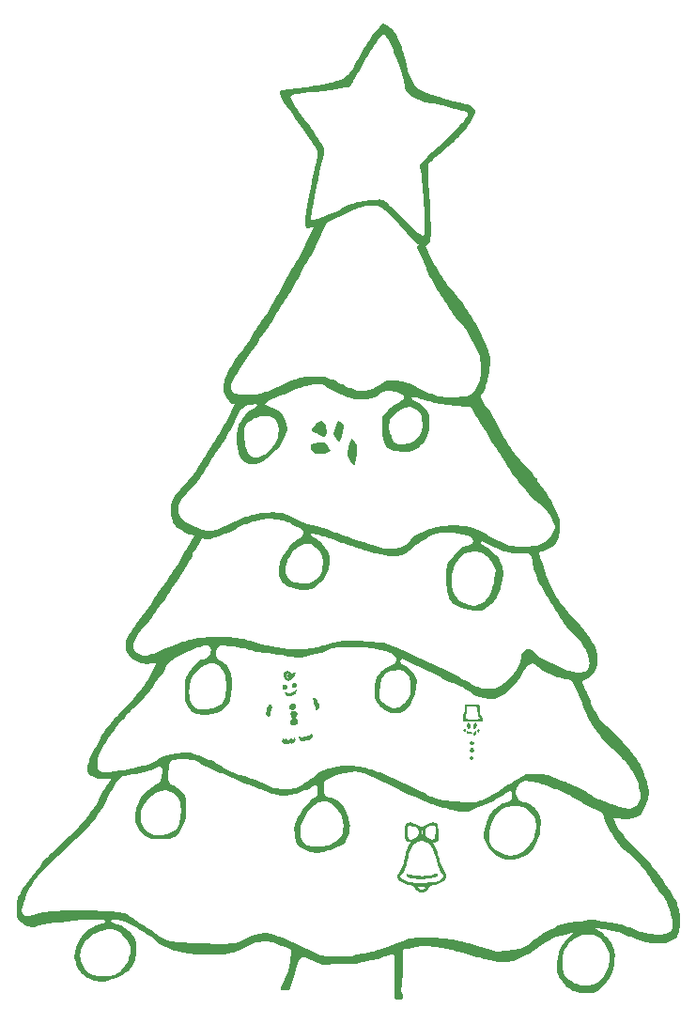
<source format=gbr>
G04 EAGLE Gerber RS-274X export*
G75*
%MOMM*%
%FSLAX34Y34*%
%LPD*%
%INSilkscreen Top*%
%IPPOS*%
%AMOC8*
5,1,8,0,0,1.08239X$1,22.5*%
G01*

G36*
X514949Y65586D02*
X514949Y65586D01*
X514963Y65585D01*
X516960Y65665D01*
X517009Y65678D01*
X517061Y65680D01*
X517105Y65701D01*
X517153Y65713D01*
X517194Y65743D01*
X517240Y65766D01*
X517280Y65808D01*
X517312Y65832D01*
X517327Y65858D01*
X517354Y65886D01*
X518280Y67269D01*
X518289Y67290D01*
X518304Y67308D01*
X518326Y67382D01*
X518355Y67453D01*
X518355Y67476D01*
X518362Y67499D01*
X518355Y67595D01*
X518355Y67598D01*
X518355Y67602D01*
X518353Y67617D01*
X518353Y67651D01*
X518351Y67657D01*
X518350Y67665D01*
X517877Y69608D01*
X517872Y69618D01*
X517870Y69631D01*
X517302Y71549D01*
X517299Y71554D01*
X517298Y71562D01*
X516698Y73397D01*
X516620Y75246D01*
X517034Y77122D01*
X517035Y77150D01*
X517044Y77186D01*
X517218Y79179D01*
X517218Y79184D01*
X517219Y79190D01*
X517347Y81186D01*
X517347Y81189D01*
X517348Y81193D01*
X517450Y83190D01*
X517449Y83193D01*
X517450Y83197D01*
X517603Y87194D01*
X517602Y87197D01*
X517603Y87201D01*
X517994Y103194D01*
X518112Y107193D01*
X518246Y110869D01*
X519287Y111309D01*
X521188Y111326D01*
X521210Y111331D01*
X521238Y111329D01*
X523225Y111547D01*
X523240Y111552D01*
X523260Y111552D01*
X525228Y111908D01*
X525240Y111912D01*
X525255Y111913D01*
X527201Y112375D01*
X527208Y112378D01*
X527217Y112379D01*
X529128Y112901D01*
X531057Y113269D01*
X533014Y113516D01*
X534986Y113669D01*
X536966Y113743D01*
X538949Y113746D01*
X540930Y113680D01*
X542906Y113544D01*
X544876Y113334D01*
X546834Y113040D01*
X548795Y112685D01*
X548798Y112685D01*
X548802Y112683D01*
X552746Y112019D01*
X552749Y112019D01*
X552753Y112018D01*
X558675Y111102D01*
X560621Y110744D01*
X562521Y110275D01*
X564370Y109600D01*
X564397Y109596D01*
X564431Y109582D01*
X566375Y109143D01*
X568303Y108658D01*
X572157Y107607D01*
X575999Y106510D01*
X576001Y106510D01*
X576003Y106509D01*
X579859Y105445D01*
X579862Y105445D01*
X579864Y105444D01*
X581798Y104933D01*
X581800Y104933D01*
X581802Y104932D01*
X585668Y103948D01*
X587554Y103373D01*
X589410Y102674D01*
X589426Y102672D01*
X589443Y102663D01*
X591360Y102092D01*
X591371Y102091D01*
X591384Y102085D01*
X593326Y101610D01*
X593332Y101610D01*
X593339Y101607D01*
X595293Y101183D01*
X595298Y101183D01*
X595303Y101181D01*
X597265Y100796D01*
X597269Y100796D01*
X597273Y100795D01*
X599242Y100443D01*
X599246Y100443D01*
X599251Y100442D01*
X601225Y100124D01*
X601230Y100125D01*
X601235Y100123D01*
X603215Y99843D01*
X603221Y99844D01*
X603228Y99842D01*
X605214Y99612D01*
X605224Y99613D01*
X605235Y99610D01*
X607230Y99465D01*
X607247Y99467D01*
X607269Y99463D01*
X609268Y99473D01*
X609280Y99475D01*
X609294Y99474D01*
X611291Y99589D01*
X611303Y99592D01*
X611318Y99592D01*
X613306Y99816D01*
X613319Y99821D01*
X613335Y99821D01*
X615305Y100163D01*
X615318Y100168D01*
X615335Y100169D01*
X617281Y100630D01*
X617293Y100636D01*
X617309Y100638D01*
X619224Y101214D01*
X619235Y101219D01*
X619250Y101222D01*
X621131Y101900D01*
X621141Y101905D01*
X621154Y101908D01*
X623001Y102675D01*
X623009Y102680D01*
X623020Y102683D01*
X624834Y103525D01*
X624840Y103530D01*
X624849Y103533D01*
X626633Y104438D01*
X626638Y104442D01*
X626646Y104445D01*
X628402Y105400D01*
X628407Y105403D01*
X628413Y105406D01*
X630147Y106404D01*
X630150Y106407D01*
X630155Y106409D01*
X631868Y107441D01*
X631871Y107444D01*
X631875Y107446D01*
X633571Y108505D01*
X633573Y108507D01*
X633576Y108509D01*
X635258Y109591D01*
X635260Y109592D01*
X635262Y109593D01*
X641950Y113977D01*
X646988Y117211D01*
X648705Y118202D01*
X650448Y119180D01*
X650453Y119185D01*
X650462Y119189D01*
X652167Y120221D01*
X653879Y121195D01*
X655658Y122006D01*
X657504Y122661D01*
X659402Y123180D01*
X661338Y123595D01*
X663297Y123967D01*
X663301Y123968D01*
X663306Y123968D01*
X665264Y124378D01*
X665268Y124379D01*
X665273Y124380D01*
X667223Y124825D01*
X667228Y124827D01*
X667234Y124828D01*
X669173Y125315D01*
X669181Y125319D01*
X669190Y125320D01*
X671093Y125870D01*
X672027Y126062D01*
X671824Y125618D01*
X670214Y124769D01*
X670179Y124740D01*
X670111Y124696D01*
X668633Y123352D01*
X668629Y123346D01*
X668627Y123345D01*
X668621Y123336D01*
X668601Y123320D01*
X667248Y121848D01*
X667242Y121838D01*
X667232Y121830D01*
X665952Y120293D01*
X665948Y120285D01*
X665941Y120279D01*
X664717Y118696D01*
X664714Y118690D01*
X664708Y118684D01*
X663534Y117064D01*
X663531Y117058D01*
X663526Y117052D01*
X662472Y115501D01*
X662440Y115424D01*
X662419Y115382D01*
X662410Y115372D01*
X662388Y115357D01*
X662375Y115335D01*
X662354Y115318D01*
X662344Y115298D01*
X662326Y115278D01*
X661325Y113692D01*
X661322Y113683D01*
X661314Y113674D01*
X660320Y111940D01*
X660316Y111927D01*
X660306Y111914D01*
X659418Y110122D01*
X659412Y110100D01*
X659397Y110075D01*
X658697Y108203D01*
X658694Y108183D01*
X658683Y108160D01*
X658151Y106233D01*
X658151Y106220D01*
X658145Y106205D01*
X657724Y104250D01*
X657723Y104241D01*
X657719Y104229D01*
X657382Y102258D01*
X657383Y102249D01*
X657380Y102239D01*
X657116Y100257D01*
X657117Y100249D01*
X657114Y100240D01*
X656920Y98249D01*
X656921Y98242D01*
X656919Y98234D01*
X656785Y96239D01*
X656786Y96236D01*
X656785Y96232D01*
X656677Y94235D01*
X656678Y94228D01*
X656677Y94219D01*
X656631Y92220D01*
X656635Y92198D01*
X656633Y92170D01*
X656789Y90178D01*
X656801Y90135D01*
X656813Y90059D01*
X657445Y88169D01*
X657466Y88132D01*
X657489Y88071D01*
X658512Y86354D01*
X658520Y86344D01*
X658526Y86331D01*
X659641Y84670D01*
X659645Y84666D01*
X659648Y84659D01*
X660807Y83029D01*
X660813Y83024D01*
X660817Y83015D01*
X662030Y81426D01*
X662038Y81419D01*
X662044Y81409D01*
X663323Y79872D01*
X663333Y79864D01*
X663341Y79852D01*
X664702Y78386D01*
X664715Y78378D01*
X664726Y78363D01*
X666182Y76993D01*
X666197Y76983D01*
X666213Y76966D01*
X667775Y75718D01*
X667793Y75708D01*
X667813Y75690D01*
X669485Y74594D01*
X669506Y74586D01*
X669529Y74569D01*
X671305Y73649D01*
X671326Y73643D01*
X671352Y73628D01*
X673212Y72897D01*
X673234Y72894D01*
X673258Y72882D01*
X675182Y72335D01*
X675200Y72333D01*
X675223Y72325D01*
X677185Y71942D01*
X677201Y71942D01*
X677220Y71936D01*
X679204Y71692D01*
X679217Y71693D01*
X679232Y71689D01*
X681228Y71557D01*
X681238Y71558D01*
X681250Y71556D01*
X683249Y71512D01*
X683255Y71513D01*
X683261Y71512D01*
X685261Y71514D01*
X685264Y71515D01*
X685267Y71514D01*
X687268Y71543D01*
X687279Y71546D01*
X687293Y71544D01*
X689288Y71676D01*
X689322Y71685D01*
X689372Y71688D01*
X691311Y72152D01*
X691348Y72169D01*
X691447Y72207D01*
X693169Y73214D01*
X693192Y73235D01*
X693230Y73256D01*
X694789Y74508D01*
X694795Y74516D01*
X694805Y74522D01*
X696309Y75840D01*
X696316Y75850D01*
X696329Y75859D01*
X697759Y77257D01*
X697765Y77265D01*
X697774Y77272D01*
X699142Y78731D01*
X699147Y78739D01*
X699155Y78745D01*
X700467Y80255D01*
X700471Y80262D01*
X700478Y80268D01*
X701736Y81823D01*
X701740Y81831D01*
X701747Y81838D01*
X702947Y83438D01*
X702951Y83446D01*
X702959Y83454D01*
X704093Y85102D01*
X704097Y85112D01*
X704106Y85123D01*
X705157Y86825D01*
X705162Y86840D01*
X705174Y86856D01*
X706100Y88628D01*
X706107Y88653D01*
X706124Y88682D01*
X706835Y90550D01*
X706838Y90570D01*
X706849Y90594D01*
X707385Y92520D01*
X707386Y92532D01*
X707391Y92546D01*
X707825Y94498D01*
X707825Y94507D01*
X707828Y94517D01*
X708185Y96485D01*
X708185Y96493D01*
X708188Y96502D01*
X708479Y98481D01*
X708478Y98488D01*
X708481Y98497D01*
X708709Y100483D01*
X708708Y100491D01*
X708711Y100500D01*
X708871Y102494D01*
X708870Y102503D01*
X708872Y102515D01*
X708950Y104512D01*
X708947Y104526D01*
X708950Y104543D01*
X708907Y106541D01*
X708902Y106564D01*
X708903Y106593D01*
X708654Y108576D01*
X708647Y108598D01*
X708645Y108628D01*
X708189Y110574D01*
X708181Y110592D01*
X708177Y110618D01*
X707546Y112515D01*
X707536Y112531D01*
X707531Y112554D01*
X706745Y114393D01*
X706736Y114407D01*
X706729Y114427D01*
X705808Y116202D01*
X705798Y116214D01*
X705791Y116232D01*
X704749Y117939D01*
X704739Y117949D01*
X704731Y117966D01*
X703578Y119601D01*
X703568Y119610D01*
X703559Y119626D01*
X702305Y121184D01*
X702294Y121193D01*
X702285Y121207D01*
X700937Y122685D01*
X700926Y122693D01*
X700916Y122707D01*
X699479Y124097D01*
X699468Y124105D01*
X699456Y124118D01*
X697936Y125417D01*
X697923Y125424D01*
X697911Y125437D01*
X696310Y126636D01*
X696297Y126642D01*
X696283Y126655D01*
X694606Y127745D01*
X694592Y127750D01*
X694576Y127763D01*
X692827Y128732D01*
X692812Y128737D01*
X692797Y128748D01*
X690473Y129834D01*
X694823Y129629D01*
X696803Y129496D01*
X698770Y129272D01*
X700732Y128979D01*
X702686Y128625D01*
X704631Y128221D01*
X706568Y127769D01*
X708495Y127274D01*
X710409Y126735D01*
X712312Y126152D01*
X714196Y125525D01*
X716063Y124848D01*
X717908Y124116D01*
X719738Y123326D01*
X719752Y123323D01*
X719767Y123315D01*
X721650Y122640D01*
X721684Y122635D01*
X721729Y122619D01*
X723621Y122274D01*
X725333Y121429D01*
X725345Y121426D01*
X725358Y121418D01*
X727196Y120633D01*
X727211Y120630D01*
X727229Y120621D01*
X729118Y119967D01*
X729127Y119966D01*
X729136Y119961D01*
X734874Y118216D01*
X736767Y117604D01*
X736968Y117534D01*
X736969Y117534D01*
X738399Y117035D01*
X738649Y116947D01*
X738677Y116944D01*
X738712Y116930D01*
X740667Y116523D01*
X740689Y116523D01*
X740716Y116515D01*
X742704Y116303D01*
X742714Y116304D01*
X742726Y116301D01*
X744722Y116176D01*
X744730Y116177D01*
X744739Y116175D01*
X746738Y116117D01*
X746745Y116118D01*
X746754Y116117D01*
X748754Y116123D01*
X748760Y116124D01*
X748767Y116123D01*
X750766Y116182D01*
X750772Y116183D01*
X750780Y116182D01*
X752776Y116297D01*
X752789Y116300D01*
X752805Y116299D01*
X754791Y116526D01*
X754817Y116534D01*
X754851Y116536D01*
X756793Y117002D01*
X756833Y117021D01*
X756902Y117042D01*
X758681Y117942D01*
X758698Y117956D01*
X758723Y117966D01*
X760394Y119027D01*
X762145Y119949D01*
X762156Y119957D01*
X762171Y119963D01*
X763869Y120987D01*
X763877Y120995D01*
X763888Y120999D01*
X764009Y121114D01*
X765211Y122704D01*
X765229Y122742D01*
X765265Y122796D01*
X766104Y124609D01*
X766110Y124636D01*
X766127Y124669D01*
X766725Y126577D01*
X766727Y126597D01*
X766736Y126620D01*
X767163Y128573D01*
X767163Y128589D01*
X767169Y128607D01*
X767463Y130585D01*
X767462Y130597D01*
X767466Y130611D01*
X767653Y132602D01*
X767652Y132613D01*
X767654Y132626D01*
X767748Y134622D01*
X767747Y134631D01*
X767749Y134642D01*
X767764Y136642D01*
X767763Y136650D01*
X767764Y136660D01*
X767709Y138659D01*
X767707Y138667D01*
X767709Y138678D01*
X767580Y140673D01*
X767577Y140683D01*
X767578Y140694D01*
X767368Y142683D01*
X767365Y142692D01*
X767365Y142705D01*
X767065Y144682D01*
X767062Y144692D01*
X767061Y144706D01*
X766669Y146667D01*
X766665Y146677D01*
X766663Y146692D01*
X766171Y148630D01*
X766166Y148641D01*
X766164Y148655D01*
X765571Y150565D01*
X765566Y150576D01*
X765563Y150590D01*
X764869Y152466D01*
X764863Y152476D01*
X764859Y152491D01*
X764065Y154327D01*
X764059Y154336D01*
X764054Y154350D01*
X763167Y156142D01*
X763160Y156151D01*
X763155Y156164D01*
X762177Y157909D01*
X762170Y157917D01*
X762165Y157929D01*
X761107Y159626D01*
X761101Y159633D01*
X761097Y159642D01*
X758860Y162952D01*
X756680Y166299D01*
X754555Y169676D01*
X752466Y173086D01*
X752461Y173092D01*
X752457Y173100D01*
X751356Y174770D01*
X751352Y174774D01*
X751349Y174780D01*
X750206Y176422D01*
X750202Y176425D01*
X750200Y176431D01*
X749020Y178046D01*
X749016Y178050D01*
X749013Y178056D01*
X747794Y179642D01*
X747789Y179647D01*
X747785Y179654D01*
X746517Y181201D01*
X746510Y181207D01*
X746503Y181217D01*
X745174Y182707D01*
X743874Y184211D01*
X742616Y185748D01*
X741413Y187317D01*
X740297Y188959D01*
X740281Y188974D01*
X740266Y188999D01*
X738979Y190530D01*
X738971Y190536D01*
X738965Y190546D01*
X737611Y192019D01*
X737608Y192022D01*
X737605Y192026D01*
X736222Y193472D01*
X736219Y193474D01*
X736217Y193477D01*
X734816Y194904D01*
X734813Y194906D01*
X734811Y194909D01*
X731967Y197722D01*
X731964Y197724D01*
X731961Y197727D01*
X727634Y201875D01*
X726208Y203272D01*
X723394Y206107D01*
X722015Y207542D01*
X720653Y208997D01*
X719326Y210473D01*
X718071Y211991D01*
X715780Y215248D01*
X715768Y215260D01*
X715757Y215278D01*
X714499Y216809D01*
X713348Y218409D01*
X712270Y220072D01*
X711234Y221768D01*
X710233Y223487D01*
X709274Y225226D01*
X708389Y226974D01*
X707771Y228687D01*
X707992Y229707D01*
X709474Y229428D01*
X711429Y229029D01*
X711439Y229029D01*
X711451Y229025D01*
X713427Y228714D01*
X713438Y228715D01*
X713450Y228711D01*
X715439Y228495D01*
X715450Y228496D01*
X715463Y228493D01*
X717460Y228375D01*
X717472Y228376D01*
X717487Y228374D01*
X719486Y228363D01*
X719499Y228365D01*
X719515Y228363D01*
X721512Y228468D01*
X721526Y228472D01*
X721545Y228471D01*
X723530Y228706D01*
X723547Y228711D01*
X723568Y228712D01*
X725530Y229098D01*
X725549Y229106D01*
X725575Y229110D01*
X727492Y229677D01*
X727515Y229689D01*
X727548Y229697D01*
X729383Y230487D01*
X729411Y230506D01*
X729454Y230524D01*
X731139Y231595D01*
X731170Y231625D01*
X731224Y231663D01*
X732636Y233073D01*
X732656Y233103D01*
X732692Y233140D01*
X733839Y234777D01*
X733847Y234795D01*
X733863Y234814D01*
X734860Y236548D01*
X734864Y236560D01*
X734874Y236574D01*
X735767Y238363D01*
X735770Y238373D01*
X735777Y238383D01*
X736589Y240211D01*
X736591Y240220D01*
X736596Y240229D01*
X737334Y242089D01*
X737335Y242097D01*
X737341Y242107D01*
X738006Y243993D01*
X738008Y244002D01*
X738013Y244012D01*
X738601Y245923D01*
X738602Y245934D01*
X738608Y245946D01*
X739106Y247883D01*
X739107Y247897D01*
X739113Y247913D01*
X739489Y249877D01*
X739489Y249898D01*
X739496Y249925D01*
X739679Y251915D01*
X739675Y251949D01*
X739680Y251995D01*
X739544Y253989D01*
X739538Y254010D01*
X739538Y254037D01*
X739208Y256010D01*
X739204Y256020D01*
X739203Y256034D01*
X738773Y257988D01*
X738770Y257995D01*
X738769Y258004D01*
X738274Y259942D01*
X738271Y259947D01*
X738270Y259954D01*
X737725Y261878D01*
X737723Y261882D01*
X737722Y261888D01*
X737134Y263800D01*
X737132Y263804D01*
X737131Y263810D01*
X736506Y265709D01*
X736504Y265713D01*
X736503Y265718D01*
X735843Y267606D01*
X735841Y267610D01*
X735840Y267615D01*
X735145Y269490D01*
X735143Y269494D01*
X735142Y269499D01*
X734410Y271361D01*
X734407Y271365D01*
X734406Y271370D01*
X733636Y273216D01*
X733633Y273220D01*
X733631Y273227D01*
X732818Y275054D01*
X732813Y275060D01*
X732811Y275069D01*
X731938Y276868D01*
X731929Y276879D01*
X731923Y276896D01*
X730939Y278636D01*
X730933Y278643D01*
X730930Y278652D01*
X729884Y280357D01*
X729881Y280360D01*
X729878Y280366D01*
X728795Y282047D01*
X728792Y282050D01*
X728790Y282055D01*
X727677Y283717D01*
X727674Y283719D01*
X727672Y283723D01*
X726532Y285366D01*
X726529Y285369D01*
X726527Y285373D01*
X725357Y286996D01*
X725354Y286999D01*
X725351Y287004D01*
X724149Y288602D01*
X724144Y288607D01*
X724141Y288614D01*
X722894Y290178D01*
X722891Y290180D01*
X722888Y290185D01*
X721612Y291725D01*
X721608Y291728D01*
X721606Y291732D01*
X718997Y294764D01*
X718994Y294767D01*
X718991Y294771D01*
X716332Y297759D01*
X716330Y297761D01*
X716328Y297764D01*
X713628Y300716D01*
X713626Y300717D01*
X713624Y300720D01*
X710888Y303639D01*
X710886Y303640D01*
X710885Y303643D01*
X709501Y305087D01*
X709499Y305089D01*
X709497Y305092D01*
X706692Y307944D01*
X706688Y307947D01*
X706685Y307951D01*
X705255Y309349D01*
X705250Y309353D01*
X705246Y309358D01*
X703780Y310719D01*
X703763Y310730D01*
X703745Y310749D01*
X702165Y311967D01*
X702139Y311980D01*
X702108Y312005D01*
X700452Y312952D01*
X699064Y314281D01*
X697736Y315738D01*
X696466Y317259D01*
X695254Y318819D01*
X694141Y320444D01*
X693118Y322139D01*
X692134Y323867D01*
X691177Y325614D01*
X690245Y327377D01*
X689340Y329150D01*
X688469Y330938D01*
X687662Y332726D01*
X687077Y334600D01*
X687069Y334613D01*
X687065Y334632D01*
X686338Y336495D01*
X686334Y336502D01*
X686332Y336510D01*
X685543Y338349D01*
X685542Y338351D01*
X685541Y338354D01*
X684731Y340183D01*
X684730Y340184D01*
X684729Y340186D01*
X683079Y343830D01*
X683078Y343832D01*
X683077Y343833D01*
X683058Y343876D01*
X683057Y343876D01*
X682828Y344376D01*
X682827Y344376D01*
X682368Y345374D01*
X682367Y345374D01*
X682138Y345873D01*
X682137Y345874D01*
X681678Y346872D01*
X681406Y347461D01*
X680605Y349274D01*
X679944Y351071D01*
X679814Y352692D01*
X681067Y353618D01*
X682880Y354228D01*
X682919Y354251D01*
X682992Y354283D01*
X684669Y355371D01*
X684686Y355387D01*
X684713Y355403D01*
X686260Y356669D01*
X686270Y356681D01*
X686287Y356692D01*
X687743Y358063D01*
X687751Y358074D01*
X687764Y358084D01*
X689135Y359540D01*
X689143Y359552D01*
X689156Y359564D01*
X690430Y361105D01*
X690440Y361122D01*
X690457Y361140D01*
X691591Y362786D01*
X691605Y362820D01*
X691635Y362864D01*
X692453Y364681D01*
X692463Y364725D01*
X692490Y364804D01*
X692820Y366775D01*
X692820Y366789D01*
X692824Y366806D01*
X693031Y368796D01*
X693030Y368803D01*
X693032Y368812D01*
X693174Y370807D01*
X693173Y370814D01*
X693175Y370822D01*
X693258Y372820D01*
X693256Y372828D01*
X693258Y372838D01*
X693271Y374838D01*
X693267Y374854D01*
X693270Y374875D01*
X693132Y376870D01*
X693125Y376897D01*
X693124Y376935D01*
X692726Y378893D01*
X692715Y378919D01*
X692709Y378956D01*
X692059Y380846D01*
X692050Y380861D01*
X692045Y380882D01*
X691251Y382718D01*
X691246Y382724D01*
X691243Y382734D01*
X690385Y384541D01*
X690383Y384544D01*
X690381Y384549D01*
X689488Y386339D01*
X689484Y386344D01*
X689482Y386351D01*
X688542Y388116D01*
X688538Y388121D01*
X688535Y388129D01*
X687545Y389866D01*
X687540Y389872D01*
X687537Y389880D01*
X686492Y391585D01*
X686487Y391590D01*
X686483Y391599D01*
X685383Y393269D01*
X685378Y393274D01*
X685375Y393282D01*
X684223Y394917D01*
X684218Y394922D01*
X684214Y394929D01*
X683016Y396530D01*
X683012Y396534D01*
X683008Y396540D01*
X681770Y398111D01*
X681767Y398114D01*
X681764Y398119D01*
X680492Y399663D01*
X680489Y399666D01*
X680486Y399670D01*
X679187Y401190D01*
X679184Y401193D01*
X679182Y401196D01*
X677860Y402697D01*
X677857Y402699D01*
X677854Y402703D01*
X675160Y405660D01*
X675158Y405662D01*
X675156Y405665D01*
X671056Y410043D01*
X669714Y411515D01*
X667076Y414511D01*
X665783Y416030D01*
X664511Y417562D01*
X663258Y419112D01*
X662023Y420679D01*
X660812Y422261D01*
X659624Y423860D01*
X658461Y425479D01*
X657327Y427115D01*
X656223Y428770D01*
X655152Y430448D01*
X654121Y432148D01*
X653134Y433871D01*
X652200Y435622D01*
X651327Y437401D01*
X649698Y441042D01*
X648908Y442871D01*
X648158Y444709D01*
X647470Y446570D01*
X646849Y448453D01*
X646274Y450361D01*
X645157Y454199D01*
X645155Y454202D01*
X645154Y454206D01*
X644566Y456118D01*
X644564Y456121D01*
X644564Y456126D01*
X643943Y458027D01*
X643937Y458037D01*
X643935Y458050D01*
X642523Y461763D01*
X642002Y463663D01*
X641518Y465597D01*
X641508Y465619D01*
X641502Y465649D01*
X640810Y467518D01*
X640353Y468823D01*
X641702Y469370D01*
X643616Y469760D01*
X643619Y469761D01*
X643622Y469762D01*
X645576Y470183D01*
X645597Y470192D01*
X645626Y470196D01*
X647526Y470817D01*
X647546Y470828D01*
X647573Y470835D01*
X649401Y471645D01*
X649419Y471658D01*
X649446Y471667D01*
X651184Y472655D01*
X651201Y472670D01*
X651227Y472683D01*
X652855Y473843D01*
X652871Y473860D01*
X652897Y473876D01*
X654391Y475204D01*
X654407Y475225D01*
X654433Y475246D01*
X655760Y476740D01*
X655774Y476766D01*
X655801Y476794D01*
X656912Y478456D01*
X656925Y478487D01*
X656951Y478526D01*
X657779Y480344D01*
X657786Y480373D01*
X657804Y480410D01*
X658367Y482328D01*
X658369Y482345D01*
X658377Y482364D01*
X658795Y484320D01*
X658795Y484331D01*
X658799Y484344D01*
X659119Y486319D01*
X659119Y486328D01*
X659122Y486338D01*
X659364Y488323D01*
X659364Y488331D01*
X659366Y488341D01*
X659525Y490209D01*
X659523Y490227D01*
X659526Y490245D01*
X659511Y490325D01*
X659510Y490332D01*
X659542Y490478D01*
X659628Y492351D01*
X659626Y492362D01*
X659628Y492375D01*
X659622Y494375D01*
X659619Y494391D01*
X659621Y494412D01*
X659465Y496405D01*
X659455Y496439D01*
X659452Y496486D01*
X658974Y498424D01*
X658964Y498444D01*
X658960Y498471D01*
X658290Y500356D01*
X658287Y500361D01*
X658286Y500368D01*
X657570Y502235D01*
X657568Y502239D01*
X657567Y502244D01*
X656815Y504098D01*
X656813Y504101D01*
X656812Y504106D01*
X656026Y505946D01*
X656024Y505950D01*
X656022Y505956D01*
X655197Y507778D01*
X655191Y507786D01*
X655188Y507797D01*
X654285Y509582D01*
X654279Y509589D01*
X654276Y509600D01*
X653309Y511332D01*
X652459Y513123D01*
X652454Y513129D01*
X652452Y513137D01*
X651542Y514916D01*
X651532Y514928D01*
X651525Y514946D01*
X650492Y516659D01*
X650488Y516663D01*
X650485Y516670D01*
X649409Y518355D01*
X649407Y518358D01*
X649405Y518361D01*
X648306Y520032D01*
X648304Y520033D01*
X648303Y520036D01*
X647188Y521696D01*
X647187Y521698D01*
X647186Y521700D01*
X644927Y525002D01*
X644926Y525003D01*
X644925Y525005D01*
X641500Y529925D01*
X640404Y531576D01*
X639408Y533253D01*
X638675Y535051D01*
X638642Y535100D01*
X638617Y535154D01*
X638583Y535187D01*
X638564Y535216D01*
X638534Y535236D01*
X638529Y535242D01*
X638523Y535249D01*
X638517Y535253D01*
X638499Y535271D01*
X636974Y536340D01*
X635843Y537864D01*
X634796Y539544D01*
X634787Y539553D01*
X634781Y539567D01*
X633631Y541202D01*
X633620Y541212D01*
X633612Y541227D01*
X632362Y542788D01*
X632355Y542794D01*
X632350Y542804D01*
X631038Y544314D01*
X631032Y544319D01*
X631026Y544327D01*
X629662Y545790D01*
X629654Y545795D01*
X629648Y545804D01*
X628228Y547211D01*
X628223Y547214D01*
X628219Y547220D01*
X626773Y548588D01*
X625379Y550000D01*
X624026Y551456D01*
X622710Y552945D01*
X621423Y554462D01*
X620163Y556005D01*
X618928Y557569D01*
X617718Y559152D01*
X616532Y560752D01*
X615367Y562369D01*
X614223Y564004D01*
X613102Y565652D01*
X612006Y567314D01*
X610932Y568995D01*
X609884Y570689D01*
X608864Y572399D01*
X607873Y574127D01*
X606918Y575872D01*
X606000Y577637D01*
X602448Y584800D01*
X602446Y584803D01*
X602445Y584807D01*
X600611Y588362D01*
X600609Y588365D01*
X600607Y588369D01*
X599663Y590132D01*
X599661Y590135D01*
X599659Y590139D01*
X598689Y591888D01*
X598686Y591891D01*
X598684Y591897D01*
X597677Y593625D01*
X597673Y593630D01*
X597670Y593637D01*
X596616Y595337D01*
X596610Y595343D01*
X596606Y595353D01*
X595489Y597011D01*
X595482Y597019D01*
X595476Y597030D01*
X594285Y598636D01*
X594283Y598638D01*
X594281Y598641D01*
X593076Y600228D01*
X591921Y601844D01*
X590813Y603489D01*
X589768Y605165D01*
X587992Y608461D01*
X588648Y609995D01*
X590490Y613524D01*
X590492Y613529D01*
X590496Y613535D01*
X591376Y615331D01*
X591380Y615343D01*
X591388Y615357D01*
X592163Y617201D01*
X592165Y617212D01*
X592172Y617224D01*
X592853Y619104D01*
X592855Y619114D01*
X592860Y619124D01*
X593461Y621031D01*
X593462Y621040D01*
X593467Y621049D01*
X593997Y622977D01*
X593998Y622984D01*
X594001Y622993D01*
X594470Y624937D01*
X594470Y624944D01*
X594473Y624951D01*
X594886Y626908D01*
X594886Y626914D01*
X594889Y626922D01*
X595604Y630857D01*
X595604Y630861D01*
X595606Y630866D01*
X595928Y632840D01*
X595928Y632845D01*
X595930Y632850D01*
X596212Y634830D01*
X596212Y634836D01*
X596214Y634844D01*
X596440Y636831D01*
X596439Y636840D01*
X596442Y636851D01*
X596589Y638846D01*
X596587Y638857D01*
X596590Y638872D01*
X596632Y640871D01*
X596629Y640885D01*
X596631Y640903D01*
X596545Y642901D01*
X596541Y642916D01*
X596542Y642936D01*
X596314Y644923D01*
X596309Y644938D01*
X596309Y644958D01*
X595938Y646923D01*
X595933Y646936D01*
X595931Y646954D01*
X595435Y648892D01*
X595430Y648903D01*
X595428Y648918D01*
X594827Y650826D01*
X594822Y650834D01*
X594820Y650845D01*
X594140Y652726D01*
X594136Y652732D01*
X594134Y652741D01*
X593395Y654599D01*
X593392Y654604D01*
X593390Y654610D01*
X592605Y656450D01*
X592603Y656453D01*
X592602Y656458D01*
X591786Y658284D01*
X591784Y658286D01*
X591784Y658290D01*
X591269Y659402D01*
X591269Y659403D01*
X590944Y660105D01*
X590943Y660107D01*
X590942Y660109D01*
X590088Y661917D01*
X590086Y661919D01*
X590086Y661921D01*
X588344Y665523D01*
X588342Y665525D01*
X588342Y665528D01*
X586561Y669109D01*
X586559Y669112D01*
X586558Y669117D01*
X584717Y672668D01*
X584714Y672672D01*
X584712Y672677D01*
X582799Y676190D01*
X582797Y676194D01*
X582795Y676198D01*
X581808Y677938D01*
X581806Y677940D01*
X581804Y677943D01*
X580794Y679669D01*
X580792Y679672D01*
X580791Y679675D01*
X579759Y681388D01*
X579756Y681390D01*
X579755Y681394D01*
X578699Y683093D01*
X578697Y683095D01*
X578696Y683098D01*
X577617Y684783D01*
X577614Y684785D01*
X577613Y684788D01*
X576511Y686457D01*
X576508Y686460D01*
X576507Y686463D01*
X575382Y688117D01*
X575380Y688119D01*
X575378Y688122D01*
X574231Y689761D01*
X574229Y689763D01*
X574227Y689766D01*
X573060Y691389D01*
X573058Y691391D01*
X573057Y691394D01*
X571870Y693005D01*
X571867Y693007D01*
X571865Y693011D01*
X569439Y696192D01*
X569436Y696195D01*
X569434Y696199D01*
X566948Y699334D01*
X566946Y699336D01*
X566944Y699340D01*
X564410Y702436D01*
X564408Y702438D01*
X564405Y702441D01*
X560540Y707027D01*
X559277Y708564D01*
X558049Y710132D01*
X556854Y711722D01*
X555687Y713336D01*
X554545Y714967D01*
X553426Y716618D01*
X552330Y718283D01*
X551256Y719962D01*
X550203Y721654D01*
X549168Y723361D01*
X548155Y725077D01*
X546184Y728548D01*
X545228Y730298D01*
X544294Y732059D01*
X543379Y733830D01*
X542484Y735614D01*
X541613Y737406D01*
X540765Y739211D01*
X539939Y741025D01*
X539149Y742834D01*
X538585Y744514D01*
X539238Y745887D01*
X540813Y746852D01*
X540820Y746859D01*
X540832Y746864D01*
X542321Y747876D01*
X542342Y747897D01*
X542367Y747911D01*
X542410Y747967D01*
X542460Y748018D01*
X542471Y748045D01*
X542489Y748068D01*
X542517Y748163D01*
X542533Y748203D01*
X542532Y748214D01*
X542536Y748227D01*
X542782Y750211D01*
X542780Y750225D01*
X542784Y750243D01*
X542903Y752239D01*
X542903Y752245D01*
X542904Y752251D01*
X542975Y754250D01*
X542975Y754254D01*
X542975Y754260D01*
X543041Y758259D01*
X543040Y758262D01*
X543041Y758266D01*
X543047Y760265D01*
X543047Y760267D01*
X543047Y760270D01*
X543025Y764270D01*
X543024Y764273D01*
X543025Y764276D01*
X542920Y770276D01*
X542919Y770278D01*
X542920Y770281D01*
X542809Y774279D01*
X542809Y774281D01*
X542809Y774283D01*
X542783Y775035D01*
X542730Y776533D01*
X542712Y777032D01*
X542668Y778281D01*
X542668Y778283D01*
X542668Y778286D01*
X542398Y784279D01*
X542397Y784282D01*
X542397Y784286D01*
X542046Y790276D01*
X542045Y790279D01*
X542045Y790283D01*
X541751Y794273D01*
X541751Y794275D01*
X541751Y794279D01*
X541241Y800254D01*
X540927Y804239D01*
X540669Y808222D01*
X540581Y810208D01*
X540541Y812192D01*
X540582Y814161D01*
X540773Y816095D01*
X541233Y817943D01*
X542084Y819614D01*
X543338Y821070D01*
X544727Y822474D01*
X546170Y823836D01*
X547650Y825165D01*
X549157Y826464D01*
X550693Y827733D01*
X553803Y830243D01*
X553805Y830246D01*
X553808Y830247D01*
X555348Y831524D01*
X555351Y831526D01*
X555354Y831529D01*
X558394Y834129D01*
X558396Y834133D01*
X558400Y834135D01*
X559898Y835461D01*
X559899Y835463D01*
X559902Y835464D01*
X561384Y836808D01*
X561386Y836810D01*
X561389Y836812D01*
X562854Y838173D01*
X562856Y838175D01*
X562859Y838177D01*
X564307Y839556D01*
X564309Y839559D01*
X564312Y839561D01*
X565741Y840960D01*
X565743Y840963D01*
X565747Y840965D01*
X567155Y842385D01*
X567157Y842388D01*
X567161Y842390D01*
X568548Y843831D01*
X568550Y843834D01*
X568553Y843837D01*
X569917Y845299D01*
X569919Y845303D01*
X569923Y845306D01*
X571262Y846792D01*
X571264Y846795D01*
X571268Y846799D01*
X572579Y848309D01*
X572582Y848313D01*
X572586Y848316D01*
X573868Y849852D01*
X573870Y849856D01*
X573874Y849860D01*
X575124Y851421D01*
X575126Y851425D01*
X575131Y851430D01*
X576345Y853019D01*
X576348Y853024D01*
X576353Y853028D01*
X577528Y854646D01*
X577530Y854652D01*
X577536Y854657D01*
X578668Y856306D01*
X578671Y856312D01*
X578676Y856317D01*
X579761Y857997D01*
X579764Y858004D01*
X579770Y858011D01*
X580801Y859724D01*
X580804Y859732D01*
X580810Y859739D01*
X581782Y861487D01*
X581784Y861495D01*
X581790Y861503D01*
X582697Y863286D01*
X582706Y863318D01*
X582727Y863359D01*
X583337Y865253D01*
X583343Y865306D01*
X583359Y865356D01*
X583355Y865412D01*
X583359Y865450D01*
X583350Y865480D01*
X583347Y865522D01*
X582886Y867442D01*
X582885Y867444D01*
X582885Y867445D01*
X582819Y867598D01*
X581734Y869265D01*
X581732Y869267D01*
X581731Y869270D01*
X581616Y869391D01*
X580026Y870593D01*
X579990Y870610D01*
X579941Y870645D01*
X578141Y871512D01*
X578118Y871517D01*
X578093Y871532D01*
X576210Y872207D01*
X576196Y872209D01*
X576181Y872216D01*
X574260Y872773D01*
X574251Y872774D01*
X574241Y872778D01*
X572300Y873260D01*
X572293Y873260D01*
X572285Y873263D01*
X568377Y874105D01*
X564484Y874988D01*
X560613Y875952D01*
X558687Y876465D01*
X556767Y877003D01*
X554858Y877570D01*
X552966Y878178D01*
X552522Y878335D01*
X551112Y878835D01*
X549203Y879511D01*
X549199Y879511D01*
X549194Y879513D01*
X547297Y880147D01*
X547295Y880147D01*
X547292Y880149D01*
X545388Y880762D01*
X545386Y880763D01*
X545383Y880764D01*
X543473Y881357D01*
X543470Y881357D01*
X543467Y881359D01*
X541552Y881925D01*
X539662Y882519D01*
X537817Y883210D01*
X536026Y884017D01*
X534309Y884957D01*
X532686Y886044D01*
X531176Y887279D01*
X529793Y888656D01*
X528543Y890159D01*
X527420Y891766D01*
X526411Y893456D01*
X525499Y895208D01*
X524652Y897000D01*
X523864Y898819D01*
X523152Y900659D01*
X522576Y902530D01*
X522171Y904465D01*
X522169Y904470D01*
X522169Y904476D01*
X521715Y906424D01*
X521714Y906427D01*
X521714Y906431D01*
X521231Y908372D01*
X521230Y908375D01*
X521229Y908380D01*
X520208Y912247D01*
X520206Y912250D01*
X520206Y912254D01*
X519125Y916106D01*
X519124Y916108D01*
X519124Y916112D01*
X518562Y918031D01*
X518561Y918033D01*
X518560Y918037D01*
X517390Y921862D01*
X517389Y921865D01*
X517388Y921869D01*
X516772Y923772D01*
X516770Y923776D01*
X516770Y923780D01*
X516122Y925673D01*
X516118Y925679D01*
X516117Y925687D01*
X515413Y927559D01*
X515410Y927564D01*
X515408Y927571D01*
X514657Y929424D01*
X514654Y929429D01*
X514652Y929435D01*
X513855Y931270D01*
X513850Y931276D01*
X513848Y931285D01*
X512990Y933091D01*
X512984Y933099D01*
X512980Y933111D01*
X512042Y934878D01*
X512034Y934888D01*
X512028Y934903D01*
X510987Y936611D01*
X510975Y936623D01*
X510966Y936642D01*
X509801Y938267D01*
X509786Y938281D01*
X509773Y938302D01*
X508469Y939817D01*
X508452Y939830D01*
X508435Y939852D01*
X506991Y941235D01*
X506974Y941246D01*
X506956Y941265D01*
X505390Y942508D01*
X505374Y942516D01*
X505358Y942531D01*
X503696Y943644D01*
X503683Y943650D01*
X503669Y943661D01*
X501940Y944666D01*
X501916Y944674D01*
X501895Y944689D01*
X501788Y944717D01*
X501752Y944729D01*
X501744Y944729D01*
X501735Y944731D01*
X499839Y944903D01*
X499823Y944902D01*
X499808Y944905D01*
X499725Y944891D01*
X499641Y944882D01*
X499627Y944874D01*
X499612Y944871D01*
X499469Y944786D01*
X499468Y944784D01*
X499467Y944784D01*
X497954Y943492D01*
X497938Y943471D01*
X497910Y943450D01*
X496560Y941975D01*
X496556Y941968D01*
X496549Y941962D01*
X495248Y940443D01*
X495244Y940437D01*
X495237Y940431D01*
X493987Y938869D01*
X493985Y938865D01*
X493982Y938862D01*
X492761Y937278D01*
X492759Y937274D01*
X492755Y937270D01*
X490371Y934059D01*
X490369Y934055D01*
X490365Y934051D01*
X488041Y930795D01*
X488039Y930791D01*
X488036Y930788D01*
X485773Y927489D01*
X485771Y927485D01*
X485768Y927481D01*
X484668Y925810D01*
X484666Y925805D01*
X484662Y925801D01*
X483601Y924105D01*
X483596Y924090D01*
X483585Y924075D01*
X482642Y922314D01*
X482635Y922292D01*
X482620Y922267D01*
X481875Y920445D01*
X480949Y918710D01*
X479963Y916981D01*
X478945Y915274D01*
X477891Y913591D01*
X476774Y911958D01*
X475586Y910377D01*
X475570Y910343D01*
X475537Y910298D01*
X474652Y908505D01*
X474650Y908495D01*
X474643Y908485D01*
X473845Y906671D01*
X472928Y904936D01*
X471878Y903279D01*
X470713Y901695D01*
X469446Y900191D01*
X468083Y898775D01*
X466624Y897468D01*
X465064Y896303D01*
X463383Y895340D01*
X461578Y894582D01*
X459719Y893897D01*
X457835Y893269D01*
X455933Y892685D01*
X454019Y892143D01*
X452093Y891639D01*
X450159Y891174D01*
X448218Y890751D01*
X446266Y890378D01*
X444305Y890066D01*
X442329Y889803D01*
X442325Y889802D01*
X442319Y889802D01*
X440342Y889500D01*
X440338Y889498D01*
X440332Y889498D01*
X438362Y889155D01*
X438355Y889153D01*
X438347Y889153D01*
X434442Y888354D01*
X432483Y888061D01*
X430509Y887818D01*
X428530Y887613D01*
X424548Y887281D01*
X424545Y887280D01*
X424540Y887280D01*
X420560Y886882D01*
X420556Y886881D01*
X420551Y886881D01*
X416578Y886408D01*
X416573Y886406D01*
X416567Y886406D01*
X412606Y885842D01*
X410633Y885580D01*
X408651Y885354D01*
X408598Y885337D01*
X408543Y885330D01*
X408517Y885315D01*
X408506Y885313D01*
X408490Y885302D01*
X408461Y885293D01*
X408437Y885271D01*
X408397Y885250D01*
X407034Y884170D01*
X406990Y884118D01*
X406939Y884071D01*
X406926Y884042D01*
X406906Y884018D01*
X406885Y883953D01*
X406857Y883890D01*
X406855Y883854D01*
X406847Y883828D01*
X406851Y883787D01*
X406848Y883724D01*
X407068Y881745D01*
X407081Y881706D01*
X407090Y881644D01*
X407716Y879746D01*
X407728Y879726D01*
X407735Y879696D01*
X408561Y877875D01*
X408571Y877860D01*
X408579Y877839D01*
X409551Y876091D01*
X409562Y876078D01*
X409571Y876058D01*
X410675Y874391D01*
X410681Y874385D01*
X410685Y874376D01*
X413013Y871127D01*
X415293Y867849D01*
X418651Y862880D01*
X418653Y862878D01*
X418654Y862875D01*
X420931Y859586D01*
X420933Y859585D01*
X420934Y859583D01*
X423242Y856315D01*
X423243Y856314D01*
X423245Y856311D01*
X427925Y849823D01*
X431409Y844941D01*
X433701Y841673D01*
X435960Y838376D01*
X437065Y836719D01*
X438147Y835046D01*
X439190Y833356D01*
X440162Y831645D01*
X440950Y829920D01*
X441148Y828082D01*
X440949Y826159D01*
X440639Y824203D01*
X440271Y822251D01*
X439864Y820301D01*
X439429Y818357D01*
X437546Y810585D01*
X437546Y810583D01*
X437545Y810580D01*
X436646Y806682D01*
X436646Y806679D01*
X436645Y806676D01*
X436220Y804721D01*
X436220Y804718D01*
X436219Y804714D01*
X435826Y802753D01*
X435826Y802737D01*
X435820Y802718D01*
X435566Y800742D01*
X435286Y798777D01*
X434904Y796837D01*
X433995Y792950D01*
X433995Y792947D01*
X433993Y792942D01*
X433569Y790988D01*
X433569Y790985D01*
X433567Y790981D01*
X433172Y789020D01*
X433172Y789017D01*
X433170Y789014D01*
X432799Y787049D01*
X432799Y787045D01*
X432798Y787042D01*
X432456Y785071D01*
X432456Y785068D01*
X432455Y785065D01*
X431818Y781119D01*
X431475Y779152D01*
X431118Y777191D01*
X430351Y773268D01*
X430351Y773256D01*
X430347Y773242D01*
X430066Y771263D01*
X430066Y771252D01*
X430063Y771238D01*
X429879Y769247D01*
X429880Y769236D01*
X429877Y769223D01*
X429788Y767225D01*
X429791Y767209D01*
X429788Y767189D01*
X429844Y765190D01*
X429846Y765182D01*
X429845Y765172D01*
X429973Y763176D01*
X429985Y763133D01*
X429997Y763054D01*
X430507Y761486D01*
X430528Y761449D01*
X430540Y761408D01*
X430576Y761363D01*
X430605Y761313D01*
X430639Y761287D01*
X430666Y761254D01*
X430717Y761227D01*
X430762Y761192D01*
X430804Y761181D01*
X430842Y761161D01*
X430913Y761153D01*
X430955Y761142D01*
X430978Y761146D01*
X431007Y761142D01*
X436952Y761446D01*
X437710Y761340D01*
X433396Y753111D01*
X433395Y753110D01*
X433394Y753108D01*
X432476Y751331D01*
X432476Y751329D01*
X432474Y751327D01*
X430673Y747755D01*
X430672Y747752D01*
X430670Y747749D01*
X428918Y744153D01*
X428917Y744150D01*
X428915Y744147D01*
X428064Y742337D01*
X428063Y742332D01*
X428060Y742328D01*
X426434Y738681D01*
X425567Y736897D01*
X424648Y735137D01*
X423678Y733408D01*
X422630Y731722D01*
X421555Y730039D01*
X421552Y730032D01*
X421546Y730024D01*
X420531Y728301D01*
X420528Y728293D01*
X420521Y728284D01*
X419588Y726546D01*
X417421Y723208D01*
X417418Y723200D01*
X417411Y723192D01*
X416386Y721475D01*
X416385Y721471D01*
X416381Y721467D01*
X415389Y719730D01*
X415388Y719728D01*
X415386Y719725D01*
X414413Y717978D01*
X414413Y717976D01*
X414411Y717973D01*
X412501Y714459D01*
X412500Y714456D01*
X412498Y714453D01*
X410630Y710916D01*
X410630Y710914D01*
X410628Y710912D01*
X408792Y707362D01*
X406909Y703841D01*
X405947Y702091D01*
X403991Y698610D01*
X400986Y693423D01*
X398939Y689991D01*
X397903Y688290D01*
X395785Y684903D01*
X394699Y683237D01*
X393583Y681613D01*
X392317Y680102D01*
X392304Y680079D01*
X392280Y680053D01*
X391195Y678375D01*
X391189Y678359D01*
X391175Y678341D01*
X390232Y676596D01*
X389194Y674933D01*
X388002Y673379D01*
X386697Y671888D01*
X386684Y671865D01*
X386659Y671839D01*
X385538Y670184D01*
X385534Y670174D01*
X385525Y670164D01*
X384481Y668459D01*
X384479Y668452D01*
X384473Y668445D01*
X383483Y666708D01*
X383481Y666702D01*
X383477Y666697D01*
X381585Y663178D01*
X380604Y661451D01*
X379581Y659751D01*
X378491Y658115D01*
X377257Y656569D01*
X377253Y656561D01*
X377245Y656554D01*
X376057Y654946D01*
X376055Y654941D01*
X376050Y654936D01*
X374899Y653300D01*
X374898Y653297D01*
X374895Y653294D01*
X373773Y651649D01*
X372605Y650046D01*
X371384Y648490D01*
X370073Y646999D01*
X370070Y646994D01*
X370064Y646988D01*
X368787Y645451D01*
X368777Y645433D01*
X368759Y645414D01*
X367630Y643763D01*
X367623Y643746D01*
X367609Y643729D01*
X366619Y641991D01*
X366618Y641986D01*
X366614Y641982D01*
X365669Y640235D01*
X364642Y638555D01*
X363491Y636942D01*
X363483Y636926D01*
X363469Y636909D01*
X362438Y635196D01*
X362435Y635187D01*
X362428Y635179D01*
X361464Y633426D01*
X361463Y633421D01*
X361459Y633416D01*
X360536Y631641D01*
X360535Y631637D01*
X360532Y631633D01*
X359642Y629843D01*
X359641Y629839D01*
X359638Y629835D01*
X358777Y628030D01*
X358776Y628027D01*
X358773Y628023D01*
X357942Y626203D01*
X357937Y626181D01*
X357923Y626155D01*
X357285Y624261D01*
X357282Y624238D01*
X357271Y624209D01*
X356843Y622256D01*
X356843Y622238D01*
X356836Y622217D01*
X356565Y620236D01*
X356566Y620219D01*
X356561Y620199D01*
X356436Y618203D01*
X356438Y618188D01*
X356435Y618169D01*
X356447Y616169D01*
X356451Y616153D01*
X356449Y616132D01*
X356609Y614140D01*
X356618Y614106D01*
X356622Y614058D01*
X357109Y612122D01*
X357126Y612085D01*
X357133Y612062D01*
X357135Y612053D01*
X357136Y612052D01*
X357143Y612027D01*
X358008Y610227D01*
X358024Y610207D01*
X358036Y610177D01*
X359103Y608486D01*
X359106Y608483D01*
X359108Y608479D01*
X360198Y606814D01*
X361205Y605134D01*
X361995Y603342D01*
X362007Y603326D01*
X362013Y603306D01*
X362064Y603245D01*
X362110Y603180D01*
X362127Y603169D01*
X362140Y603153D01*
X362257Y603089D01*
X362279Y603076D01*
X362282Y603075D01*
X362286Y603073D01*
X364122Y602427D01*
X364142Y602425D01*
X364281Y602399D01*
X366093Y602373D01*
X366487Y602021D01*
X364869Y598784D01*
X364868Y598780D01*
X364865Y598775D01*
X364005Y596970D01*
X364003Y596961D01*
X363997Y596951D01*
X363216Y595123D01*
X362350Y593342D01*
X361432Y591577D01*
X360489Y589819D01*
X358560Y586321D01*
X356587Y582851D01*
X354567Y579406D01*
X353533Y577707D01*
X352485Y576079D01*
X351139Y574791D01*
X351119Y574761D01*
X351091Y574737D01*
X351052Y574664D01*
X351026Y574628D01*
X351022Y574610D01*
X351012Y574591D01*
X350389Y572759D01*
X349430Y571067D01*
X348392Y569369D01*
X347332Y567681D01*
X345177Y564313D01*
X341918Y559278D01*
X341917Y559276D01*
X341916Y559274D01*
X339775Y555895D01*
X339774Y555891D01*
X339771Y555888D01*
X337681Y552477D01*
X337681Y552475D01*
X337679Y552473D01*
X336651Y550757D01*
X336650Y550754D01*
X336648Y550751D01*
X333639Y545572D01*
X332572Y543904D01*
X331451Y542265D01*
X330284Y540660D01*
X329065Y539104D01*
X327758Y537612D01*
X326419Y536133D01*
X326418Y536132D01*
X326416Y536130D01*
X323759Y533139D01*
X323758Y533137D01*
X323755Y533135D01*
X317207Y525583D01*
X314552Y522592D01*
X314543Y522577D01*
X314527Y522561D01*
X313324Y520965D01*
X313317Y520951D01*
X313305Y520937D01*
X312211Y519263D01*
X312207Y519254D01*
X312198Y519243D01*
X311184Y517520D01*
X311180Y517509D01*
X311172Y517498D01*
X310246Y515725D01*
X310242Y515712D01*
X310232Y515698D01*
X309418Y513872D01*
X309411Y513842D01*
X309394Y513804D01*
X308849Y511883D01*
X308846Y511846D01*
X308832Y511794D01*
X308646Y509804D01*
X308649Y509780D01*
X308644Y509751D01*
X308672Y507751D01*
X308674Y507742D01*
X308673Y507730D01*
X308785Y505733D01*
X308786Y505728D01*
X308786Y505721D01*
X308948Y503727D01*
X308951Y503717D01*
X308950Y503703D01*
X309208Y501720D01*
X309212Y501707D01*
X309213Y501690D01*
X309590Y499727D01*
X309597Y499710D01*
X309599Y499688D01*
X310131Y497761D01*
X310141Y497741D01*
X310147Y497713D01*
X310870Y495850D01*
X310885Y495826D01*
X310897Y495791D01*
X311852Y494036D01*
X311873Y494011D01*
X311894Y493972D01*
X313106Y492383D01*
X313132Y492360D01*
X313162Y492322D01*
X314621Y490957D01*
X314650Y490939D01*
X314684Y490906D01*
X316346Y489797D01*
X316367Y489788D01*
X316391Y489770D01*
X318153Y488841D01*
X319870Y487862D01*
X321534Y486780D01*
X321543Y486777D01*
X321551Y486769D01*
X323265Y485752D01*
X323297Y485741D01*
X323337Y485717D01*
X325198Y484986D01*
X325205Y484985D01*
X325209Y484982D01*
X325222Y484980D01*
X325237Y484972D01*
X327152Y484397D01*
X327162Y484396D01*
X327172Y484392D01*
X329095Y483899D01*
X330211Y483539D01*
X322891Y472380D01*
X322882Y472359D01*
X322865Y472336D01*
X321944Y470561D01*
X321942Y470556D01*
X321938Y470550D01*
X321061Y468752D01*
X321061Y468750D01*
X321059Y468748D01*
X319346Y465141D01*
X318439Y463378D01*
X317469Y461648D01*
X316446Y459946D01*
X315376Y458277D01*
X314248Y456650D01*
X311817Y453491D01*
X311814Y453485D01*
X311809Y453480D01*
X310631Y451864D01*
X310629Y451860D01*
X310625Y451856D01*
X309479Y450217D01*
X309477Y450213D01*
X309473Y450209D01*
X308360Y448547D01*
X308357Y448542D01*
X308353Y448537D01*
X307281Y446848D01*
X307280Y446845D01*
X307278Y446843D01*
X306230Y445147D01*
X305140Y443484D01*
X304020Y441837D01*
X302876Y440204D01*
X301710Y438586D01*
X300522Y436988D01*
X299309Y435400D01*
X299308Y435397D01*
X299305Y435394D01*
X298116Y433786D01*
X298114Y433782D01*
X298110Y433778D01*
X296951Y432148D01*
X296950Y432144D01*
X296946Y432140D01*
X295818Y430489D01*
X295816Y430483D01*
X295811Y430478D01*
X294727Y428797D01*
X294722Y428786D01*
X294713Y428775D01*
X293719Y427040D01*
X293717Y427036D01*
X293714Y427032D01*
X292755Y425287D01*
X291742Y423582D01*
X290674Y421909D01*
X289553Y420274D01*
X288377Y418677D01*
X285902Y415545D01*
X285900Y415541D01*
X285896Y415537D01*
X284687Y413944D01*
X284686Y413942D01*
X284684Y413939D01*
X282303Y410731D01*
X277478Y404349D01*
X277477Y404348D01*
X277476Y404346D01*
X276279Y402744D01*
X276278Y402740D01*
X276274Y402737D01*
X275106Y401113D01*
X275104Y401108D01*
X275100Y401104D01*
X273969Y399454D01*
X273967Y399449D01*
X273962Y399443D01*
X272875Y397764D01*
X272872Y397758D01*
X272866Y397751D01*
X271834Y396037D01*
X271831Y396028D01*
X271824Y396020D01*
X270863Y394266D01*
X270860Y394255D01*
X270852Y394244D01*
X269978Y392445D01*
X269975Y392431D01*
X269965Y392416D01*
X269207Y390566D01*
X269204Y390548D01*
X269194Y390528D01*
X268585Y388624D01*
X268583Y388602D01*
X268572Y388575D01*
X268160Y386619D01*
X268159Y386592D01*
X268151Y386557D01*
X267985Y384566D01*
X267988Y384535D01*
X267984Y384492D01*
X268113Y382498D01*
X268122Y382466D01*
X268124Y382420D01*
X268568Y380472D01*
X268582Y380442D01*
X268591Y380398D01*
X269332Y378542D01*
X269350Y378516D01*
X269365Y378476D01*
X270369Y376749D01*
X270390Y376725D01*
X270411Y376688D01*
X271660Y375128D01*
X271681Y375111D01*
X271701Y375083D01*
X273132Y373686D01*
X273151Y373674D01*
X273170Y373653D01*
X274736Y372409D01*
X274754Y372400D01*
X274773Y372383D01*
X276445Y371287D01*
X276463Y371280D01*
X276481Y371265D01*
X278240Y370314D01*
X278257Y370309D01*
X278277Y370296D01*
X280108Y369493D01*
X280127Y369489D01*
X280148Y369478D01*
X282041Y368835D01*
X282061Y368832D01*
X282086Y368822D01*
X284030Y368357D01*
X284053Y368356D01*
X284082Y368347D01*
X286064Y368090D01*
X286092Y368092D01*
X286128Y368086D01*
X288127Y368085D01*
X288155Y368091D01*
X288194Y368090D01*
X290175Y368358D01*
X290178Y368359D01*
X290183Y368359D01*
X294128Y368955D01*
X295434Y369097D01*
X295264Y368211D01*
X292777Y362821D01*
X291065Y359216D01*
X290165Y357443D01*
X289223Y355694D01*
X288239Y353966D01*
X287210Y352270D01*
X286128Y350611D01*
X284978Y349011D01*
X283711Y347498D01*
X282388Y346008D01*
X282386Y346004D01*
X282381Y346000D01*
X281084Y344477D01*
X281082Y344473D01*
X281078Y344469D01*
X279813Y342920D01*
X279810Y342914D01*
X279804Y342909D01*
X278585Y341323D01*
X278582Y341317D01*
X278576Y341311D01*
X277411Y339696D01*
X276192Y338134D01*
X274921Y336606D01*
X273613Y335107D01*
X272278Y333628D01*
X270919Y332167D01*
X269545Y330727D01*
X266746Y327875D01*
X265333Y326470D01*
X262473Y323675D01*
X262472Y323672D01*
X262468Y323670D01*
X261059Y322251D01*
X261057Y322248D01*
X261053Y322245D01*
X259667Y320803D01*
X259665Y320800D01*
X259662Y320797D01*
X258298Y319334D01*
X258296Y319331D01*
X258293Y319328D01*
X256953Y317843D01*
X256950Y317840D01*
X256946Y317836D01*
X255635Y316326D01*
X255631Y316321D01*
X255625Y316315D01*
X254358Y314769D01*
X254353Y314760D01*
X254344Y314751D01*
X251951Y311552D01*
X250733Y309980D01*
X249463Y308446D01*
X249450Y308421D01*
X249425Y308393D01*
X248363Y306698D01*
X248359Y306687D01*
X248350Y306676D01*
X247376Y304929D01*
X247374Y304924D01*
X247370Y304918D01*
X246443Y303146D01*
X246442Y303142D01*
X246439Y303139D01*
X245541Y301355D01*
X244613Y299595D01*
X243656Y297848D01*
X242674Y296112D01*
X241671Y294390D01*
X240640Y292686D01*
X239584Y290990D01*
X239582Y290982D01*
X239575Y290974D01*
X238581Y289239D01*
X238577Y289230D01*
X238570Y289220D01*
X237652Y287444D01*
X237649Y287434D01*
X237642Y287424D01*
X236804Y285608D01*
X236801Y285598D01*
X236794Y285587D01*
X236040Y283735D01*
X236038Y283724D01*
X236032Y283713D01*
X235363Y281829D01*
X235361Y281819D01*
X235356Y281807D01*
X234773Y279894D01*
X234772Y279884D01*
X234767Y279872D01*
X234273Y277934D01*
X234272Y277924D01*
X234268Y277912D01*
X233860Y275955D01*
X233860Y275944D01*
X233856Y275932D01*
X233538Y273958D01*
X233539Y273935D01*
X233532Y273907D01*
X233418Y271913D01*
X233418Y271912D01*
X233418Y271911D01*
X233437Y271745D01*
X233989Y269846D01*
X234003Y269819D01*
X234009Y269788D01*
X234061Y269708D01*
X234081Y269670D01*
X234091Y269662D01*
X234099Y269649D01*
X235440Y268177D01*
X235443Y268175D01*
X235446Y268171D01*
X235578Y268071D01*
X237335Y267157D01*
X237372Y267146D01*
X237421Y267122D01*
X239271Y266565D01*
X240968Y265617D01*
X240988Y265611D01*
X241009Y265596D01*
X242831Y264789D01*
X242875Y264779D01*
X242947Y264754D01*
X244914Y264407D01*
X244941Y264408D01*
X244976Y264400D01*
X246973Y264301D01*
X246985Y264303D01*
X247001Y264300D01*
X249001Y264314D01*
X249006Y264315D01*
X249013Y264314D01*
X254623Y264486D01*
X254727Y264129D01*
X252748Y260915D01*
X251670Y259239D01*
X249475Y255902D01*
X247249Y252579D01*
X247247Y252573D01*
X247241Y252568D01*
X246174Y250876D01*
X246171Y250868D01*
X246165Y250860D01*
X245162Y249130D01*
X245155Y249110D01*
X245140Y249088D01*
X244306Y247274D01*
X244302Y247260D01*
X244293Y247243D01*
X243600Y245422D01*
X242644Y243717D01*
X241612Y242019D01*
X240547Y240338D01*
X239455Y238668D01*
X237215Y235368D01*
X236069Y233736D01*
X234903Y232117D01*
X233717Y230519D01*
X232502Y228943D01*
X231250Y227411D01*
X229917Y225945D01*
X228543Y224502D01*
X225761Y221635D01*
X222956Y218790D01*
X217301Y213131D01*
X211608Y207519D01*
X205864Y201957D01*
X202962Y199213D01*
X201498Y197873D01*
X199976Y196592D01*
X199970Y196584D01*
X199960Y196578D01*
X198486Y195227D01*
X198478Y195216D01*
X198465Y195206D01*
X197073Y193771D01*
X197067Y193762D01*
X197056Y193753D01*
X195735Y192252D01*
X195728Y192240D01*
X195715Y192228D01*
X193268Y189068D01*
X190797Y185923D01*
X183359Y176673D01*
X183322Y176601D01*
X183296Y176559D01*
X183265Y176531D01*
X183229Y176505D01*
X183218Y176488D01*
X183199Y176470D01*
X180822Y173409D01*
X180820Y173404D01*
X180816Y173400D01*
X179624Y171794D01*
X179622Y171790D01*
X179618Y171787D01*
X178457Y170158D01*
X178455Y170153D01*
X178451Y170149D01*
X177325Y168496D01*
X177324Y168492D01*
X177320Y168488D01*
X176228Y166812D01*
X176226Y166808D01*
X176222Y166804D01*
X174105Y163409D01*
X174104Y163405D01*
X174101Y163402D01*
X173073Y161686D01*
X173070Y161678D01*
X173064Y161670D01*
X172100Y159918D01*
X172095Y159901D01*
X172083Y159884D01*
X171255Y158064D01*
X171249Y158038D01*
X171234Y158007D01*
X170633Y156101D01*
X170630Y156075D01*
X170618Y156042D01*
X170253Y154077D01*
X170253Y154060D01*
X170248Y154040D01*
X170030Y152052D01*
X170031Y152044D01*
X170029Y152035D01*
X169879Y150040D01*
X169879Y150036D01*
X169878Y150031D01*
X169767Y148034D01*
X169768Y148027D01*
X169766Y148020D01*
X169711Y146021D01*
X169713Y146011D01*
X169711Y145998D01*
X169746Y143999D01*
X169749Y143982D01*
X169748Y143962D01*
X169930Y141971D01*
X169938Y141945D01*
X169940Y141910D01*
X170366Y139958D01*
X170382Y139922D01*
X170396Y139866D01*
X171189Y138035D01*
X171214Y137998D01*
X171249Y137931D01*
X172457Y136342D01*
X172487Y136316D01*
X172526Y136269D01*
X174030Y134954D01*
X174054Y134940D01*
X174081Y134915D01*
X175744Y133804D01*
X175763Y133796D01*
X175785Y133780D01*
X177545Y132832D01*
X177562Y132827D01*
X177581Y132815D01*
X179413Y132012D01*
X179430Y132008D01*
X179450Y131997D01*
X180850Y131513D01*
X181340Y131344D01*
X181360Y131341D01*
X181384Y131330D01*
X183326Y130855D01*
X183357Y130854D01*
X183398Y130843D01*
X185386Y130657D01*
X185412Y130660D01*
X185438Y130655D01*
X185544Y130674D01*
X185584Y130678D01*
X185591Y130682D01*
X185602Y130684D01*
X187421Y131340D01*
X187454Y131359D01*
X187504Y131378D01*
X189156Y132346D01*
X191002Y132847D01*
X192939Y133212D01*
X194902Y133508D01*
X196878Y133769D01*
X204821Y134683D01*
X204822Y134684D01*
X204823Y134684D01*
X208795Y135158D01*
X208796Y135158D01*
X208797Y135158D01*
X214752Y135892D01*
X214753Y135892D01*
X214754Y135892D01*
X220703Y136650D01*
X222683Y136877D01*
X226656Y137264D01*
X230635Y137576D01*
X234617Y137815D01*
X236608Y137902D01*
X238598Y137958D01*
X242588Y137964D01*
X244575Y137936D01*
X246538Y137850D01*
X248311Y137567D01*
X249392Y136417D01*
X249573Y134980D01*
X248287Y134331D01*
X246394Y134176D01*
X246359Y134166D01*
X246307Y134161D01*
X244375Y133649D01*
X244355Y133639D01*
X244327Y133634D01*
X242456Y132929D01*
X242443Y132921D01*
X242425Y132916D01*
X240605Y132086D01*
X240596Y132078D01*
X240581Y132074D01*
X238809Y131147D01*
X238800Y131140D01*
X238788Y131135D01*
X237063Y130122D01*
X237055Y130115D01*
X237044Y130110D01*
X235368Y129017D01*
X235362Y129011D01*
X235351Y129006D01*
X233722Y127846D01*
X233715Y127839D01*
X233704Y127833D01*
X232128Y126602D01*
X232118Y126589D01*
X232101Y126579D01*
X230618Y125238D01*
X230604Y125219D01*
X230581Y125201D01*
X229246Y123714D01*
X229232Y123691D01*
X229208Y123666D01*
X228064Y122026D01*
X228055Y122004D01*
X228036Y121980D01*
X227077Y120226D01*
X227074Y120217D01*
X227068Y120209D01*
X226186Y118437D01*
X225165Y116756D01*
X224076Y115123D01*
X224061Y115084D01*
X224015Y114993D01*
X223426Y113082D01*
X223425Y113067D01*
X223417Y113049D01*
X222960Y111102D01*
X222960Y111094D01*
X222956Y111083D01*
X222575Y109120D01*
X222575Y109113D01*
X222572Y109104D01*
X222257Y107129D01*
X222257Y107121D01*
X222254Y107111D01*
X222011Y105126D01*
X222012Y105112D01*
X222008Y105096D01*
X221883Y103101D01*
X221889Y103059D01*
X221894Y102960D01*
X222322Y101067D01*
X222333Y101042D01*
X222340Y101006D01*
X223003Y99187D01*
X223300Y97269D01*
X223315Y97228D01*
X223341Y97134D01*
X224183Y95323D01*
X224198Y95302D01*
X224211Y95271D01*
X225262Y93570D01*
X225273Y93559D01*
X225282Y93541D01*
X226450Y91918D01*
X226459Y91909D01*
X226467Y91895D01*
X227725Y90341D01*
X227734Y90333D01*
X227743Y90320D01*
X229085Y88837D01*
X229097Y88828D01*
X229107Y88813D01*
X230543Y87422D01*
X230560Y87411D01*
X230577Y87392D01*
X232133Y86136D01*
X232158Y86123D01*
X232187Y86098D01*
X233896Y85061D01*
X233917Y85053D01*
X233940Y85037D01*
X235745Y84177D01*
X235761Y84173D01*
X235778Y84163D01*
X237640Y83434D01*
X237654Y83432D01*
X237669Y83424D01*
X239573Y82811D01*
X239586Y82810D01*
X239601Y82803D01*
X241538Y82304D01*
X241552Y82304D01*
X241569Y82297D01*
X243534Y81924D01*
X243552Y81925D01*
X243573Y81919D01*
X245561Y81703D01*
X245588Y81705D01*
X245624Y81700D01*
X247621Y81737D01*
X247652Y81744D01*
X247696Y81744D01*
X249667Y82084D01*
X249683Y82090D01*
X249705Y82092D01*
X251643Y82587D01*
X251653Y82592D01*
X251667Y82594D01*
X253577Y83185D01*
X253585Y83189D01*
X253595Y83191D01*
X255482Y83852D01*
X255488Y83856D01*
X255497Y83858D01*
X257363Y84576D01*
X257368Y84580D01*
X257375Y84581D01*
X259106Y85302D01*
X259136Y85322D01*
X259170Y85334D01*
X259207Y85368D01*
X259212Y85367D01*
X259253Y85381D01*
X259348Y85406D01*
X261060Y86172D01*
X261064Y86175D01*
X261071Y86177D01*
X262875Y87040D01*
X262881Y87044D01*
X262888Y87047D01*
X264667Y87961D01*
X264672Y87966D01*
X264681Y87969D01*
X266429Y88940D01*
X266436Y88946D01*
X266447Y88950D01*
X268155Y89990D01*
X268164Y89999D01*
X268178Y90006D01*
X269825Y91139D01*
X269840Y91155D01*
X269863Y91168D01*
X271394Y92451D01*
X271420Y92483D01*
X271464Y92523D01*
X272708Y94087D01*
X272718Y94106D01*
X272737Y94127D01*
X273824Y95805D01*
X273829Y95818D01*
X273839Y95831D01*
X274823Y97572D01*
X274828Y97586D01*
X274839Y97601D01*
X275706Y99402D01*
X275712Y99424D01*
X275726Y99449D01*
X276404Y101330D01*
X276407Y101348D01*
X276408Y101351D01*
X276409Y101354D01*
X276417Y101372D01*
X276928Y103305D01*
X276929Y103321D01*
X276936Y103339D01*
X277312Y105303D01*
X277311Y105316D01*
X277316Y105332D01*
X277576Y107315D01*
X277575Y107327D01*
X277579Y107341D01*
X277733Y109335D01*
X277731Y109347D01*
X277734Y109361D01*
X277783Y111361D01*
X277781Y111373D01*
X277783Y111388D01*
X277722Y113387D01*
X277718Y113400D01*
X277720Y113417D01*
X277537Y115409D01*
X277532Y115425D01*
X277532Y115446D01*
X277200Y117418D01*
X277192Y117438D01*
X277189Y117467D01*
X276660Y119394D01*
X276645Y119424D01*
X276634Y119467D01*
X275816Y121289D01*
X275799Y121314D01*
X275783Y121352D01*
X274712Y123040D01*
X274699Y123054D01*
X274687Y123076D01*
X273473Y124665D01*
X273461Y124674D01*
X273452Y124690D01*
X272135Y126195D01*
X272125Y126203D01*
X272116Y126217D01*
X270713Y127643D01*
X270702Y127650D01*
X270692Y127663D01*
X269208Y129003D01*
X269194Y129011D01*
X269180Y129026D01*
X267603Y130256D01*
X267582Y130266D01*
X267559Y130286D01*
X265861Y131340D01*
X265829Y131352D01*
X265788Y131377D01*
X263939Y132137D01*
X263935Y132138D01*
X263931Y132140D01*
X260206Y133597D01*
X260192Y133600D01*
X260177Y133608D01*
X258273Y134219D01*
X258259Y134221D01*
X258244Y134227D01*
X256385Y134702D01*
X254958Y135628D01*
X254559Y136983D01*
X255621Y137820D01*
X257415Y137796D01*
X259362Y137561D01*
X261313Y137229D01*
X263255Y136829D01*
X265184Y136367D01*
X267087Y135834D01*
X268930Y135205D01*
X270653Y134310D01*
X272355Y133289D01*
X272374Y133283D01*
X272395Y133268D01*
X274196Y132401D01*
X274215Y132396D01*
X274236Y132384D01*
X276071Y131689D01*
X277754Y130754D01*
X279312Y129561D01*
X279333Y129551D01*
X279356Y129531D01*
X281061Y128491D01*
X281091Y128480D01*
X281127Y128457D01*
X282934Y127693D01*
X284599Y126684D01*
X286223Y125555D01*
X287826Y124378D01*
X289409Y123169D01*
X290973Y121936D01*
X294072Y119412D01*
X294075Y119411D01*
X294077Y119409D01*
X295643Y118165D01*
X295648Y118162D01*
X295652Y118158D01*
X297245Y116949D01*
X297252Y116946D01*
X297258Y116940D01*
X298890Y115783D01*
X298900Y115779D01*
X298909Y115770D01*
X300593Y114691D01*
X300605Y114686D01*
X300618Y114676D01*
X302362Y113697D01*
X302375Y113693D01*
X302389Y113683D01*
X304190Y112813D01*
X304201Y112810D01*
X304214Y112802D01*
X306058Y112029D01*
X306067Y112027D01*
X306076Y112022D01*
X307947Y111318D01*
X307952Y111317D01*
X307957Y111314D01*
X309844Y110649D01*
X309847Y110649D01*
X309850Y110647D01*
X311746Y110009D01*
X311750Y110008D01*
X311754Y110006D01*
X313661Y109402D01*
X313670Y109401D01*
X313680Y109397D01*
X315608Y108867D01*
X315634Y108866D01*
X315666Y108855D01*
X317626Y108559D01*
X319558Y108141D01*
X321494Y107668D01*
X321498Y107667D01*
X321502Y107666D01*
X323450Y107219D01*
X323470Y107219D01*
X323494Y107211D01*
X325475Y106940D01*
X325484Y106940D01*
X325494Y106937D01*
X327485Y106743D01*
X327490Y106743D01*
X327496Y106742D01*
X329490Y106591D01*
X329493Y106591D01*
X329498Y106590D01*
X331494Y106469D01*
X331498Y106469D01*
X331502Y106468D01*
X335499Y106292D01*
X335502Y106293D01*
X335507Y106292D01*
X339506Y106183D01*
X339508Y106184D01*
X339511Y106183D01*
X341511Y106152D01*
X341514Y106152D01*
X341516Y106151D01*
X345516Y106130D01*
X345519Y106130D01*
X345522Y106130D01*
X347522Y106143D01*
X347525Y106144D01*
X347529Y106143D01*
X351528Y106223D01*
X351532Y106223D01*
X351537Y106223D01*
X353536Y106298D01*
X353540Y106299D01*
X353544Y106298D01*
X355541Y106407D01*
X355547Y106409D01*
X355555Y106408D01*
X357548Y106571D01*
X357561Y106574D01*
X357577Y106574D01*
X359557Y106852D01*
X359587Y106863D01*
X359630Y106868D01*
X361525Y107431D01*
X363436Y107822D01*
X365398Y108011D01*
X365438Y108023D01*
X365502Y108033D01*
X367404Y108643D01*
X367423Y108654D01*
X367450Y108660D01*
X369286Y109452D01*
X369293Y109457D01*
X369302Y109460D01*
X371109Y110317D01*
X371112Y110320D01*
X371118Y110321D01*
X372908Y111213D01*
X372911Y111215D01*
X372914Y111216D01*
X376469Y113050D01*
X376471Y113052D01*
X376474Y113053D01*
X381764Y115860D01*
X383517Y116684D01*
X385384Y117158D01*
X387322Y117452D01*
X389289Y117636D01*
X391270Y117741D01*
X393255Y117788D01*
X395239Y117791D01*
X397203Y117704D01*
X399131Y117449D01*
X401002Y116949D01*
X402825Y116224D01*
X404649Y115425D01*
X404659Y115423D01*
X404670Y115417D01*
X406536Y114697D01*
X406545Y114696D01*
X406556Y114690D01*
X408452Y114053D01*
X408466Y114051D01*
X408483Y114044D01*
X412311Y113024D01*
X414080Y112271D01*
X415713Y111237D01*
X417090Y110179D01*
X417119Y108573D01*
X416233Y100657D01*
X415991Y98679D01*
X415710Y96712D01*
X415364Y94765D01*
X414916Y92850D01*
X414323Y90985D01*
X413561Y89181D01*
X411752Y85633D01*
X411749Y85623D01*
X411742Y85612D01*
X410919Y83789D01*
X410914Y83770D01*
X410903Y83749D01*
X410243Y81863D01*
X410239Y81836D01*
X410226Y81802D01*
X409822Y79896D01*
X409085Y78108D01*
X408199Y76334D01*
X408186Y76285D01*
X408163Y76238D01*
X408158Y76181D01*
X408148Y76142D01*
X408152Y76113D01*
X408148Y76073D01*
X408258Y74657D01*
X408278Y74587D01*
X408291Y74515D01*
X408305Y74492D01*
X408313Y74466D01*
X408359Y74409D01*
X408398Y74347D01*
X408421Y74332D01*
X408438Y74311D01*
X408502Y74277D01*
X408563Y74235D01*
X408592Y74228D01*
X408613Y74217D01*
X408656Y74213D01*
X408725Y74197D01*
X410720Y74071D01*
X410727Y74072D01*
X410731Y74071D01*
X410744Y74071D01*
X410751Y74070D01*
X414751Y74069D01*
X414799Y74079D01*
X414848Y74079D01*
X414896Y74099D01*
X414946Y74109D01*
X414987Y74137D01*
X415032Y74155D01*
X415076Y74198D01*
X415110Y74221D01*
X415111Y74223D01*
X415112Y74224D01*
X415126Y74245D01*
X415152Y74270D01*
X416160Y75624D01*
X416160Y75625D01*
X416236Y75773D01*
X420431Y89130D01*
X420431Y89132D01*
X420432Y89134D01*
X423356Y98671D01*
X424110Y100469D01*
X425027Y102175D01*
X426171Y103690D01*
X427266Y104572D01*
X443642Y97838D01*
X443674Y97832D01*
X443714Y97814D01*
X445622Y97352D01*
X445667Y97351D01*
X445743Y97338D01*
X459743Y97425D01*
X459745Y97425D01*
X459747Y97425D01*
X461747Y97454D01*
X461749Y97454D01*
X461753Y97454D01*
X465751Y97557D01*
X465754Y97557D01*
X465758Y97557D01*
X467756Y97633D01*
X467759Y97633D01*
X467763Y97633D01*
X471758Y97836D01*
X471761Y97837D01*
X471766Y97837D01*
X473762Y97973D01*
X473766Y97974D01*
X473771Y97974D01*
X475763Y98145D01*
X475771Y98148D01*
X475782Y98147D01*
X477766Y98392D01*
X477780Y98397D01*
X477797Y98397D01*
X481729Y99135D01*
X481731Y99136D01*
X481735Y99136D01*
X485657Y99924D01*
X485660Y99926D01*
X485664Y99926D01*
X489573Y100775D01*
X489577Y100776D01*
X489581Y100776D01*
X491529Y101232D01*
X491532Y101233D01*
X491536Y101234D01*
X493476Y101718D01*
X493481Y101720D01*
X493487Y101721D01*
X495416Y102248D01*
X495424Y102252D01*
X495435Y102253D01*
X497342Y102855D01*
X497358Y102863D01*
X497380Y102868D01*
X499225Y103618D01*
X501084Y104307D01*
X502965Y104919D01*
X506810Y105983D01*
X506813Y105984D01*
X506818Y105985D01*
X508634Y106521D01*
X509792Y106365D01*
X510016Y104788D01*
X510099Y102821D01*
X510130Y100829D01*
X510138Y98836D01*
X510119Y94838D01*
X510017Y84840D01*
X510017Y84839D01*
X509957Y76839D01*
X509958Y76838D01*
X509957Y76836D01*
X509945Y70836D01*
X509946Y70833D01*
X509945Y70828D01*
X509971Y68829D01*
X509973Y68821D01*
X509972Y68811D01*
X509993Y68355D01*
X510004Y68313D01*
X510011Y68244D01*
X510536Y66370D01*
X510576Y66292D01*
X510612Y66212D01*
X510621Y66204D01*
X510627Y66193D01*
X510694Y66137D01*
X510759Y66077D01*
X510771Y66072D01*
X510779Y66066D01*
X510820Y66053D01*
X510914Y66016D01*
X512839Y65609D01*
X512879Y65609D01*
X512939Y65598D01*
X514939Y65584D01*
X514949Y65586D01*
G37*
%LPC*%
G36*
X457634Y104231D02*
X457634Y104231D01*
X455643Y104275D01*
X453652Y104352D01*
X451666Y104467D01*
X449686Y104630D01*
X447717Y104848D01*
X445773Y105161D01*
X443861Y105608D01*
X441988Y106202D01*
X440147Y106914D01*
X438329Y107709D01*
X436525Y108552D01*
X432924Y110287D01*
X432921Y110288D01*
X432917Y110290D01*
X429289Y111975D01*
X429284Y111976D01*
X429278Y111980D01*
X427444Y112779D01*
X427432Y112781D01*
X427418Y112789D01*
X425571Y113470D01*
X423809Y114343D01*
X422054Y115276D01*
X420308Y116244D01*
X420305Y116245D01*
X420301Y116248D01*
X418536Y117189D01*
X418529Y117191D01*
X418521Y117196D01*
X416724Y118076D01*
X416718Y118077D01*
X416712Y118081D01*
X414895Y118915D01*
X414890Y118916D01*
X414886Y118919D01*
X413051Y119718D01*
X413047Y119719D01*
X413044Y119721D01*
X411196Y120489D01*
X411193Y120489D01*
X411189Y120492D01*
X409331Y121231D01*
X409328Y121232D01*
X409324Y121234D01*
X407456Y121946D01*
X407452Y121946D01*
X407449Y121948D01*
X405569Y122634D01*
X405565Y122634D01*
X405561Y122636D01*
X403673Y123292D01*
X403668Y123292D01*
X403664Y123294D01*
X401763Y123916D01*
X401758Y123917D01*
X401752Y123919D01*
X399838Y124499D01*
X399831Y124500D01*
X399824Y124503D01*
X397892Y125024D01*
X397880Y125025D01*
X397867Y125030D01*
X395913Y125453D01*
X395886Y125453D01*
X395852Y125462D01*
X393863Y125643D01*
X393832Y125640D01*
X393788Y125644D01*
X391792Y125525D01*
X391774Y125520D01*
X391751Y125520D01*
X389771Y125235D01*
X389759Y125231D01*
X389744Y125231D01*
X387784Y124834D01*
X387774Y124830D01*
X387762Y124829D01*
X385820Y124346D01*
X385812Y124342D01*
X385801Y124341D01*
X383882Y123781D01*
X383874Y123777D01*
X383863Y123776D01*
X381966Y123143D01*
X381958Y123138D01*
X381947Y123136D01*
X380078Y122425D01*
X380069Y122419D01*
X380056Y122416D01*
X378222Y121620D01*
X378211Y121612D01*
X378194Y121607D01*
X376412Y120699D01*
X376397Y120688D01*
X376376Y120679D01*
X374678Y119633D01*
X372980Y118632D01*
X371216Y117802D01*
X369375Y117161D01*
X367473Y116695D01*
X365533Y116369D01*
X363568Y116145D01*
X361590Y115997D01*
X359604Y115902D01*
X357614Y115847D01*
X353624Y115815D01*
X351626Y115826D01*
X347634Y115882D01*
X341635Y116019D01*
X337643Y116134D01*
X333646Y116272D01*
X329656Y116437D01*
X325664Y116636D01*
X321678Y116883D01*
X317699Y117194D01*
X315713Y117382D01*
X313735Y117599D01*
X311760Y117852D01*
X309799Y118153D01*
X307857Y118522D01*
X305950Y118991D01*
X304121Y119633D01*
X302388Y120533D01*
X300679Y121534D01*
X298988Y122580D01*
X297314Y123659D01*
X295658Y124770D01*
X292357Y127025D01*
X292353Y127026D01*
X292350Y127029D01*
X289012Y129233D01*
X289009Y129234D01*
X289006Y129236D01*
X287323Y130316D01*
X287320Y130317D01*
X287317Y130320D01*
X285617Y131375D01*
X285614Y131376D01*
X285610Y131379D01*
X283902Y132402D01*
X282232Y133478D01*
X280585Y134595D01*
X278956Y135741D01*
X277348Y136914D01*
X274159Y139324D01*
X274150Y139328D01*
X274141Y139337D01*
X272493Y140471D01*
X272480Y140476D01*
X272466Y140488D01*
X270750Y141514D01*
X270732Y141520D01*
X270713Y141534D01*
X268917Y142411D01*
X268897Y142416D01*
X268875Y142429D01*
X267006Y143140D01*
X266987Y143143D01*
X266966Y143153D01*
X265044Y143706D01*
X265029Y143707D01*
X265012Y143714D01*
X263057Y144136D01*
X263046Y144137D01*
X263032Y144141D01*
X261058Y144464D01*
X261050Y144464D01*
X261040Y144467D01*
X259056Y144716D01*
X259050Y144716D01*
X259042Y144718D01*
X257052Y144914D01*
X257047Y144913D01*
X257042Y144914D01*
X255048Y145071D01*
X255044Y145071D01*
X255039Y145072D01*
X251045Y145306D01*
X251042Y145305D01*
X251038Y145306D01*
X249040Y145395D01*
X249038Y145395D01*
X249036Y145396D01*
X245040Y145540D01*
X245038Y145540D01*
X245036Y145540D01*
X241038Y145656D01*
X241037Y145656D01*
X241035Y145656D01*
X235036Y145800D01*
X235035Y145799D01*
X235033Y145800D01*
X231034Y145871D01*
X231032Y145871D01*
X231030Y145871D01*
X227031Y145916D01*
X227029Y145915D01*
X227027Y145916D01*
X223027Y145932D01*
X223025Y145931D01*
X223023Y145932D01*
X219022Y145913D01*
X219020Y145913D01*
X219017Y145913D01*
X215018Y145853D01*
X215015Y145852D01*
X215012Y145853D01*
X211013Y145745D01*
X211009Y145744D01*
X211005Y145744D01*
X207009Y145575D01*
X207004Y145573D01*
X206999Y145574D01*
X203006Y145326D01*
X203002Y145325D01*
X202997Y145326D01*
X201004Y145166D01*
X201000Y145165D01*
X200996Y145165D01*
X199005Y144975D01*
X199001Y144973D01*
X198996Y144974D01*
X197009Y144747D01*
X197004Y144745D01*
X196998Y144745D01*
X195016Y144475D01*
X195010Y144473D01*
X195002Y144473D01*
X193029Y144146D01*
X193021Y144143D01*
X193011Y144142D01*
X191051Y143743D01*
X191041Y143738D01*
X191026Y143737D01*
X189090Y143235D01*
X189075Y143228D01*
X189055Y143224D01*
X187168Y142582D01*
X185281Y141998D01*
X183368Y141542D01*
X181438Y141214D01*
X179511Y141095D01*
X177629Y141292D01*
X175920Y141921D01*
X174680Y143144D01*
X174174Y144840D01*
X174270Y146698D01*
X174734Y148561D01*
X176147Y152271D01*
X176148Y152273D01*
X176149Y152274D01*
X176150Y152280D01*
X176153Y152287D01*
X176802Y154179D01*
X176802Y154184D01*
X176805Y154190D01*
X177408Y156097D01*
X177409Y156103D01*
X177412Y156109D01*
X177964Y158027D01*
X178547Y159915D01*
X179262Y161746D01*
X180096Y163518D01*
X181097Y165195D01*
X182244Y166809D01*
X182248Y166817D01*
X182255Y166825D01*
X183348Y168500D01*
X183351Y168505D01*
X183355Y168511D01*
X184406Y170213D01*
X184408Y170219D01*
X184413Y170225D01*
X186355Y173578D01*
X186368Y173619D01*
X186391Y173656D01*
X186395Y173685D01*
X186416Y173699D01*
X186436Y173731D01*
X186473Y173772D01*
X187479Y175337D01*
X188635Y176937D01*
X189873Y178477D01*
X191180Y179965D01*
X192539Y181412D01*
X193939Y182826D01*
X195366Y184214D01*
X196812Y185582D01*
X198280Y186939D01*
X201240Y189618D01*
X204224Y192282D01*
X204225Y192283D01*
X204227Y192285D01*
X207188Y194974D01*
X207190Y194976D01*
X207192Y194978D01*
X211590Y199061D01*
X211591Y199063D01*
X211594Y199065D01*
X214494Y201820D01*
X214495Y201822D01*
X214497Y201823D01*
X215934Y203214D01*
X215936Y203216D01*
X215939Y203218D01*
X220194Y207448D01*
X223044Y210248D01*
X225912Y213027D01*
X230260Y217163D01*
X230262Y217166D01*
X230266Y217169D01*
X231692Y218570D01*
X231694Y218572D01*
X231697Y218574D01*
X233105Y219995D01*
X233107Y219998D01*
X233110Y220000D01*
X234498Y221441D01*
X234500Y221444D01*
X234503Y221446D01*
X235870Y222906D01*
X235872Y222910D01*
X235875Y222913D01*
X237216Y224396D01*
X237219Y224400D01*
X237224Y224404D01*
X238532Y225917D01*
X238536Y225924D01*
X238544Y225931D01*
X239796Y227491D01*
X239807Y227513D01*
X239829Y227538D01*
X240888Y229227D01*
X240896Y229248D01*
X240912Y229270D01*
X241779Y231017D01*
X242876Y232638D01*
X244047Y234247D01*
X245245Y235842D01*
X245249Y235850D01*
X245257Y235858D01*
X246391Y237505D01*
X246395Y237513D01*
X246402Y237521D01*
X247474Y239209D01*
X247476Y239216D01*
X247482Y239222D01*
X248501Y240943D01*
X248504Y240949D01*
X248509Y240956D01*
X249475Y242708D01*
X249477Y242716D01*
X249484Y242725D01*
X250381Y244512D01*
X250383Y244522D01*
X250391Y244533D01*
X252013Y248183D01*
X252866Y249971D01*
X253796Y251702D01*
X254885Y253351D01*
X254889Y253360D01*
X254896Y253368D01*
X255933Y255078D01*
X255934Y255080D01*
X255937Y255083D01*
X256953Y256806D01*
X256953Y256808D01*
X256955Y256810D01*
X258951Y260263D01*
X260014Y261927D01*
X261161Y263523D01*
X262412Y264993D01*
X263863Y266138D01*
X265665Y266720D01*
X267582Y267212D01*
X269520Y267660D01*
X271470Y268079D01*
X273422Y268470D01*
X277352Y269198D01*
X277355Y269199D01*
X277359Y269199D01*
X281283Y269978D01*
X281286Y269979D01*
X281291Y269980D01*
X283246Y270403D01*
X283249Y270404D01*
X283253Y270405D01*
X285202Y270858D01*
X285205Y270860D01*
X285211Y270860D01*
X287150Y271350D01*
X287155Y271352D01*
X287161Y271353D01*
X289089Y271888D01*
X289095Y271892D01*
X289104Y271893D01*
X291013Y272491D01*
X291022Y272496D01*
X291035Y272499D01*
X292913Y273185D01*
X292927Y273194D01*
X292948Y273200D01*
X294768Y274028D01*
X294782Y274038D01*
X294803Y274046D01*
X296505Y274989D01*
X298252Y275516D01*
X299913Y275254D01*
X301038Y274035D01*
X301446Y272297D01*
X301348Y270417D01*
X300477Y266558D01*
X300477Y266553D01*
X300474Y266547D01*
X299706Y262731D01*
X298700Y261258D01*
X295433Y259135D01*
X295431Y259133D01*
X295428Y259132D01*
X292099Y256913D01*
X292097Y256911D01*
X292093Y256909D01*
X288795Y254645D01*
X288790Y254640D01*
X288783Y254636D01*
X287169Y253455D01*
X287162Y253447D01*
X287150Y253441D01*
X285595Y252184D01*
X285583Y252169D01*
X285563Y252156D01*
X284120Y250773D01*
X284104Y250750D01*
X284078Y250727D01*
X282819Y249175D01*
X282806Y249150D01*
X282782Y249122D01*
X281734Y247420D01*
X281727Y247403D01*
X281713Y247384D01*
X280810Y245600D01*
X280808Y245592D01*
X280803Y245585D01*
X279959Y243772D01*
X279958Y243765D01*
X279953Y243758D01*
X279164Y241921D01*
X279162Y241913D01*
X279157Y241905D01*
X278433Y240041D01*
X278431Y240031D01*
X278426Y240021D01*
X277778Y238129D01*
X277776Y238118D01*
X277771Y238106D01*
X277216Y236184D01*
X277215Y236171D01*
X277209Y236156D01*
X276767Y234206D01*
X276766Y234191D01*
X276760Y234172D01*
X276453Y232196D01*
X276454Y232177D01*
X276449Y232154D01*
X276309Y230160D01*
X276312Y230138D01*
X276308Y230110D01*
X276367Y228112D01*
X276373Y228087D01*
X276373Y228053D01*
X276668Y226077D01*
X276677Y226050D01*
X276682Y226011D01*
X277239Y224092D01*
X277253Y224064D01*
X277264Y224024D01*
X278093Y222205D01*
X278110Y222182D01*
X278125Y222146D01*
X279193Y220455D01*
X279200Y220448D01*
X279206Y220436D01*
X280351Y218797D01*
X280358Y218791D01*
X280363Y218781D01*
X281573Y217188D01*
X281583Y217179D01*
X281592Y217165D01*
X282895Y215648D01*
X282910Y215636D01*
X282924Y215616D01*
X284354Y214219D01*
X284376Y214205D01*
X284400Y214180D01*
X285986Y212964D01*
X286013Y212951D01*
X286046Y212925D01*
X287791Y211951D01*
X287821Y211942D01*
X287857Y211920D01*
X289726Y211212D01*
X289753Y211208D01*
X289786Y211194D01*
X291729Y210724D01*
X291749Y210723D01*
X291774Y210715D01*
X293752Y210425D01*
X293766Y210426D01*
X293784Y210422D01*
X295653Y210269D01*
X295694Y210274D01*
X295735Y210269D01*
X295779Y210282D01*
X295787Y210277D01*
X295830Y210272D01*
X295923Y210252D01*
X297797Y210179D01*
X297803Y210180D01*
X297811Y210179D01*
X299810Y210157D01*
X299814Y210157D01*
X299819Y210157D01*
X301819Y210171D01*
X301825Y210172D01*
X301831Y210171D01*
X303831Y210233D01*
X303839Y210235D01*
X303849Y210234D01*
X305844Y210371D01*
X305857Y210374D01*
X305874Y210374D01*
X307857Y210630D01*
X307876Y210636D01*
X307902Y210638D01*
X309853Y211076D01*
X309880Y211089D01*
X309919Y211096D01*
X311789Y211801D01*
X311821Y211821D01*
X311872Y211842D01*
X313579Y212877D01*
X313608Y212904D01*
X313656Y212935D01*
X315133Y214280D01*
X315153Y214307D01*
X315187Y214337D01*
X316434Y215898D01*
X316445Y215919D01*
X316465Y215941D01*
X317540Y217628D01*
X317546Y217642D01*
X317558Y217657D01*
X318515Y219413D01*
X318518Y219421D01*
X318525Y219431D01*
X319410Y221224D01*
X319412Y221229D01*
X319415Y221235D01*
X320256Y223050D01*
X320258Y223058D01*
X320264Y223067D01*
X321037Y224911D01*
X321040Y224929D01*
X321051Y224950D01*
X321668Y226851D01*
X321671Y226876D01*
X321683Y226907D01*
X322078Y228866D01*
X322078Y228887D01*
X322085Y228912D01*
X322298Y230900D01*
X322297Y230912D01*
X322300Y230925D01*
X322414Y232922D01*
X322413Y232928D01*
X322414Y232934D01*
X322479Y234933D01*
X322478Y234937D01*
X322479Y234940D01*
X322552Y238940D01*
X322552Y238943D01*
X322552Y238947D01*
X322561Y240947D01*
X322560Y240952D01*
X322561Y240957D01*
X322531Y242957D01*
X322529Y242965D01*
X322530Y242976D01*
X322425Y244973D01*
X322420Y244989D01*
X322421Y245011D01*
X322164Y246993D01*
X322153Y247023D01*
X322149Y247066D01*
X321601Y248986D01*
X321586Y249014D01*
X321585Y249019D01*
X321582Y249024D01*
X321563Y249082D01*
X320634Y250848D01*
X320608Y250881D01*
X320575Y250937D01*
X319290Y252467D01*
X319270Y252483D01*
X319250Y252510D01*
X317794Y253880D01*
X317779Y253889D01*
X317765Y253905D01*
X316208Y255160D01*
X316195Y255166D01*
X316183Y255178D01*
X314552Y256335D01*
X314541Y256340D01*
X314529Y256350D01*
X312837Y257415D01*
X312825Y257419D01*
X312812Y257429D01*
X311062Y258397D01*
X311048Y258401D01*
X311034Y258411D01*
X309250Y259259D01*
X307661Y260214D01*
X306743Y261623D01*
X306637Y263475D01*
X306608Y265458D01*
X306618Y267450D01*
X306657Y269445D01*
X306722Y271433D01*
X306818Y273422D01*
X306976Y275390D01*
X307268Y277308D01*
X307848Y279077D01*
X308968Y280461D01*
X310604Y281274D01*
X312472Y281731D01*
X314409Y282041D01*
X316371Y282216D01*
X318347Y282286D01*
X320330Y282281D01*
X322314Y282215D01*
X324296Y282092D01*
X326271Y281908D01*
X328232Y281654D01*
X330156Y281300D01*
X331965Y280736D01*
X333569Y279670D01*
X333582Y279664D01*
X333595Y279653D01*
X335325Y278651D01*
X335331Y278649D01*
X335337Y278644D01*
X337095Y277691D01*
X337098Y277690D01*
X337102Y277687D01*
X338874Y276761D01*
X338877Y276760D01*
X338879Y276758D01*
X340662Y275852D01*
X340666Y275851D01*
X340669Y275849D01*
X344259Y274086D01*
X344263Y274085D01*
X344268Y274082D01*
X347890Y272386D01*
X347894Y272385D01*
X347898Y272382D01*
X349724Y271566D01*
X349728Y271565D01*
X349732Y271562D01*
X351573Y270779D01*
X351580Y270777D01*
X351588Y270772D01*
X353454Y270052D01*
X353458Y270051D01*
X353462Y270048D01*
X355330Y269364D01*
X357162Y268604D01*
X358986Y267803D01*
X360799Y266973D01*
X362600Y266121D01*
X366186Y264357D01*
X366191Y264356D01*
X366196Y264352D01*
X368010Y263510D01*
X368014Y263509D01*
X368019Y263506D01*
X369848Y262698D01*
X369852Y262698D01*
X369856Y262695D01*
X371699Y261919D01*
X371703Y261918D01*
X371707Y261916D01*
X373563Y261170D01*
X373568Y261169D01*
X373572Y261167D01*
X375442Y260456D01*
X375447Y260455D01*
X375454Y260452D01*
X375832Y260319D01*
X377257Y259820D01*
X377341Y259791D01*
X377349Y259790D01*
X377357Y259786D01*
X379261Y259187D01*
X381145Y258554D01*
X383016Y257877D01*
X384877Y257167D01*
X386727Y256429D01*
X388569Y255663D01*
X390391Y254867D01*
X392203Y254031D01*
X392206Y254031D01*
X392209Y254028D01*
X394038Y253217D01*
X394045Y253216D01*
X394053Y253211D01*
X395906Y252460D01*
X395914Y252458D01*
X395923Y252453D01*
X397803Y251769D01*
X397812Y251767D01*
X397822Y251762D01*
X399727Y251154D01*
X399737Y251153D01*
X399749Y251148D01*
X401679Y250626D01*
X401690Y250625D01*
X401702Y250620D01*
X403656Y250191D01*
X403668Y250191D01*
X403682Y250186D01*
X405656Y249862D01*
X405668Y249863D01*
X405683Y249858D01*
X407672Y249645D01*
X407685Y249647D01*
X407701Y249643D01*
X409699Y249547D01*
X409712Y249549D01*
X409729Y249546D01*
X411728Y249570D01*
X411741Y249573D01*
X411758Y249572D01*
X413753Y249716D01*
X413766Y249720D01*
X413782Y249719D01*
X415765Y249981D01*
X415777Y249985D01*
X415793Y249985D01*
X417757Y250360D01*
X417768Y250364D01*
X417782Y250365D01*
X419725Y250836D01*
X419732Y250839D01*
X419741Y250840D01*
X421668Y251375D01*
X421674Y251378D01*
X421681Y251379D01*
X423593Y251967D01*
X423598Y251970D01*
X423605Y251971D01*
X425501Y252607D01*
X425506Y252610D01*
X425513Y252611D01*
X427392Y253294D01*
X427397Y253297D01*
X427404Y253298D01*
X429266Y254028D01*
X429272Y254031D01*
X429279Y254033D01*
X431120Y254813D01*
X431126Y254817D01*
X431134Y254819D01*
X432950Y255656D01*
X432957Y255661D01*
X432968Y255664D01*
X434751Y256571D01*
X434761Y256579D01*
X434775Y256584D01*
X436505Y257589D01*
X436517Y257600D01*
X436536Y257608D01*
X438130Y258697D01*
X439598Y259189D01*
X440617Y258111D01*
X440977Y256339D01*
X440978Y256281D01*
X441007Y255283D01*
X441033Y254408D01*
X440897Y252462D01*
X440578Y250549D01*
X440021Y248813D01*
X438736Y247672D01*
X437014Y246789D01*
X436992Y246771D01*
X436957Y246755D01*
X435315Y245615D01*
X435299Y245599D01*
X435273Y245583D01*
X433761Y244276D01*
X433750Y244261D01*
X433731Y244248D01*
X432330Y242820D01*
X432323Y242808D01*
X432309Y242797D01*
X431003Y241282D01*
X430997Y241272D01*
X430987Y241263D01*
X429757Y239686D01*
X429753Y239678D01*
X429745Y239670D01*
X428579Y238045D01*
X428576Y238039D01*
X428570Y238032D01*
X427455Y236372D01*
X427453Y236366D01*
X427448Y236361D01*
X426376Y234673D01*
X426374Y234668D01*
X426370Y234664D01*
X425334Y232953D01*
X425333Y232949D01*
X425330Y232946D01*
X424324Y231217D01*
X424323Y231214D01*
X424320Y231211D01*
X423340Y229467D01*
X423339Y229463D01*
X423336Y229459D01*
X421437Y225939D01*
X421434Y225929D01*
X421427Y225919D01*
X420560Y224121D01*
X420550Y224083D01*
X420516Y223980D01*
X420212Y222007D01*
X420213Y221981D01*
X420206Y221948D01*
X420137Y219949D01*
X420139Y219937D01*
X420137Y219921D01*
X420182Y217922D01*
X420184Y217913D01*
X420183Y217902D01*
X420307Y215906D01*
X420309Y215898D01*
X420308Y215888D01*
X420502Y213897D01*
X420504Y213890D01*
X420504Y213880D01*
X420767Y211898D01*
X420770Y211889D01*
X420770Y211877D01*
X421115Y209907D01*
X421120Y209895D01*
X421121Y209879D01*
X421578Y207932D01*
X421589Y207908D01*
X421595Y207875D01*
X422278Y205999D01*
X422279Y205998D01*
X422279Y205997D01*
X422362Y205853D01*
X423629Y204316D01*
X423662Y204289D01*
X423706Y204241D01*
X425276Y203006D01*
X425299Y202994D01*
X425324Y202972D01*
X427028Y201928D01*
X427045Y201922D01*
X427064Y201908D01*
X428848Y201005D01*
X428862Y201001D01*
X428877Y200991D01*
X430716Y200205D01*
X430729Y200203D01*
X430742Y200195D01*
X432623Y199514D01*
X432634Y199513D01*
X432647Y199506D01*
X434561Y198925D01*
X434573Y198924D01*
X434587Y198919D01*
X436529Y198440D01*
X436539Y198439D01*
X436550Y198435D01*
X438512Y198044D01*
X438534Y198044D01*
X438561Y198036D01*
X440550Y197845D01*
X440584Y197848D01*
X440631Y197843D01*
X442625Y197973D01*
X442649Y197980D01*
X442683Y197981D01*
X444649Y198343D01*
X444660Y198348D01*
X444674Y198349D01*
X446620Y198811D01*
X446624Y198813D01*
X446630Y198814D01*
X448566Y199314D01*
X448572Y199317D01*
X448580Y199318D01*
X450501Y199876D01*
X450507Y199880D01*
X450515Y199881D01*
X452417Y200498D01*
X452422Y200501D01*
X452429Y200502D01*
X454315Y201168D01*
X454319Y201171D01*
X454326Y201172D01*
X456196Y201881D01*
X456201Y201885D01*
X456208Y201886D01*
X458059Y202646D01*
X458065Y202650D01*
X458075Y202653D01*
X459897Y203478D01*
X459907Y203484D01*
X459920Y203489D01*
X461698Y204405D01*
X461705Y204410D01*
X461715Y204414D01*
X463456Y205398D01*
X463475Y205414D01*
X463504Y205428D01*
X465119Y206602D01*
X465150Y206635D01*
X465214Y206691D01*
X466469Y208238D01*
X466489Y208277D01*
X466531Y208336D01*
X467398Y210137D01*
X467402Y210154D01*
X467414Y210174D01*
X468133Y212040D01*
X468134Y212047D01*
X468139Y212054D01*
X468800Y213942D01*
X468801Y213952D01*
X468806Y213963D01*
X469383Y215878D01*
X469384Y215892D01*
X469391Y215909D01*
X469841Y217857D01*
X469842Y217878D01*
X469850Y217902D01*
X470119Y219883D01*
X470118Y219908D01*
X470124Y219939D01*
X470170Y221937D01*
X470166Y221962D01*
X470168Y221994D01*
X469987Y223985D01*
X469981Y224006D01*
X469980Y224033D01*
X469605Y225997D01*
X469599Y226012D01*
X469597Y226032D01*
X469081Y227964D01*
X469076Y227974D01*
X469074Y227987D01*
X468464Y229892D01*
X468460Y229898D01*
X468459Y229906D01*
X467789Y231791D01*
X467787Y231795D01*
X467786Y231800D01*
X467084Y233672D01*
X467081Y233677D01*
X467080Y233683D01*
X466334Y235539D01*
X466329Y235546D01*
X466326Y235557D01*
X465509Y237382D01*
X465501Y237393D01*
X465496Y237409D01*
X464567Y239180D01*
X464553Y239197D01*
X464542Y239222D01*
X463448Y240893D01*
X463427Y240914D01*
X463407Y240946D01*
X462100Y242457D01*
X462074Y242477D01*
X462046Y242511D01*
X460524Y243805D01*
X460498Y243820D01*
X460469Y243846D01*
X458783Y244920D01*
X458762Y244928D01*
X458739Y244945D01*
X456953Y245844D01*
X456939Y245847D01*
X456924Y245857D01*
X455085Y246641D01*
X455076Y246643D01*
X455066Y246648D01*
X453314Y247314D01*
X453247Y247325D01*
X453183Y247344D01*
X453177Y247344D01*
X453168Y247349D01*
X453138Y247374D01*
X453108Y247383D01*
X453071Y247404D01*
X451323Y248033D01*
X449562Y248805D01*
X448110Y249906D01*
X447253Y251487D01*
X446902Y253342D01*
X446784Y255294D01*
X446762Y257273D01*
X446808Y259238D01*
X447053Y261116D01*
X447808Y262758D01*
X449172Y263987D01*
X450840Y264957D01*
X452614Y265826D01*
X454416Y266647D01*
X456250Y267365D01*
X458128Y267969D01*
X460042Y268484D01*
X461975Y268942D01*
X463922Y269365D01*
X465876Y269768D01*
X469794Y270538D01*
X471743Y270878D01*
X473689Y271091D01*
X475632Y271098D01*
X477562Y270872D01*
X479473Y270451D01*
X481360Y269889D01*
X483228Y269233D01*
X485079Y268513D01*
X486917Y267750D01*
X488746Y266956D01*
X490566Y266141D01*
X494192Y264462D01*
X497799Y262749D01*
X503201Y260138D01*
X513978Y254866D01*
X513980Y254866D01*
X513982Y254865D01*
X517588Y253135D01*
X517590Y253134D01*
X517592Y253133D01*
X521213Y251434D01*
X521216Y251433D01*
X521218Y251431D01*
X526680Y248946D01*
X526683Y248945D01*
X526686Y248943D01*
X530347Y247332D01*
X530349Y247332D01*
X530351Y247331D01*
X532189Y246541D01*
X532191Y246541D01*
X532194Y246539D01*
X535885Y244998D01*
X535888Y244997D01*
X535892Y244995D01*
X539606Y243510D01*
X539610Y243509D01*
X539615Y243506D01*
X543356Y242092D01*
X543361Y242091D01*
X543365Y242089D01*
X545249Y241416D01*
X545252Y241416D01*
X545256Y241414D01*
X546918Y240849D01*
X547150Y240770D01*
X547154Y240769D01*
X547159Y240767D01*
X549064Y240160D01*
X549069Y240160D01*
X549075Y240157D01*
X550996Y239597D01*
X551004Y239596D01*
X551012Y239592D01*
X554883Y238609D01*
X556792Y238066D01*
X558681Y237467D01*
X560547Y236783D01*
X560570Y236780D01*
X560596Y236768D01*
X562534Y236276D01*
X562548Y236275D01*
X562565Y236269D01*
X564531Y235900D01*
X564539Y235900D01*
X564548Y235897D01*
X566526Y235599D01*
X566533Y235600D01*
X566541Y235597D01*
X568527Y235360D01*
X568534Y235361D01*
X568542Y235359D01*
X570534Y235182D01*
X570539Y235183D01*
X570544Y235182D01*
X572540Y235045D01*
X572550Y235047D01*
X572562Y235044D01*
X574561Y234997D01*
X574585Y235001D01*
X574617Y234998D01*
X576607Y235176D01*
X576642Y235186D01*
X576695Y235191D01*
X578621Y235721D01*
X578646Y235734D01*
X578682Y235743D01*
X580525Y236519D01*
X580532Y236523D01*
X580542Y236526D01*
X582351Y237366D01*
X586002Y238985D01*
X586893Y239363D01*
X588072Y239862D01*
X589251Y240361D01*
X589679Y240543D01*
X593374Y242069D01*
X593379Y242072D01*
X593386Y242074D01*
X595214Y242887D01*
X595217Y242890D01*
X595223Y242891D01*
X597034Y243739D01*
X597037Y243741D01*
X597041Y243743D01*
X598838Y244622D01*
X598841Y244624D01*
X598845Y244626D01*
X600627Y245534D01*
X600630Y245537D01*
X600634Y245538D01*
X602401Y246476D01*
X602404Y246478D01*
X602408Y246480D01*
X604158Y247447D01*
X604162Y247450D01*
X604167Y247452D01*
X605898Y248453D01*
X605902Y248457D01*
X605908Y248459D01*
X607616Y249499D01*
X607621Y249504D01*
X607629Y249508D01*
X609303Y250602D01*
X609312Y250610D01*
X609325Y250617D01*
X610940Y251796D01*
X610952Y251809D01*
X610971Y251821D01*
X612452Y253095D01*
X613949Y253973D01*
X615198Y253623D01*
X615788Y252031D01*
X616149Y250136D01*
X616297Y248213D01*
X616132Y246444D01*
X614974Y245249D01*
X613278Y244398D01*
X611805Y243777D01*
X611461Y243632D01*
X609594Y242944D01*
X609589Y242941D01*
X609582Y242940D01*
X607724Y242201D01*
X607711Y242192D01*
X607692Y242186D01*
X605891Y241317D01*
X605876Y241306D01*
X605855Y241298D01*
X604131Y240286D01*
X604116Y240272D01*
X604093Y240261D01*
X602468Y239096D01*
X602453Y239081D01*
X602430Y239067D01*
X600924Y237752D01*
X600911Y237735D01*
X600890Y237719D01*
X599516Y236267D01*
X599505Y236249D01*
X599486Y236232D01*
X598248Y234662D01*
X598240Y234646D01*
X598224Y234629D01*
X597120Y232962D01*
X597114Y232948D01*
X597101Y232932D01*
X596118Y231191D01*
X596114Y231177D01*
X596104Y231164D01*
X595229Y229365D01*
X595226Y229354D01*
X595218Y229342D01*
X594437Y227501D01*
X594435Y227492D01*
X594429Y227481D01*
X593727Y225609D01*
X593726Y225601D01*
X593721Y225592D01*
X593088Y223695D01*
X593087Y223689D01*
X593083Y223681D01*
X592506Y221766D01*
X592506Y221760D01*
X592503Y221754D01*
X591975Y219825D01*
X591974Y219820D01*
X591972Y219814D01*
X591485Y217875D01*
X591485Y217871D01*
X591483Y217866D01*
X591031Y215918D01*
X591030Y215889D01*
X591020Y215852D01*
X590832Y213866D01*
X590835Y213846D01*
X590834Y213845D01*
X590835Y213843D01*
X590837Y213825D01*
X590834Y213760D01*
X591072Y211776D01*
X591082Y211748D01*
X591086Y211707D01*
X591603Y209776D01*
X591613Y209755D01*
X591619Y209726D01*
X592338Y207860D01*
X592349Y207844D01*
X592356Y207821D01*
X593231Y206024D01*
X593242Y206010D01*
X593249Y205990D01*
X594258Y204264D01*
X594268Y204252D01*
X594276Y204235D01*
X595402Y202582D01*
X595413Y202571D01*
X595422Y202555D01*
X596578Y201080D01*
X596601Y201060D01*
X596617Y201035D01*
X596675Y200997D01*
X596760Y200863D01*
X598013Y199468D01*
X598026Y199459D01*
X598038Y199443D01*
X599476Y198054D01*
X599488Y198046D01*
X599500Y198032D01*
X601026Y196740D01*
X601039Y196733D01*
X601053Y196719D01*
X602663Y195533D01*
X602678Y195526D01*
X602694Y195512D01*
X604389Y194451D01*
X604406Y194444D01*
X604426Y194430D01*
X606204Y193517D01*
X606224Y193511D01*
X606246Y193498D01*
X608100Y192751D01*
X608121Y192747D01*
X608146Y192735D01*
X610065Y192173D01*
X610087Y192171D01*
X610115Y192162D01*
X612080Y191799D01*
X612103Y191799D01*
X612131Y191792D01*
X614124Y191634D01*
X614146Y191636D01*
X614174Y191632D01*
X616173Y191675D01*
X616194Y191680D01*
X616221Y191678D01*
X618207Y191912D01*
X618225Y191919D01*
X618250Y191920D01*
X620207Y192328D01*
X620224Y192335D01*
X620246Y192338D01*
X622164Y192904D01*
X622178Y192912D01*
X622198Y192915D01*
X624070Y193618D01*
X624082Y193626D01*
X624100Y193631D01*
X625922Y194453D01*
X625933Y194460D01*
X625948Y194465D01*
X627721Y195390D01*
X627728Y195396D01*
X627739Y195400D01*
X629473Y196398D01*
X629477Y196402D01*
X629484Y196405D01*
X631190Y197449D01*
X631204Y197463D01*
X631226Y197474D01*
X632831Y198665D01*
X632856Y198692D01*
X632897Y198723D01*
X634267Y200177D01*
X634286Y200207D01*
X634320Y200244D01*
X635424Y201910D01*
X635431Y201927D01*
X635446Y201946D01*
X636405Y203701D01*
X636407Y203709D01*
X636414Y203717D01*
X638200Y207296D01*
X638201Y207300D01*
X638204Y207304D01*
X639066Y209108D01*
X639068Y209114D01*
X639072Y209120D01*
X639887Y210947D01*
X639889Y210958D01*
X639897Y210971D01*
X640616Y212837D01*
X640619Y212855D01*
X640629Y212876D01*
X641190Y214795D01*
X641192Y214816D01*
X641201Y214841D01*
X641578Y216804D01*
X641578Y216821D01*
X641584Y216840D01*
X641818Y218826D01*
X641817Y218835D01*
X641820Y218846D01*
X641974Y220841D01*
X641973Y220844D01*
X641974Y220849D01*
X642095Y222845D01*
X642095Y222848D01*
X642095Y222851D01*
X642192Y224849D01*
X642191Y224858D01*
X642193Y224868D01*
X642211Y226868D01*
X642207Y226892D01*
X642209Y226924D01*
X642003Y228911D01*
X641991Y228950D01*
X641983Y229010D01*
X641384Y230915D01*
X641369Y230942D01*
X641357Y230983D01*
X640483Y232782D01*
X640476Y232790D01*
X640472Y232803D01*
X639512Y234557D01*
X639502Y234569D01*
X639494Y234587D01*
X638414Y236270D01*
X638399Y236285D01*
X638387Y236308D01*
X637155Y237883D01*
X637138Y237897D01*
X637123Y237919D01*
X635745Y239367D01*
X635726Y239380D01*
X635707Y239403D01*
X634187Y240701D01*
X634165Y240713D01*
X634141Y240735D01*
X632483Y241851D01*
X632456Y241862D01*
X632425Y241885D01*
X630632Y242767D01*
X630602Y242775D01*
X630575Y242790D01*
X630564Y242792D01*
X630555Y242797D01*
X628641Y243370D01*
X628601Y243373D01*
X628543Y243389D01*
X626586Y243566D01*
X624749Y243977D01*
X623154Y244905D01*
X621861Y246251D01*
X620897Y247877D01*
X620259Y249673D01*
X619931Y251560D01*
X619911Y253477D01*
X620199Y255370D01*
X620803Y257181D01*
X621723Y258845D01*
X622899Y260238D01*
X622931Y260296D01*
X622934Y260300D01*
X623002Y260336D01*
X624434Y261439D01*
X626157Y262187D01*
X628025Y262544D01*
X629956Y262602D01*
X631905Y262453D01*
X633854Y262163D01*
X635794Y261777D01*
X637726Y261323D01*
X639650Y260819D01*
X641567Y260277D01*
X643475Y259704D01*
X645375Y259101D01*
X647262Y258470D01*
X649146Y257810D01*
X651014Y257125D01*
X652880Y256412D01*
X654730Y255677D01*
X656573Y254915D01*
X658406Y254130D01*
X660227Y253323D01*
X662041Y252492D01*
X663846Y251639D01*
X665636Y250766D01*
X667420Y249870D01*
X669191Y248956D01*
X670950Y248020D01*
X674443Y246089D01*
X677895Y244079D01*
X677897Y244078D01*
X677900Y244076D01*
X679641Y243091D01*
X679644Y243089D01*
X679648Y243087D01*
X681405Y242132D01*
X681409Y242130D01*
X681412Y242128D01*
X684957Y240275D01*
X684961Y240274D01*
X684965Y240271D01*
X688541Y238479D01*
X688544Y238478D01*
X688548Y238476D01*
X690348Y237605D01*
X690351Y237605D01*
X690354Y237602D01*
X692167Y236757D01*
X692175Y236756D01*
X692183Y236750D01*
X694024Y235970D01*
X694033Y235968D01*
X694043Y235963D01*
X695790Y235302D01*
X697102Y234009D01*
X698194Y232437D01*
X699040Y230719D01*
X699570Y228841D01*
X699571Y228837D01*
X699572Y228832D01*
X700148Y226918D01*
X700157Y226903D01*
X700161Y226881D01*
X700885Y225017D01*
X700891Y225008D01*
X700894Y224994D01*
X701709Y223168D01*
X701713Y223161D01*
X701716Y223151D01*
X702596Y221355D01*
X702599Y221350D01*
X702602Y221343D01*
X703531Y219572D01*
X703534Y219567D01*
X703537Y219561D01*
X704509Y217814D01*
X704512Y217810D01*
X704514Y217805D01*
X705523Y216078D01*
X705526Y216074D01*
X705528Y216069D01*
X706570Y214362D01*
X706572Y214359D01*
X706575Y214354D01*
X707649Y212667D01*
X707652Y212664D01*
X707654Y212659D01*
X708760Y210992D01*
X708763Y210989D01*
X708765Y210984D01*
X709904Y209340D01*
X709907Y209337D01*
X709910Y209332D01*
X711083Y207712D01*
X711087Y207708D01*
X711090Y207702D01*
X712301Y206112D01*
X712306Y206107D01*
X712310Y206100D01*
X713567Y204544D01*
X713574Y204539D01*
X713579Y204530D01*
X714893Y203022D01*
X714903Y203015D01*
X714911Y203003D01*
X716303Y201566D01*
X716319Y201555D01*
X716336Y201536D01*
X717850Y200231D01*
X717880Y200215D01*
X717915Y200185D01*
X719603Y199146D01*
X721210Y198012D01*
X722738Y196766D01*
X724219Y195450D01*
X725663Y194085D01*
X727076Y192685D01*
X728461Y191255D01*
X729819Y189800D01*
X731152Y188321D01*
X732460Y186818D01*
X733741Y185294D01*
X734993Y183749D01*
X736214Y182177D01*
X737395Y180579D01*
X738526Y178951D01*
X739589Y177284D01*
X741557Y173816D01*
X741563Y173808D01*
X741568Y173797D01*
X742628Y172102D01*
X742638Y172091D01*
X742645Y172076D01*
X743810Y170450D01*
X743831Y170430D01*
X743852Y170398D01*
X745199Y168969D01*
X746325Y167389D01*
X747318Y165680D01*
X747330Y165666D01*
X747340Y165646D01*
X748479Y164002D01*
X748486Y163995D01*
X748492Y163984D01*
X749706Y162394D01*
X749712Y162390D01*
X749716Y162382D01*
X750982Y160832D01*
X750987Y160828D01*
X750992Y160821D01*
X752296Y159317D01*
X753532Y157785D01*
X754614Y156161D01*
X755523Y154434D01*
X756287Y152624D01*
X756950Y150763D01*
X757547Y148869D01*
X758101Y146960D01*
X759139Y143103D01*
X760124Y139235D01*
X760600Y137301D01*
X761007Y135368D01*
X761282Y133436D01*
X761312Y131530D01*
X760903Y129728D01*
X759930Y128165D01*
X758552Y126879D01*
X756951Y125856D01*
X755166Y125166D01*
X753277Y124715D01*
X751338Y124444D01*
X749376Y124313D01*
X747403Y124295D01*
X745427Y124376D01*
X743454Y124540D01*
X741487Y124781D01*
X739529Y125091D01*
X737580Y125466D01*
X735644Y125903D01*
X733723Y126400D01*
X731817Y126956D01*
X729931Y127571D01*
X728063Y128244D01*
X726216Y128978D01*
X724369Y129740D01*
X724364Y129741D01*
X724358Y129744D01*
X722491Y130462D01*
X722486Y130462D01*
X722481Y130465D01*
X720599Y131142D01*
X720595Y131142D01*
X720590Y131145D01*
X718696Y131786D01*
X718692Y131787D01*
X718688Y131789D01*
X716783Y132398D01*
X716779Y132399D01*
X716775Y132401D01*
X714860Y132979D01*
X714856Y132979D01*
X714852Y132981D01*
X712927Y133525D01*
X712923Y133526D01*
X712918Y133528D01*
X710983Y134035D01*
X710977Y134035D01*
X710971Y134038D01*
X709024Y134497D01*
X709016Y134497D01*
X709007Y134501D01*
X707045Y134890D01*
X707029Y134890D01*
X707010Y134896D01*
X705027Y135145D01*
X705013Y135144D01*
X704997Y135148D01*
X703018Y135277D01*
X701059Y135537D01*
X699097Y135851D01*
X697136Y136208D01*
X695180Y136596D01*
X695174Y136596D01*
X695168Y136598D01*
X693198Y136942D01*
X693187Y136942D01*
X693173Y136946D01*
X691188Y137189D01*
X691173Y137188D01*
X691156Y137192D01*
X689160Y137307D01*
X689145Y137305D01*
X689127Y137308D01*
X687127Y137291D01*
X687116Y137289D01*
X687101Y137290D01*
X685105Y137170D01*
X685097Y137168D01*
X685087Y137169D01*
X683097Y136979D01*
X683092Y136978D01*
X683086Y136978D01*
X677127Y136284D01*
X677125Y136283D01*
X677123Y136283D01*
X673154Y135788D01*
X673151Y135787D01*
X673147Y135787D01*
X669185Y135236D01*
X669181Y135234D01*
X669176Y135235D01*
X667200Y134921D01*
X667196Y134919D01*
X667190Y134919D01*
X665221Y134563D01*
X665215Y134560D01*
X665206Y134560D01*
X663250Y134141D01*
X663240Y134136D01*
X663226Y134135D01*
X661294Y133621D01*
X661280Y133614D01*
X661262Y133611D01*
X659368Y132970D01*
X659354Y132962D01*
X659333Y132957D01*
X659301Y132943D01*
X658120Y132444D01*
X657492Y132179D01*
X657481Y132171D01*
X657466Y132167D01*
X655671Y131285D01*
X655667Y131282D01*
X655660Y131280D01*
X653888Y130353D01*
X653885Y130351D01*
X653880Y130349D01*
X652123Y129395D01*
X652120Y129393D01*
X652117Y129391D01*
X650373Y128412D01*
X650370Y128410D01*
X650365Y128408D01*
X646912Y126389D01*
X646909Y126387D01*
X646905Y126385D01*
X645195Y125348D01*
X645192Y125346D01*
X645188Y125344D01*
X641802Y123215D01*
X641799Y123213D01*
X641794Y123211D01*
X640120Y122117D01*
X640118Y122114D01*
X640114Y122113D01*
X638455Y120995D01*
X638452Y120992D01*
X638448Y120990D01*
X636810Y119842D01*
X636806Y119838D01*
X636800Y119835D01*
X635190Y118649D01*
X635184Y118644D01*
X635176Y118639D01*
X632049Y116165D01*
X630441Y115026D01*
X628768Y113994D01*
X627028Y113088D01*
X625223Y112320D01*
X623362Y111686D01*
X621461Y111170D01*
X619528Y110753D01*
X617576Y110413D01*
X615609Y110132D01*
X613632Y109898D01*
X611649Y109696D01*
X601790Y108765D01*
X599979Y109296D01*
X588569Y112987D01*
X588566Y112988D01*
X588563Y112989D01*
X584740Y114169D01*
X584737Y114169D01*
X584734Y114171D01*
X580896Y115297D01*
X580892Y115298D01*
X580888Y115300D01*
X577032Y116363D01*
X577027Y116364D01*
X577022Y116366D01*
X573147Y117356D01*
X573143Y117356D01*
X573139Y117358D01*
X571194Y117823D01*
X571192Y117824D01*
X571189Y117825D01*
X569238Y118267D01*
X569235Y118267D01*
X569232Y118268D01*
X567276Y118687D01*
X567273Y118687D01*
X567270Y118688D01*
X565309Y119082D01*
X565306Y119082D01*
X565302Y119083D01*
X563336Y119451D01*
X563332Y119451D01*
X563329Y119452D01*
X561358Y119792D01*
X561354Y119792D01*
X561350Y119793D01*
X559375Y120103D01*
X559372Y120103D01*
X559368Y120104D01*
X557387Y120385D01*
X557384Y120385D01*
X557379Y120386D01*
X555395Y120635D01*
X555391Y120635D01*
X555387Y120636D01*
X553399Y120853D01*
X553395Y120853D01*
X553391Y120854D01*
X551399Y121038D01*
X551395Y121038D01*
X551391Y121039D01*
X549396Y121191D01*
X549393Y121190D01*
X549388Y121191D01*
X547392Y121310D01*
X547388Y121309D01*
X547384Y121310D01*
X545386Y121396D01*
X545382Y121396D01*
X545378Y121397D01*
X543378Y121450D01*
X543374Y121450D01*
X543370Y121450D01*
X541369Y121473D01*
X541366Y121472D01*
X541362Y121473D01*
X539362Y121464D01*
X539358Y121464D01*
X539354Y121464D01*
X537354Y121426D01*
X537351Y121426D01*
X537347Y121426D01*
X535348Y121359D01*
X535346Y121359D01*
X535343Y121359D01*
X531346Y121182D01*
X531343Y121182D01*
X531340Y121182D01*
X529343Y121069D01*
X529338Y121067D01*
X529332Y121068D01*
X527338Y120911D01*
X527329Y120908D01*
X527318Y120909D01*
X525332Y120669D01*
X525318Y120664D01*
X525299Y120664D01*
X523334Y120292D01*
X523318Y120286D01*
X523297Y120284D01*
X521366Y119766D01*
X521354Y119760D01*
X521338Y119757D01*
X519440Y119124D01*
X519433Y119120D01*
X519423Y119118D01*
X517550Y118418D01*
X517546Y118415D01*
X517541Y118414D01*
X510107Y115470D01*
X506377Y114044D01*
X504503Y113351D01*
X500742Y112014D01*
X498854Y111374D01*
X496957Y110755D01*
X495057Y110162D01*
X493145Y109595D01*
X491225Y109060D01*
X489299Y108564D01*
X487364Y108109D01*
X485418Y107703D01*
X483463Y107355D01*
X479515Y106751D01*
X479510Y106749D01*
X479503Y106749D01*
X477534Y106397D01*
X477529Y106395D01*
X477522Y106394D01*
X475563Y105992D01*
X475552Y105988D01*
X475539Y105987D01*
X473602Y105488D01*
X471497Y104946D01*
X469555Y104679D01*
X467581Y104498D01*
X465597Y104372D01*
X463610Y104287D01*
X461617Y104237D01*
X459627Y104219D01*
X457634Y104231D01*
G37*
%LPD*%
%LPC*%
G36*
X718613Y237954D02*
X718613Y237954D01*
X716690Y238311D01*
X714794Y238822D01*
X712915Y239454D01*
X711936Y239795D01*
X709066Y240793D01*
X706196Y241792D01*
X706195Y241792D01*
X705362Y242082D01*
X701601Y243424D01*
X697857Y244813D01*
X696001Y245539D01*
X694168Y246300D01*
X692366Y247119D01*
X690621Y248026D01*
X688952Y249060D01*
X685724Y251389D01*
X685715Y251393D01*
X685706Y251402D01*
X684034Y252502D01*
X684027Y252504D01*
X684021Y252510D01*
X682317Y253555D01*
X682311Y253557D01*
X682306Y253561D01*
X680574Y254562D01*
X680569Y254563D01*
X680563Y254567D01*
X678808Y255526D01*
X678803Y255528D01*
X678799Y255531D01*
X677023Y256453D01*
X677018Y256454D01*
X677014Y256457D01*
X675220Y257341D01*
X675216Y257342D01*
X675211Y257345D01*
X673398Y258192D01*
X673394Y258193D01*
X673389Y258196D01*
X671560Y259004D01*
X671555Y259005D01*
X671550Y259008D01*
X669702Y259776D01*
X669696Y259777D01*
X669690Y259781D01*
X667825Y260502D01*
X667817Y260503D01*
X667809Y260508D01*
X667077Y260763D01*
X664037Y261825D01*
X660293Y263204D01*
X656577Y264656D01*
X651032Y266941D01*
X651025Y266942D01*
X651017Y266947D01*
X649144Y267648D01*
X649130Y267650D01*
X649113Y267658D01*
X647198Y268234D01*
X647176Y268236D01*
X647149Y268246D01*
X645187Y268627D01*
X645166Y268627D01*
X645140Y268634D01*
X643150Y268828D01*
X643137Y268827D01*
X643121Y268830D01*
X641123Y268910D01*
X641117Y268909D01*
X641109Y268910D01*
X639110Y268933D01*
X639107Y268933D01*
X639104Y268933D01*
X631103Y268936D01*
X631059Y268927D01*
X630981Y268921D01*
X629099Y268446D01*
X629059Y268426D01*
X628985Y268402D01*
X620285Y263735D01*
X620238Y263696D01*
X620185Y263664D01*
X620177Y263653D01*
X620171Y263651D01*
X620137Y263646D01*
X620106Y263628D01*
X620059Y263612D01*
X618419Y262703D01*
X618417Y262702D01*
X618413Y262701D01*
X616676Y261712D01*
X616673Y261710D01*
X616670Y261708D01*
X614944Y260696D01*
X614942Y260694D01*
X614939Y260693D01*
X613227Y259658D01*
X613224Y259655D01*
X613219Y259654D01*
X611526Y258588D01*
X611520Y258583D01*
X611512Y258579D01*
X609855Y257460D01*
X609846Y257451D01*
X609833Y257444D01*
X608245Y256243D01*
X606618Y255109D01*
X604955Y254024D01*
X603266Y252982D01*
X601541Y251992D01*
X592791Y247174D01*
X591036Y246262D01*
X589234Y245469D01*
X587387Y244791D01*
X585497Y244224D01*
X583580Y243766D01*
X581638Y243417D01*
X579681Y243175D01*
X577713Y243040D01*
X575741Y243013D01*
X573770Y243097D01*
X571805Y243293D01*
X567854Y243845D01*
X567850Y243845D01*
X567846Y243846D01*
X565861Y244094D01*
X565858Y244094D01*
X565855Y244095D01*
X561879Y244543D01*
X561875Y244543D01*
X561871Y244544D01*
X557897Y244928D01*
X555927Y245174D01*
X553962Y245473D01*
X552009Y245823D01*
X550074Y246235D01*
X548172Y246755D01*
X546303Y247385D01*
X544464Y248110D01*
X542644Y248905D01*
X540835Y249739D01*
X537231Y251465D01*
X531855Y254113D01*
X521112Y259463D01*
X521109Y259463D01*
X521105Y259466D01*
X517500Y261197D01*
X517497Y261197D01*
X517493Y261200D01*
X515677Y262040D01*
X515674Y262041D01*
X515670Y262043D01*
X513841Y262852D01*
X513830Y262855D01*
X513817Y262862D01*
X511954Y263571D01*
X510121Y264330D01*
X508306Y265145D01*
X506501Y265989D01*
X502907Y267737D01*
X502903Y267738D01*
X502898Y267741D01*
X501082Y268579D01*
X501077Y268580D01*
X501071Y268583D01*
X499236Y269378D01*
X499231Y269379D01*
X499226Y269382D01*
X497373Y270133D01*
X497368Y270134D01*
X497363Y270137D01*
X495493Y270850D01*
X495489Y270851D01*
X495484Y270854D01*
X493601Y271528D01*
X493597Y271529D01*
X493592Y271531D01*
X491695Y272170D01*
X491691Y272170D01*
X491686Y272173D01*
X489778Y272773D01*
X489774Y272773D01*
X489769Y272775D01*
X487851Y273339D01*
X487846Y273340D01*
X487842Y273342D01*
X485913Y273869D01*
X485909Y273870D01*
X485904Y273872D01*
X483964Y274363D01*
X483960Y274363D01*
X483955Y274365D01*
X482008Y274818D01*
X482003Y274818D01*
X481998Y274820D01*
X480041Y275233D01*
X480036Y275233D01*
X480031Y275235D01*
X478065Y275605D01*
X478059Y275605D01*
X478054Y275607D01*
X476079Y275934D01*
X476074Y275934D01*
X476067Y275936D01*
X474087Y276212D01*
X474081Y276212D01*
X474074Y276214D01*
X472086Y276437D01*
X472079Y276437D01*
X472071Y276439D01*
X470077Y276602D01*
X470069Y276601D01*
X470060Y276603D01*
X468062Y276695D01*
X468053Y276694D01*
X468041Y276696D01*
X466041Y276705D01*
X466027Y276702D01*
X466010Y276704D01*
X464013Y276587D01*
X463996Y276583D01*
X463975Y276583D01*
X461991Y276315D01*
X461983Y276312D01*
X461973Y276312D01*
X460002Y275969D01*
X459997Y275967D01*
X459990Y275967D01*
X458028Y275577D01*
X458024Y275576D01*
X458019Y275575D01*
X456065Y275150D01*
X456062Y275148D01*
X456058Y275148D01*
X454111Y274693D01*
X454108Y274691D01*
X454104Y274691D01*
X452163Y274208D01*
X452160Y274206D01*
X452156Y274206D01*
X450222Y273698D01*
X450220Y273696D01*
X450216Y273696D01*
X448288Y273162D01*
X448271Y273153D01*
X448247Y273149D01*
X446376Y272452D01*
X446352Y272437D01*
X446315Y272424D01*
X444552Y271479D01*
X444542Y271471D01*
X444529Y271466D01*
X442819Y270427D01*
X442812Y270421D01*
X442803Y270417D01*
X441135Y269316D01*
X441130Y269310D01*
X441121Y269306D01*
X439490Y268147D01*
X439485Y268141D01*
X439477Y268137D01*
X436294Y265717D01*
X433095Y263328D01*
X431481Y262164D01*
X429847Y261025D01*
X428191Y259930D01*
X426503Y258895D01*
X424775Y257947D01*
X422995Y257118D01*
X421162Y256444D01*
X419274Y255949D01*
X417343Y255635D01*
X415384Y255472D01*
X413410Y255423D01*
X411426Y255452D01*
X409435Y255527D01*
X407449Y255633D01*
X405474Y255789D01*
X403520Y256038D01*
X401607Y256436D01*
X399744Y257020D01*
X397925Y257768D01*
X394319Y259468D01*
X394315Y259469D01*
X394312Y259471D01*
X392489Y260293D01*
X392486Y260294D01*
X392483Y260296D01*
X390649Y261095D01*
X390646Y261095D01*
X390644Y261097D01*
X388803Y261878D01*
X388800Y261878D01*
X388796Y261880D01*
X385093Y263392D01*
X385089Y263392D01*
X385085Y263395D01*
X381353Y264840D01*
X381349Y264841D01*
X381346Y264843D01*
X379469Y265536D01*
X379465Y265536D01*
X379461Y265538D01*
X377574Y266200D01*
X377568Y266201D01*
X377562Y266204D01*
X375658Y266816D01*
X375637Y266819D01*
X375611Y266829D01*
X371738Y267668D01*
X369879Y268294D01*
X368029Y269007D01*
X366195Y269774D01*
X364375Y270582D01*
X362574Y271424D01*
X360791Y272305D01*
X359033Y273227D01*
X357314Y274205D01*
X355661Y275276D01*
X354064Y276452D01*
X354048Y276460D01*
X354031Y276475D01*
X352331Y277528D01*
X352320Y277532D01*
X352308Y277541D01*
X350556Y278504D01*
X350549Y278506D01*
X350541Y278512D01*
X348756Y279415D01*
X348751Y279417D01*
X348745Y279420D01*
X346939Y280280D01*
X346935Y280281D01*
X346931Y280284D01*
X345108Y281108D01*
X345104Y281109D01*
X345101Y281112D01*
X343267Y281908D01*
X343264Y281908D01*
X343261Y281910D01*
X341415Y282682D01*
X341412Y282683D01*
X341408Y282685D01*
X337695Y284172D01*
X337691Y284173D01*
X337687Y284175D01*
X333948Y285598D01*
X333945Y285598D01*
X333941Y285600D01*
X330183Y286969D01*
X330175Y286970D01*
X330167Y286975D01*
X328266Y287592D01*
X328245Y287595D01*
X328222Y287605D01*
X326271Y288046D01*
X326242Y288047D01*
X326203Y288057D01*
X324212Y288225D01*
X324190Y288223D01*
X324161Y288227D01*
X322161Y288190D01*
X322150Y288187D01*
X322137Y288189D01*
X320142Y288055D01*
X320137Y288054D01*
X320131Y288055D01*
X318138Y287880D01*
X318137Y287879D01*
X318136Y287879D01*
X316145Y287695D01*
X316142Y287694D01*
X316137Y287694D01*
X314148Y287478D01*
X314142Y287476D01*
X314134Y287476D01*
X312154Y287206D01*
X312147Y287204D01*
X312138Y287204D01*
X310166Y286872D01*
X310158Y286869D01*
X310148Y286869D01*
X308188Y286467D01*
X308180Y286464D01*
X308169Y286463D01*
X306227Y285984D01*
X306218Y285979D01*
X306205Y285977D01*
X304286Y285409D01*
X304276Y285403D01*
X304263Y285401D01*
X302376Y284738D01*
X302365Y284731D01*
X302350Y284728D01*
X300503Y283959D01*
X300492Y283952D01*
X300475Y283947D01*
X298680Y283068D01*
X298669Y283060D01*
X298652Y283053D01*
X296915Y282061D01*
X296904Y282051D01*
X296887Y282044D01*
X295221Y280939D01*
X295213Y280932D01*
X295201Y280926D01*
X293621Y279766D01*
X291903Y278883D01*
X290080Y278177D01*
X288199Y277610D01*
X284319Y276717D01*
X284314Y276714D01*
X284307Y276714D01*
X282369Y276214D01*
X282365Y276213D01*
X282360Y276212D01*
X280433Y275680D01*
X280428Y275677D01*
X280421Y275676D01*
X276606Y274517D01*
X274684Y274047D01*
X272741Y273635D01*
X270785Y273258D01*
X268824Y272911D01*
X266854Y272587D01*
X264886Y272288D01*
X262909Y272013D01*
X256961Y271252D01*
X256960Y271251D01*
X256959Y271251D01*
X252993Y270724D01*
X252992Y270723D01*
X252990Y270723D01*
X251010Y270446D01*
X251007Y270445D01*
X251003Y270445D01*
X249098Y270155D01*
X247273Y270411D01*
X245570Y271180D01*
X244087Y272301D01*
X243062Y273784D01*
X242676Y275604D01*
X242550Y277541D01*
X242602Y279497D01*
X242798Y281452D01*
X243130Y283386D01*
X243608Y285282D01*
X244269Y287117D01*
X245110Y288894D01*
X246031Y290651D01*
X246996Y292392D01*
X247991Y294118D01*
X249010Y295832D01*
X250048Y297534D01*
X251109Y299223D01*
X252190Y300900D01*
X253290Y302556D01*
X254421Y304195D01*
X255587Y305796D01*
X256836Y307338D01*
X258115Y308868D01*
X258126Y308889D01*
X258146Y308910D01*
X259260Y310571D01*
X259272Y310602D01*
X259298Y310639D01*
X260119Y312407D01*
X261232Y313969D01*
X262558Y315392D01*
X264022Y316718D01*
X265522Y318032D01*
X265531Y318045D01*
X265548Y318057D01*
X266953Y319482D01*
X266967Y319503D01*
X266991Y319526D01*
X268217Y321102D01*
X268226Y321119D01*
X268242Y321137D01*
X269299Y322766D01*
X270632Y324180D01*
X272055Y325558D01*
X273519Y326902D01*
X275015Y328215D01*
X276537Y329506D01*
X276539Y329509D01*
X276544Y329512D01*
X278045Y330834D01*
X278049Y330840D01*
X278056Y330844D01*
X279516Y332209D01*
X279519Y332214D01*
X279525Y332218D01*
X280950Y333621D01*
X280953Y333626D01*
X280958Y333630D01*
X282349Y335066D01*
X282351Y335070D01*
X282356Y335074D01*
X283716Y336541D01*
X283719Y336545D01*
X283724Y336548D01*
X285052Y338043D01*
X285054Y338047D01*
X285059Y338051D01*
X286357Y339573D01*
X286360Y339577D01*
X286364Y339581D01*
X287632Y341127D01*
X287634Y341131D01*
X287638Y341135D01*
X288875Y342705D01*
X288877Y342709D01*
X288881Y342713D01*
X290086Y344310D01*
X290088Y344314D01*
X290092Y344318D01*
X291262Y345940D01*
X291264Y345945D01*
X291268Y345949D01*
X292403Y347597D01*
X292405Y347603D01*
X292410Y347608D01*
X293501Y349283D01*
X293503Y349289D01*
X293507Y349294D01*
X294550Y350986D01*
X295668Y352620D01*
X296850Y354217D01*
X298064Y355793D01*
X300568Y358905D01*
X300571Y358912D01*
X300578Y358919D01*
X301779Y360519D01*
X301784Y360530D01*
X301795Y360541D01*
X302903Y362205D01*
X302910Y362221D01*
X302924Y362238D01*
X303898Y363984D01*
X303911Y364026D01*
X303943Y364094D01*
X304461Y365971D01*
X305202Y367695D01*
X306423Y369129D01*
X307889Y370399D01*
X309480Y371550D01*
X311144Y372613D01*
X312857Y373610D01*
X314605Y374557D01*
X316374Y375463D01*
X318164Y376335D01*
X323590Y378884D01*
X327229Y380529D01*
X329054Y381322D01*
X330894Y382092D01*
X332741Y382824D01*
X334605Y383503D01*
X336483Y384102D01*
X338380Y384572D01*
X340275Y384808D01*
X342094Y384608D01*
X343633Y383735D01*
X344662Y382295D01*
X345019Y380534D01*
X344781Y378701D01*
X344087Y376950D01*
X343045Y375365D01*
X341717Y374014D01*
X340147Y372976D01*
X338368Y372351D01*
X336448Y372057D01*
X336430Y372050D01*
X336410Y372050D01*
X336279Y371995D01*
X336261Y371988D01*
X336259Y371987D01*
X336257Y371986D01*
X334570Y370921D01*
X334549Y370901D01*
X334517Y370882D01*
X332978Y369603D01*
X332970Y369593D01*
X332957Y369584D01*
X331496Y368218D01*
X331491Y368211D01*
X331482Y368205D01*
X330074Y366783D01*
X330070Y366777D01*
X330062Y366772D01*
X328702Y365308D01*
X328698Y365302D01*
X328692Y365297D01*
X327374Y363793D01*
X327370Y363787D01*
X327364Y363781D01*
X326093Y362236D01*
X326089Y362228D01*
X326081Y362221D01*
X324871Y360630D01*
X324865Y360619D01*
X324855Y360608D01*
X323732Y358953D01*
X323723Y358931D01*
X323705Y358908D01*
X322761Y357148D01*
X322749Y357108D01*
X322722Y357052D01*
X322159Y355135D01*
X322157Y355111D01*
X322147Y355083D01*
X321794Y353115D01*
X321795Y353103D01*
X321790Y353088D01*
X321547Y351103D01*
X321548Y351094D01*
X321545Y351084D01*
X321377Y349092D01*
X321377Y349085D01*
X321376Y349077D01*
X321266Y347079D01*
X321267Y347072D01*
X321265Y347065D01*
X321209Y345066D01*
X321210Y345060D01*
X321209Y345054D01*
X321201Y343053D01*
X321202Y343047D01*
X321201Y343040D01*
X321244Y341166D01*
X321257Y341106D01*
X321262Y341044D01*
X321269Y341031D01*
X321268Y341023D01*
X321257Y340993D01*
X321260Y340955D01*
X321253Y340902D01*
X321349Y339028D01*
X321351Y339020D01*
X321351Y339010D01*
X321525Y337019D01*
X321528Y337008D01*
X321528Y336993D01*
X321806Y335012D01*
X321814Y334991D01*
X321816Y334963D01*
X322292Y333022D01*
X322308Y332988D01*
X322322Y332936D01*
X323145Y331114D01*
X323159Y331094D01*
X323170Y331064D01*
X324191Y329346D01*
X324209Y329326D01*
X324225Y329297D01*
X325442Y327710D01*
X325463Y327692D01*
X325484Y327662D01*
X326895Y326246D01*
X326919Y326230D01*
X326945Y326202D01*
X328534Y324988D01*
X328560Y324976D01*
X328590Y324951D01*
X330326Y323962D01*
X330353Y323953D01*
X330384Y323934D01*
X332236Y323177D01*
X332261Y323172D01*
X332291Y323158D01*
X334218Y322624D01*
X334242Y322623D01*
X334270Y322613D01*
X336242Y322288D01*
X336263Y322289D01*
X336289Y322282D01*
X338284Y322144D01*
X338301Y322146D01*
X338324Y322142D01*
X340323Y322165D01*
X340339Y322169D01*
X340359Y322167D01*
X342352Y322333D01*
X342366Y322337D01*
X342383Y322336D01*
X344361Y322626D01*
X344373Y322630D01*
X344388Y322631D01*
X346349Y323028D01*
X346359Y323033D01*
X346372Y323034D01*
X348310Y323524D01*
X348321Y323530D01*
X348337Y323532D01*
X350246Y324129D01*
X350263Y324138D01*
X350286Y324143D01*
X352136Y324900D01*
X352156Y324913D01*
X352186Y324924D01*
X353940Y325882D01*
X353962Y325900D01*
X353994Y325916D01*
X355612Y327090D01*
X355630Y327108D01*
X355658Y327127D01*
X357127Y328483D01*
X357136Y328495D01*
X357150Y328505D01*
X358531Y329949D01*
X358538Y329961D01*
X358551Y329971D01*
X359845Y331496D01*
X359856Y331515D01*
X359876Y331536D01*
X361009Y333182D01*
X361021Y333210D01*
X361045Y333243D01*
X361934Y335033D01*
X361942Y335063D01*
X361961Y335100D01*
X362580Y337000D01*
X362583Y337025D01*
X362595Y337055D01*
X362994Y339014D01*
X362994Y339031D01*
X363000Y339051D01*
X363252Y341034D01*
X363251Y341044D01*
X363254Y341056D01*
X363418Y343050D01*
X363417Y343056D01*
X363419Y343064D01*
X363530Y345060D01*
X363529Y345063D01*
X363530Y345068D01*
X363611Y347066D01*
X363610Y347070D01*
X363611Y347074D01*
X363658Y349073D01*
X363657Y349078D01*
X363658Y349084D01*
X363660Y351086D01*
X363658Y351092D01*
X363659Y351100D01*
X363604Y353098D01*
X363602Y353106D01*
X363603Y353116D01*
X363475Y355111D01*
X363472Y355121D01*
X363473Y355134D01*
X363255Y357122D01*
X363251Y357134D01*
X363251Y357151D01*
X362917Y359121D01*
X362911Y359137D01*
X362909Y359159D01*
X362425Y361099D01*
X362415Y361118D01*
X362411Y361146D01*
X361739Y363028D01*
X361725Y363051D01*
X361714Y363085D01*
X360811Y364869D01*
X360791Y364894D01*
X360772Y364933D01*
X359612Y366559D01*
X359586Y366583D01*
X359559Y366622D01*
X358147Y368036D01*
X358119Y368055D01*
X358086Y368088D01*
X356469Y369260D01*
X356445Y369271D01*
X356419Y369292D01*
X354687Y370260D01*
X353048Y371315D01*
X351587Y372558D01*
X350409Y374023D01*
X349681Y375710D01*
X349568Y377548D01*
X349905Y379444D01*
X350362Y381339D01*
X351046Y383076D01*
X352227Y384338D01*
X353943Y384765D01*
X355859Y384717D01*
X357834Y384554D01*
X359813Y384343D01*
X361790Y384103D01*
X363771Y383838D01*
X365743Y383556D01*
X369686Y382939D01*
X371654Y382602D01*
X373613Y382242D01*
X375565Y381852D01*
X377491Y381410D01*
X379384Y380836D01*
X381284Y380224D01*
X381291Y380223D01*
X381300Y380219D01*
X383225Y379673D01*
X383236Y379672D01*
X383249Y379667D01*
X385195Y379214D01*
X385207Y379214D01*
X385219Y379209D01*
X387188Y378852D01*
X387196Y378853D01*
X387207Y378849D01*
X389186Y378569D01*
X389192Y378569D01*
X389199Y378567D01*
X391186Y378337D01*
X391190Y378337D01*
X391195Y378336D01*
X395171Y377950D01*
X397152Y377732D01*
X401110Y377220D01*
X405061Y376644D01*
X407033Y376333D01*
X409002Y376008D01*
X414910Y374963D01*
X414913Y374963D01*
X414917Y374962D01*
X416891Y374640D01*
X416894Y374640D01*
X416899Y374639D01*
X418876Y374350D01*
X418883Y374351D01*
X418890Y374349D01*
X420877Y374112D01*
X420886Y374113D01*
X420896Y374110D01*
X422890Y373953D01*
X422904Y373955D01*
X422920Y373952D01*
X424920Y373914D01*
X424938Y373917D01*
X424961Y373915D01*
X426955Y374041D01*
X426976Y374047D01*
X427004Y374047D01*
X428978Y374367D01*
X428997Y374374D01*
X429022Y374376D01*
X430959Y374874D01*
X430971Y374880D01*
X430987Y374883D01*
X434781Y376105D01*
X436689Y376604D01*
X438611Y376992D01*
X440576Y377194D01*
X440602Y377202D01*
X440638Y377204D01*
X442585Y377653D01*
X442598Y377659D01*
X442617Y377661D01*
X444531Y378240D01*
X444538Y378244D01*
X444548Y378245D01*
X446440Y378891D01*
X446446Y378894D01*
X446453Y378895D01*
X448328Y379592D01*
X448334Y379596D01*
X448342Y379598D01*
X453891Y381846D01*
X455748Y382499D01*
X457541Y382965D01*
X457623Y383005D01*
X457626Y383006D01*
X457735Y383004D01*
X459570Y383281D01*
X461534Y383420D01*
X463517Y383479D01*
X467509Y383503D01*
X471503Y383493D01*
X475492Y383421D01*
X479481Y383272D01*
X481471Y383163D01*
X483457Y383026D01*
X485444Y382857D01*
X487421Y382654D01*
X489400Y382412D01*
X491366Y382128D01*
X493327Y381796D01*
X495276Y381417D01*
X497215Y380984D01*
X499142Y380497D01*
X501053Y379958D01*
X502942Y379358D01*
X504798Y378682D01*
X506604Y377907D01*
X508332Y377001D01*
X509908Y375916D01*
X511166Y374580D01*
X511757Y372914D01*
X511640Y371088D01*
X511062Y369365D01*
X509841Y368033D01*
X508215Y367058D01*
X506418Y366251D01*
X506416Y366250D01*
X506413Y366249D01*
X504598Y365409D01*
X504586Y365401D01*
X504569Y365395D01*
X502811Y364442D01*
X502799Y364431D01*
X502779Y364423D01*
X501098Y363339D01*
X501084Y363325D01*
X501062Y363314D01*
X499484Y362087D01*
X499469Y362070D01*
X499446Y362054D01*
X497998Y360675D01*
X497984Y360655D01*
X497961Y360635D01*
X496672Y359107D01*
X496661Y359085D01*
X496639Y359062D01*
X495530Y357398D01*
X495521Y357375D01*
X495502Y357350D01*
X494584Y355575D01*
X494577Y355553D01*
X494562Y355528D01*
X493831Y353667D01*
X493828Y353647D01*
X493817Y353624D01*
X493259Y351705D01*
X493258Y351687D01*
X493250Y351667D01*
X492845Y349708D01*
X492845Y349693D01*
X492839Y349675D01*
X492567Y347694D01*
X492568Y347681D01*
X492564Y347666D01*
X492403Y345672D01*
X492404Y345661D01*
X492402Y345648D01*
X492336Y343650D01*
X492337Y343643D01*
X492336Y343634D01*
X492337Y341632D01*
X492339Y341623D01*
X492338Y341612D01*
X492419Y339615D01*
X492425Y339591D01*
X492424Y339560D01*
X492728Y337584D01*
X492742Y337545D01*
X492753Y337484D01*
X493410Y335733D01*
X493432Y335698D01*
X493445Y335658D01*
X493484Y335614D01*
X493493Y335600D01*
X493493Y335589D01*
X493525Y335505D01*
X493533Y335468D01*
X493543Y335455D01*
X493551Y335433D01*
X494489Y333810D01*
X494500Y333799D01*
X494508Y333781D01*
X495627Y332124D01*
X495642Y332108D01*
X495656Y332084D01*
X496933Y330548D01*
X496951Y330533D01*
X496968Y330510D01*
X498399Y329113D01*
X498417Y329101D01*
X498435Y329081D01*
X499992Y327828D01*
X500009Y327819D01*
X500028Y327802D01*
X501691Y326692D01*
X501709Y326685D01*
X501728Y326670D01*
X503480Y325707D01*
X503498Y325701D01*
X503518Y325687D01*
X505347Y324879D01*
X505367Y324875D01*
X505388Y324863D01*
X507280Y324219D01*
X507301Y324217D01*
X507326Y324206D01*
X509271Y323744D01*
X509294Y323743D01*
X509323Y323735D01*
X511306Y323482D01*
X511333Y323484D01*
X511368Y323478D01*
X513368Y323475D01*
X513400Y323482D01*
X513444Y323481D01*
X515418Y323784D01*
X515455Y323798D01*
X515512Y323808D01*
X517390Y324489D01*
X517428Y324512D01*
X517496Y324543D01*
X519156Y325649D01*
X519178Y325670D01*
X519212Y325692D01*
X520703Y327026D01*
X520714Y327041D01*
X520733Y327055D01*
X522106Y328507D01*
X522116Y328522D01*
X522132Y328537D01*
X523388Y330094D01*
X523395Y330109D01*
X523410Y330124D01*
X524546Y331768D01*
X524552Y331782D01*
X524565Y331797D01*
X525587Y333515D01*
X525591Y333529D01*
X525602Y333543D01*
X526512Y335323D01*
X526516Y335336D01*
X526525Y335349D01*
X527328Y337181D01*
X527331Y337194D01*
X527339Y337207D01*
X528039Y339080D01*
X528041Y339091D01*
X528047Y339104D01*
X528650Y341012D01*
X528651Y341023D01*
X528656Y341035D01*
X529166Y342968D01*
X529166Y342979D01*
X529171Y342990D01*
X529592Y344945D01*
X529592Y344955D01*
X529596Y344967D01*
X529932Y346938D01*
X529931Y346947D01*
X529935Y346958D01*
X530190Y348943D01*
X530190Y348951D01*
X530192Y348960D01*
X530378Y350951D01*
X530377Y350964D01*
X530380Y350980D01*
X530453Y352976D01*
X530447Y353010D01*
X530449Y353058D01*
X530194Y355036D01*
X530180Y355079D01*
X530159Y355166D01*
X529385Y357004D01*
X529366Y357032D01*
X529348Y357075D01*
X528289Y358770D01*
X528274Y358786D01*
X528261Y358811D01*
X527039Y360394D01*
X527026Y360405D01*
X527015Y360423D01*
X525673Y361907D01*
X525661Y361917D01*
X525649Y361932D01*
X524209Y363318D01*
X524195Y363327D01*
X524181Y363343D01*
X522642Y364620D01*
X522624Y364629D01*
X522605Y364647D01*
X520957Y365776D01*
X520927Y365789D01*
X520890Y365815D01*
X517399Y367481D01*
X516255Y368853D01*
X515691Y370532D01*
X515944Y372120D01*
X517217Y372851D01*
X518900Y372455D01*
X524203Y369779D01*
X524204Y369778D01*
X524206Y369777D01*
X538537Y362667D01*
X545681Y359065D01*
X545686Y359064D01*
X545690Y359060D01*
X547494Y358198D01*
X547498Y358197D01*
X547502Y358195D01*
X551133Y356532D01*
X552916Y355661D01*
X554656Y354724D01*
X556345Y353696D01*
X558001Y352597D01*
X558039Y352581D01*
X558093Y352549D01*
X559946Y351814D01*
X559976Y351809D01*
X560014Y351793D01*
X561916Y351338D01*
X563738Y350622D01*
X565557Y349830D01*
X567366Y348997D01*
X569164Y348135D01*
X570948Y347249D01*
X572723Y346339D01*
X574482Y345404D01*
X576217Y344438D01*
X577889Y343428D01*
X579358Y342191D01*
X580783Y340840D01*
X580821Y340816D01*
X580890Y340763D01*
X582651Y339816D01*
X582672Y339810D01*
X582696Y339795D01*
X584543Y339030D01*
X584557Y339027D01*
X584573Y339018D01*
X586466Y338373D01*
X586478Y338371D01*
X586491Y338365D01*
X588415Y337820D01*
X588426Y337819D01*
X588438Y337814D01*
X590388Y337363D01*
X590399Y337363D01*
X590413Y337358D01*
X592381Y337007D01*
X592394Y337007D01*
X592410Y337003D01*
X594396Y336768D01*
X594408Y336769D01*
X594423Y336766D01*
X596419Y336638D01*
X596431Y336639D01*
X596447Y336637D01*
X598447Y336619D01*
X598466Y336623D01*
X598491Y336621D01*
X600484Y336778D01*
X600509Y336785D01*
X600544Y336786D01*
X602502Y337184D01*
X602530Y337196D01*
X602571Y337203D01*
X604454Y337875D01*
X604478Y337889D01*
X604515Y337901D01*
X606292Y338816D01*
X606310Y338831D01*
X606338Y338843D01*
X608009Y339940D01*
X608021Y339952D01*
X608039Y339961D01*
X609626Y341179D01*
X609633Y341188D01*
X609645Y341195D01*
X611169Y342490D01*
X611173Y342496D01*
X611181Y342501D01*
X612661Y343847D01*
X612665Y343851D01*
X612670Y343855D01*
X614118Y345233D01*
X614120Y345236D01*
X614123Y345238D01*
X615552Y346638D01*
X615554Y346641D01*
X615556Y346643D01*
X616967Y348062D01*
X616969Y348065D01*
X616973Y348068D01*
X618359Y349511D01*
X618362Y349515D01*
X618367Y349519D01*
X619721Y350989D01*
X619724Y350995D01*
X619730Y350999D01*
X621045Y352506D01*
X621048Y352513D01*
X621055Y352519D01*
X622319Y354068D01*
X622324Y354076D01*
X622332Y354084D01*
X623532Y355683D01*
X623536Y355693D01*
X623546Y355703D01*
X624668Y357360D01*
X624673Y357372D01*
X624683Y357384D01*
X625707Y359101D01*
X625711Y359112D01*
X625720Y359123D01*
X626652Y360887D01*
X627615Y362619D01*
X628660Y364286D01*
X629820Y365846D01*
X631148Y367210D01*
X632696Y368160D01*
X634428Y368347D01*
X636133Y367675D01*
X637833Y366711D01*
X639514Y365661D01*
X641166Y364560D01*
X642798Y363413D01*
X642802Y363412D01*
X642805Y363409D01*
X644460Y362286D01*
X644467Y362283D01*
X644474Y362276D01*
X646166Y361209D01*
X646174Y361206D01*
X646181Y361199D01*
X647912Y360195D01*
X647920Y360192D01*
X647929Y360185D01*
X649697Y359251D01*
X649706Y359248D01*
X649716Y359242D01*
X651522Y358383D01*
X651532Y358381D01*
X651543Y358374D01*
X653385Y357598D01*
X653395Y357596D01*
X653406Y357590D01*
X655284Y356899D01*
X655294Y356897D01*
X655305Y356891D01*
X657211Y356285D01*
X657220Y356284D01*
X657232Y356279D01*
X659163Y355757D01*
X659172Y355756D01*
X659183Y355752D01*
X661133Y355309D01*
X661139Y355309D01*
X661147Y355306D01*
X665064Y354540D01*
X666982Y354093D01*
X668822Y353509D01*
X670447Y352620D01*
X671634Y351230D01*
X671996Y350446D01*
X672439Y349488D01*
X673216Y347651D01*
X673218Y347648D01*
X673219Y347644D01*
X674028Y345815D01*
X674030Y345813D01*
X674031Y345810D01*
X674862Y343991D01*
X674864Y343988D01*
X674865Y343984D01*
X675717Y342183D01*
X676525Y340366D01*
X677281Y338528D01*
X678008Y336672D01*
X678709Y334806D01*
X679388Y332929D01*
X680702Y329154D01*
X680706Y329147D01*
X680708Y329138D01*
X681432Y327275D01*
X681435Y327269D01*
X681437Y327262D01*
X682214Y325417D01*
X682217Y325412D01*
X682218Y325406D01*
X683039Y323581D01*
X683042Y323576D01*
X683044Y323569D01*
X683912Y321766D01*
X683917Y321761D01*
X683919Y321752D01*
X684842Y319978D01*
X684848Y319970D01*
X684853Y319958D01*
X685858Y318228D01*
X685865Y318221D01*
X685870Y318209D01*
X690197Y311481D01*
X690198Y311479D01*
X690199Y311477D01*
X692390Y308131D01*
X692392Y308129D01*
X692393Y308125D01*
X694629Y304808D01*
X694633Y304805D01*
X694635Y304800D01*
X695786Y303164D01*
X695790Y303160D01*
X695794Y303154D01*
X696986Y301549D01*
X696993Y301542D01*
X696999Y301532D01*
X698258Y299978D01*
X698270Y299969D01*
X698280Y299953D01*
X699638Y298486D01*
X699652Y298477D01*
X699664Y298461D01*
X701127Y297096D01*
X701131Y297094D01*
X701134Y297090D01*
X704111Y294419D01*
X707052Y291721D01*
X709956Y288980D01*
X711385Y287594D01*
X712804Y286190D01*
X714202Y284771D01*
X715583Y283331D01*
X716937Y281872D01*
X718263Y280389D01*
X719552Y278877D01*
X720801Y277332D01*
X721997Y275753D01*
X723133Y274130D01*
X724193Y272461D01*
X727181Y267275D01*
X728149Y265536D01*
X729067Y263788D01*
X729837Y262019D01*
X730211Y260152D01*
X730331Y258191D01*
X730338Y258165D01*
X730339Y258130D01*
X730708Y256164D01*
X730714Y256150D01*
X730715Y256130D01*
X731222Y254195D01*
X731227Y254184D01*
X731229Y254170D01*
X731825Y252291D01*
X732201Y250395D01*
X732284Y248477D01*
X732063Y246572D01*
X731534Y244734D01*
X730702Y243012D01*
X729588Y241460D01*
X728221Y240122D01*
X726633Y239031D01*
X726174Y238783D01*
X724378Y238127D01*
X722488Y237818D01*
X720554Y237778D01*
X718613Y237954D01*
G37*
%LPD*%
%LPC*%
G36*
X593320Y345538D02*
X593320Y345538D01*
X591365Y345754D01*
X589428Y346097D01*
X587514Y346561D01*
X585632Y347141D01*
X583786Y347831D01*
X581983Y348627D01*
X580227Y349524D01*
X578526Y350517D01*
X575201Y352714D01*
X575188Y352719D01*
X575175Y352730D01*
X573441Y353729D01*
X573436Y353731D01*
X573432Y353735D01*
X571678Y354694D01*
X571674Y354696D01*
X571670Y354698D01*
X568128Y356558D01*
X568125Y356559D01*
X568122Y356561D01*
X564552Y358368D01*
X564550Y358369D01*
X564548Y358371D01*
X560959Y360140D01*
X560957Y360140D01*
X560955Y360142D01*
X557350Y361875D01*
X557347Y361875D01*
X557345Y361877D01*
X528355Y375438D01*
X528354Y375438D01*
X528353Y375439D01*
X524720Y377114D01*
X524719Y377114D01*
X524718Y377115D01*
X521076Y378769D01*
X521075Y378769D01*
X521073Y378770D01*
X513768Y382029D01*
X513766Y382030D01*
X513764Y382031D01*
X502770Y386836D01*
X502737Y386843D01*
X502695Y386862D01*
X500786Y387354D01*
X500748Y387356D01*
X500696Y387369D01*
X484733Y388469D01*
X484732Y388469D01*
X484730Y388469D01*
X480738Y388723D01*
X480736Y388723D01*
X480734Y388723D01*
X476739Y388944D01*
X476735Y388943D01*
X476731Y388944D01*
X472733Y389101D01*
X472729Y389100D01*
X472723Y389101D01*
X470725Y389140D01*
X470721Y389139D01*
X470715Y389140D01*
X468714Y389141D01*
X468708Y389140D01*
X468701Y389141D01*
X466703Y389089D01*
X466696Y389087D01*
X466687Y389088D01*
X464690Y388971D01*
X464681Y388969D01*
X464670Y388970D01*
X462680Y388774D01*
X462671Y388771D01*
X462658Y388771D01*
X460679Y388486D01*
X460670Y388483D01*
X460658Y388483D01*
X458692Y388114D01*
X458684Y388110D01*
X458674Y388110D01*
X456845Y387695D01*
X456756Y387654D01*
X456735Y387645D01*
X456640Y387637D01*
X456603Y387636D01*
X456597Y387633D01*
X456588Y387632D01*
X454774Y387165D01*
X454769Y387163D01*
X454764Y387162D01*
X452838Y386625D01*
X452836Y386624D01*
X452833Y386624D01*
X447071Y384957D01*
X445150Y384430D01*
X443219Y383925D01*
X441287Y383449D01*
X439346Y383008D01*
X437398Y382606D01*
X435443Y382249D01*
X433480Y381945D01*
X431510Y381694D01*
X429534Y381497D01*
X427551Y381355D01*
X425564Y381260D01*
X423577Y381208D01*
X421593Y381199D01*
X419609Y381267D01*
X417629Y381394D01*
X415645Y381566D01*
X413664Y381772D01*
X411685Y382007D01*
X409711Y382268D01*
X405764Y382859D01*
X403796Y383185D01*
X399871Y383896D01*
X395960Y384688D01*
X394012Y385116D01*
X392071Y385568D01*
X390137Y386047D01*
X388212Y386556D01*
X386298Y387102D01*
X382482Y388279D01*
X382478Y388279D01*
X382474Y388281D01*
X380553Y388838D01*
X380550Y388839D01*
X380545Y388841D01*
X378616Y389366D01*
X378612Y389366D01*
X378607Y389368D01*
X376668Y389859D01*
X376664Y389860D01*
X376659Y389862D01*
X374711Y390316D01*
X374706Y390316D01*
X374701Y390318D01*
X372744Y390733D01*
X372739Y390733D01*
X372734Y390735D01*
X370768Y391108D01*
X370763Y391108D01*
X370758Y391110D01*
X368786Y391441D01*
X368781Y391441D01*
X368775Y391443D01*
X366794Y391731D01*
X366789Y391731D01*
X366783Y391733D01*
X364799Y391976D01*
X364794Y391976D01*
X364788Y391978D01*
X362798Y392180D01*
X362794Y392179D01*
X362788Y392181D01*
X360795Y392342D01*
X360790Y392341D01*
X360784Y392343D01*
X358787Y392463D01*
X358783Y392462D01*
X358778Y392463D01*
X356781Y392546D01*
X356777Y392545D01*
X356772Y392546D01*
X354773Y392594D01*
X354769Y392593D01*
X354765Y392594D01*
X352765Y392609D01*
X352762Y392608D01*
X352758Y392609D01*
X350758Y392594D01*
X350755Y392593D01*
X350751Y392594D01*
X348752Y392551D01*
X348749Y392551D01*
X348745Y392551D01*
X346747Y392483D01*
X346744Y392482D01*
X346739Y392482D01*
X342743Y392283D01*
X342739Y392282D01*
X342735Y392283D01*
X340738Y392152D01*
X340734Y392151D01*
X340731Y392151D01*
X338737Y391993D01*
X338734Y391992D01*
X338729Y391993D01*
X336738Y391801D01*
X336734Y391799D01*
X336728Y391800D01*
X334742Y391567D01*
X334736Y391565D01*
X334729Y391565D01*
X332749Y391283D01*
X332743Y391281D01*
X332736Y391281D01*
X330765Y390946D01*
X330758Y390944D01*
X330750Y390944D01*
X328788Y390552D01*
X328782Y390549D01*
X328774Y390548D01*
X326826Y390098D01*
X326820Y390095D01*
X326812Y390095D01*
X324877Y389588D01*
X324872Y389585D01*
X324864Y389584D01*
X322944Y389028D01*
X322939Y389025D01*
X322933Y389024D01*
X321025Y388421D01*
X321021Y388418D01*
X321015Y388417D01*
X319122Y387776D01*
X319119Y387774D01*
X319114Y387773D01*
X317231Y387100D01*
X317228Y387098D01*
X317224Y387097D01*
X315351Y386398D01*
X315348Y386396D01*
X315344Y386395D01*
X311619Y384936D01*
X311616Y384934D01*
X311612Y384933D01*
X302359Y381143D01*
X298655Y379647D01*
X294937Y378190D01*
X293071Y377492D01*
X291197Y376834D01*
X289314Y376246D01*
X287419Y375802D01*
X285501Y375619D01*
X283583Y375731D01*
X281704Y376130D01*
X279928Y376831D01*
X278316Y377840D01*
X276942Y379142D01*
X275879Y380701D01*
X275191Y382452D01*
X274920Y384315D01*
X275068Y386197D01*
X275606Y388018D01*
X276491Y389751D01*
X277433Y391509D01*
X277437Y391525D01*
X277448Y391542D01*
X278263Y393367D01*
X278265Y393374D01*
X278269Y393381D01*
X279003Y395177D01*
X280104Y396753D01*
X281357Y398269D01*
X282690Y399731D01*
X285501Y402561D01*
X285505Y402568D01*
X285513Y402574D01*
X286869Y404042D01*
X286873Y404049D01*
X286881Y404055D01*
X288186Y405572D01*
X288191Y405581D01*
X288200Y405589D01*
X289435Y407163D01*
X289445Y407182D01*
X289463Y407202D01*
X290539Y408885D01*
X290540Y408889D01*
X290544Y408893D01*
X291583Y410590D01*
X292690Y412238D01*
X293833Y413871D01*
X294995Y415490D01*
X297371Y418698D01*
X298581Y420282D01*
X299810Y421852D01*
X301061Y423392D01*
X302375Y424870D01*
X303749Y426290D01*
X303773Y426327D01*
X303831Y426403D01*
X304762Y428157D01*
X305780Y429856D01*
X307904Y433241D01*
X310055Y436605D01*
X314397Y443322D01*
X323124Y456732D01*
X323126Y456736D01*
X323129Y456740D01*
X324187Y458437D01*
X324189Y458443D01*
X324193Y458448D01*
X325206Y460173D01*
X325208Y460179D01*
X325212Y460184D01*
X326181Y461934D01*
X326183Y461941D01*
X326189Y461949D01*
X327099Y463730D01*
X327103Y463742D01*
X327112Y463755D01*
X327918Y465584D01*
X327922Y465603D01*
X327934Y465625D01*
X328569Y467491D01*
X329405Y469240D01*
X330453Y470873D01*
X331689Y472409D01*
X331698Y472426D01*
X331714Y472443D01*
X332831Y474102D01*
X332836Y474114D01*
X332846Y474125D01*
X333870Y475842D01*
X333874Y475854D01*
X333883Y475866D01*
X334812Y477637D01*
X334814Y477644D01*
X334818Y477650D01*
X336439Y480969D01*
X337965Y480987D01*
X339925Y480785D01*
X339928Y480785D01*
X339931Y480784D01*
X341924Y480603D01*
X341942Y480605D01*
X341965Y480601D01*
X343963Y480584D01*
X343993Y480590D01*
X344117Y480607D01*
X345975Y481192D01*
X346008Y481210D01*
X346058Y481226D01*
X347703Y482093D01*
X349595Y482326D01*
X349630Y482338D01*
X349682Y482345D01*
X351590Y482938D01*
X351614Y482952D01*
X351650Y482962D01*
X353459Y483794D01*
X355288Y484550D01*
X357150Y485227D01*
X360948Y486461D01*
X360963Y486469D01*
X360985Y486474D01*
X362830Y487240D01*
X362843Y487248D01*
X362861Y487254D01*
X364653Y488142D01*
X364666Y488152D01*
X364685Y488159D01*
X366407Y489176D01*
X366421Y489189D01*
X366443Y489199D01*
X368052Y490341D01*
X369757Y491297D01*
X371541Y492140D01*
X373366Y492916D01*
X375217Y493645D01*
X377082Y494333D01*
X378964Y494987D01*
X380856Y495609D01*
X382760Y496199D01*
X384670Y496756D01*
X386592Y497279D01*
X388521Y497760D01*
X390459Y498189D01*
X392404Y498550D01*
X394350Y498801D01*
X396310Y498882D01*
X398282Y498838D01*
X400260Y498706D01*
X402235Y498508D01*
X404204Y498250D01*
X406165Y497940D01*
X408117Y497576D01*
X410055Y497152D01*
X411973Y496659D01*
X413853Y496076D01*
X415673Y495349D01*
X417444Y494475D01*
X419214Y493560D01*
X420978Y492623D01*
X422731Y491671D01*
X424467Y490702D01*
X426154Y489699D01*
X427609Y488570D01*
X428329Y486992D01*
X428354Y485190D01*
X427773Y483569D01*
X426335Y482481D01*
X422835Y480634D01*
X422821Y480623D01*
X422802Y480615D01*
X421109Y479551D01*
X421092Y479536D01*
X421067Y479522D01*
X419492Y478289D01*
X419477Y478271D01*
X419452Y478254D01*
X418019Y476860D01*
X418007Y476843D01*
X417986Y476826D01*
X416691Y475302D01*
X416683Y475289D01*
X416670Y475275D01*
X414292Y472063D01*
X413089Y470473D01*
X411859Y468904D01*
X410610Y467348D01*
X410597Y467322D01*
X410571Y467292D01*
X409543Y465577D01*
X409536Y465558D01*
X409521Y465537D01*
X408654Y463735D01*
X408650Y463721D01*
X408641Y463706D01*
X407888Y461851D01*
X407886Y461840D01*
X407879Y461827D01*
X407225Y459938D01*
X407223Y459926D01*
X407217Y459913D01*
X406663Y457991D01*
X406662Y457977D01*
X406655Y457961D01*
X406225Y456010D01*
X406224Y455989D01*
X406217Y455965D01*
X405966Y453981D01*
X405968Y453954D01*
X405962Y453919D01*
X405964Y451919D01*
X405966Y451908D01*
X405964Y451893D01*
X406072Y449895D01*
X406076Y449880D01*
X406075Y449860D01*
X406322Y447878D01*
X406329Y447856D01*
X406331Y447827D01*
X406780Y445879D01*
X406793Y445850D01*
X406802Y445808D01*
X407536Y443951D01*
X407557Y443918D01*
X407580Y443865D01*
X408658Y442184D01*
X408687Y442155D01*
X408723Y442103D01*
X410124Y440682D01*
X410152Y440663D01*
X410161Y440650D01*
X410172Y440644D01*
X410191Y440624D01*
X411824Y439472D01*
X411849Y439461D01*
X411879Y439438D01*
X413647Y438507D01*
X413666Y438501D01*
X413688Y438488D01*
X415532Y437717D01*
X415545Y437714D01*
X415560Y437706D01*
X417449Y437046D01*
X417458Y437044D01*
X417468Y437039D01*
X419381Y436457D01*
X419388Y436457D01*
X419395Y436454D01*
X421324Y435926D01*
X421331Y435926D01*
X421339Y435922D01*
X423284Y435455D01*
X423294Y435455D01*
X423305Y435450D01*
X425269Y435067D01*
X425282Y435067D01*
X425297Y435062D01*
X427277Y434793D01*
X427295Y434795D01*
X427317Y434790D01*
X429314Y434680D01*
X429337Y434683D01*
X429367Y434679D01*
X431363Y434783D01*
X431391Y434790D01*
X431430Y434791D01*
X433394Y435163D01*
X433424Y435175D01*
X433467Y435182D01*
X435353Y435845D01*
X435379Y435860D01*
X435417Y435873D01*
X437191Y436796D01*
X437206Y436808D01*
X437228Y436817D01*
X438916Y437888D01*
X438925Y437896D01*
X438939Y437903D01*
X440566Y439068D01*
X440574Y439077D01*
X440587Y439084D01*
X442149Y440331D01*
X442156Y440340D01*
X442168Y440348D01*
X443665Y441675D01*
X443672Y441685D01*
X443684Y441693D01*
X445019Y443009D01*
X445062Y443073D01*
X445104Y443125D01*
X445125Y443142D01*
X445159Y443160D01*
X445178Y443184D01*
X445211Y443210D01*
X446469Y444601D01*
X446477Y444615D01*
X446491Y444627D01*
X447729Y446197D01*
X447737Y446214D01*
X447753Y446231D01*
X448857Y447898D01*
X448867Y447923D01*
X448888Y447951D01*
X449779Y449738D01*
X449787Y449767D01*
X449806Y449804D01*
X450435Y451700D01*
X450438Y451719D01*
X450447Y451741D01*
X450914Y453685D01*
X450915Y453699D01*
X450920Y453714D01*
X451272Y455682D01*
X451271Y455693D01*
X451275Y455706D01*
X451532Y457689D01*
X451531Y457699D01*
X451534Y457712D01*
X451700Y459704D01*
X451699Y459715D01*
X451701Y459728D01*
X451772Y461727D01*
X451770Y461740D01*
X451772Y461756D01*
X451727Y463754D01*
X451723Y463772D01*
X451724Y463795D01*
X451513Y465784D01*
X451503Y465816D01*
X451498Y465861D01*
X450977Y467787D01*
X450959Y467823D01*
X450942Y467879D01*
X450053Y469670D01*
X450042Y469684D01*
X450042Y469685D01*
X450041Y469687D01*
X450040Y469688D01*
X450033Y469706D01*
X449000Y471417D01*
X448992Y471426D01*
X448986Y471438D01*
X447869Y473097D01*
X447863Y473103D01*
X447857Y473113D01*
X446674Y474725D01*
X446666Y474732D01*
X446660Y474742D01*
X445404Y476300D01*
X445393Y476310D01*
X445382Y476326D01*
X444026Y477793D01*
X443993Y477817D01*
X443982Y477826D01*
X443975Y477836D01*
X443959Y477845D01*
X443911Y477886D01*
X442291Y478831D01*
X441037Y480133D01*
X441034Y480135D01*
X441024Y480142D01*
X440903Y480233D01*
X439130Y481146D01*
X439111Y481152D01*
X439091Y481164D01*
X437296Y481901D01*
X435767Y482974D01*
X434675Y484344D01*
X434630Y485615D01*
X435971Y485749D01*
X437856Y485395D01*
X439787Y484948D01*
X441718Y484456D01*
X443639Y483932D01*
X445552Y483383D01*
X447466Y482808D01*
X449366Y482211D01*
X451259Y481589D01*
X453142Y480937D01*
X455006Y480249D01*
X456851Y479506D01*
X458693Y478735D01*
X458703Y478733D01*
X458713Y478728D01*
X460589Y478034D01*
X460593Y478033D01*
X460598Y478031D01*
X462487Y477372D01*
X462491Y477372D01*
X462494Y477370D01*
X464391Y476738D01*
X464394Y476738D01*
X464398Y476736D01*
X468207Y475526D01*
X472009Y474282D01*
X473899Y473647D01*
X474324Y473499D01*
X475759Y473000D01*
X477193Y472501D01*
X477676Y472333D01*
X477679Y472332D01*
X477682Y472331D01*
X479579Y471699D01*
X479582Y471698D01*
X479586Y471697D01*
X481492Y471092D01*
X481495Y471091D01*
X481498Y471090D01*
X483411Y470509D01*
X483414Y470509D01*
X483417Y470507D01*
X485337Y469948D01*
X485341Y469947D01*
X485345Y469946D01*
X489204Y468889D01*
X489209Y468888D01*
X489214Y468886D01*
X493092Y467911D01*
X493096Y467911D01*
X493100Y467909D01*
X495048Y467452D01*
X495051Y467452D01*
X495054Y467451D01*
X497005Y467019D01*
X497008Y467019D01*
X497012Y467018D01*
X498971Y466612D01*
X498975Y466612D01*
X498979Y466611D01*
X500942Y466237D01*
X500947Y466237D01*
X500953Y466235D01*
X502926Y465902D01*
X502933Y465902D01*
X502940Y465900D01*
X504919Y465623D01*
X504929Y465623D01*
X504942Y465620D01*
X506933Y465432D01*
X506943Y465433D01*
X506956Y465430D01*
X508952Y465336D01*
X508961Y465338D01*
X508973Y465336D01*
X510973Y465324D01*
X510985Y465326D01*
X510999Y465324D01*
X512996Y465419D01*
X513012Y465423D01*
X513032Y465422D01*
X515018Y465662D01*
X515039Y465669D01*
X515068Y465671D01*
X517017Y466113D01*
X517045Y466126D01*
X517084Y466134D01*
X518952Y466844D01*
X518984Y466864D01*
X519035Y466884D01*
X520738Y467924D01*
X520769Y467952D01*
X520822Y467988D01*
X522267Y469357D01*
X523734Y470678D01*
X525291Y471895D01*
X526889Y473078D01*
X528511Y474237D01*
X531799Y476503D01*
X533455Y477608D01*
X536806Y479782D01*
X538495Y480843D01*
X540195Y481883D01*
X541908Y482892D01*
X543641Y483858D01*
X545402Y484736D01*
X547209Y485458D01*
X549085Y485936D01*
X551020Y486188D01*
X552990Y486303D01*
X554976Y486348D01*
X556969Y486357D01*
X558959Y486338D01*
X560949Y486278D01*
X562935Y486179D01*
X564917Y486037D01*
X566889Y485842D01*
X568832Y485548D01*
X570753Y485078D01*
X570759Y485078D01*
X570766Y485075D01*
X572719Y484649D01*
X572726Y484649D01*
X572733Y484646D01*
X574699Y484277D01*
X574705Y484277D01*
X574711Y484274D01*
X576648Y483961D01*
X578441Y483386D01*
X579918Y482349D01*
X580827Y480822D01*
X581088Y479011D01*
X580901Y477215D01*
X579953Y475878D01*
X578247Y475264D01*
X576331Y474786D01*
X576328Y474784D01*
X576325Y474784D01*
X574391Y474277D01*
X574371Y474267D01*
X574342Y474262D01*
X572471Y473561D01*
X572440Y473542D01*
X572392Y473523D01*
X570672Y472507D01*
X570649Y472487D01*
X570612Y472466D01*
X569057Y471209D01*
X569047Y471196D01*
X569029Y471184D01*
X567573Y469814D01*
X567569Y469808D01*
X567561Y469802D01*
X566151Y468382D01*
X566149Y468379D01*
X566146Y468376D01*
X564760Y466936D01*
X564757Y466931D01*
X564751Y466926D01*
X563403Y465447D01*
X563400Y465442D01*
X563394Y465437D01*
X562087Y463924D01*
X562084Y463918D01*
X562078Y463912D01*
X560816Y462360D01*
X560812Y462351D01*
X560804Y462344D01*
X559607Y460742D01*
X559598Y460723D01*
X559581Y460703D01*
X558540Y458998D01*
X558525Y458958D01*
X558494Y458899D01*
X557849Y457008D01*
X557846Y456984D01*
X557834Y456954D01*
X557406Y454999D01*
X557406Y454984D01*
X557400Y454965D01*
X557108Y452988D01*
X557109Y452976D01*
X557105Y452963D01*
X556913Y450971D01*
X556914Y450962D01*
X556912Y450951D01*
X556799Y448956D01*
X556800Y448948D01*
X556799Y448939D01*
X556753Y446939D01*
X556754Y446932D01*
X556753Y446924D01*
X556766Y444925D01*
X556768Y444919D01*
X556767Y444911D01*
X556834Y443001D01*
X556838Y442911D01*
X556839Y442905D01*
X556838Y442898D01*
X556962Y440903D01*
X556964Y440897D01*
X556964Y440889D01*
X557143Y438897D01*
X557145Y438891D01*
X557145Y438883D01*
X557382Y436898D01*
X557384Y436891D01*
X557384Y436882D01*
X557684Y434906D01*
X557687Y434898D01*
X557687Y434888D01*
X558057Y432921D01*
X558061Y432912D01*
X558062Y432901D01*
X558516Y430953D01*
X558521Y430942D01*
X558523Y430926D01*
X559084Y429005D01*
X559094Y428987D01*
X559100Y428961D01*
X559836Y427105D01*
X559857Y427074D01*
X559876Y427026D01*
X560931Y425329D01*
X560954Y425305D01*
X560978Y425265D01*
X562291Y423760D01*
X562314Y423742D01*
X562338Y423712D01*
X563840Y422394D01*
X563861Y422382D01*
X563884Y422360D01*
X565523Y421216D01*
X565542Y421208D01*
X565562Y421191D01*
X567302Y420203D01*
X567319Y420198D01*
X567337Y420185D01*
X569146Y419338D01*
X569161Y419334D01*
X569178Y419325D01*
X571043Y418602D01*
X571056Y418600D01*
X571071Y418592D01*
X572975Y417984D01*
X572987Y417983D01*
X573001Y417977D01*
X574938Y417471D01*
X574949Y417470D01*
X574962Y417465D01*
X576919Y417056D01*
X576929Y417056D01*
X576940Y417052D01*
X578914Y416731D01*
X578924Y416731D01*
X578935Y416728D01*
X580797Y416505D01*
X580842Y416509D01*
X580887Y416502D01*
X580926Y416513D01*
X580939Y416505D01*
X580983Y416498D01*
X581064Y416478D01*
X582933Y416325D01*
X582937Y416325D01*
X582942Y416324D01*
X584937Y416197D01*
X584945Y416198D01*
X584955Y416196D01*
X586954Y416139D01*
X586981Y416144D01*
X587016Y416141D01*
X589004Y416334D01*
X589032Y416342D01*
X589156Y416373D01*
X590979Y417170D01*
X591014Y417195D01*
X591075Y417225D01*
X592687Y418407D01*
X592691Y418412D01*
X592698Y418416D01*
X594278Y419642D01*
X594280Y419645D01*
X594284Y419647D01*
X595845Y420895D01*
X595849Y420899D01*
X595855Y420903D01*
X597386Y422191D01*
X597392Y422198D01*
X597401Y422204D01*
X598879Y423550D01*
X598887Y423561D01*
X598900Y423571D01*
X600295Y425004D01*
X600305Y425019D01*
X600323Y425035D01*
X601592Y426581D01*
X601602Y426601D01*
X601622Y426623D01*
X602726Y428290D01*
X602734Y428311D01*
X602752Y428334D01*
X603679Y430106D01*
X603684Y430124D01*
X603696Y430144D01*
X604471Y431986D01*
X604473Y431999D01*
X604481Y432014D01*
X605145Y433901D01*
X605146Y433910D01*
X605151Y433919D01*
X605741Y435830D01*
X605742Y435835D01*
X605745Y435841D01*
X606290Y437766D01*
X606291Y437769D01*
X606292Y437772D01*
X606811Y439703D01*
X606811Y439710D01*
X606814Y439716D01*
X607282Y441662D01*
X607282Y441670D01*
X607286Y441681D01*
X607677Y443641D01*
X607677Y443652D01*
X607681Y443664D01*
X607983Y445641D01*
X607982Y445652D01*
X607986Y445666D01*
X608187Y447655D01*
X608186Y447669D01*
X608189Y447685D01*
X608272Y449684D01*
X608270Y449699D01*
X608272Y449717D01*
X608221Y451715D01*
X608217Y451731D01*
X608219Y451752D01*
X608017Y453742D01*
X608011Y453760D01*
X608011Y453784D01*
X607644Y455749D01*
X607636Y455767D01*
X607633Y455793D01*
X607090Y457717D01*
X607080Y457736D01*
X607075Y457762D01*
X606352Y459625D01*
X606340Y459643D01*
X606332Y459670D01*
X605431Y461456D01*
X605418Y461472D01*
X605408Y461497D01*
X604342Y463188D01*
X604329Y463202D01*
X604317Y463225D01*
X603104Y464816D01*
X603090Y464828D01*
X603078Y464847D01*
X601740Y466332D01*
X601727Y466342D01*
X601715Y466358D01*
X600272Y467744D01*
X600263Y467750D01*
X600255Y467760D01*
X598751Y469075D01*
X598744Y469079D01*
X598739Y469086D01*
X597192Y470353D01*
X597186Y470356D01*
X597180Y470362D01*
X595597Y471585D01*
X595591Y471588D01*
X595585Y471593D01*
X593969Y472771D01*
X593962Y472775D01*
X593955Y472781D01*
X592299Y473903D01*
X592287Y473908D01*
X592274Y473919D01*
X590558Y474943D01*
X590516Y474958D01*
X590451Y474991D01*
X588721Y475534D01*
X587851Y476748D01*
X588185Y478248D01*
X589303Y478923D01*
X590895Y478254D01*
X592651Y477356D01*
X594400Y476403D01*
X596135Y475426D01*
X599596Y473425D01*
X599607Y473421D01*
X599617Y473413D01*
X601396Y472497D01*
X601408Y472494D01*
X601419Y472486D01*
X603241Y471663D01*
X603251Y471661D01*
X603262Y471654D01*
X605122Y470917D01*
X605132Y470915D01*
X605143Y470909D01*
X607034Y470259D01*
X607043Y470257D01*
X607054Y470252D01*
X608973Y469684D01*
X608982Y469683D01*
X608993Y469678D01*
X610931Y469190D01*
X610940Y469190D01*
X610950Y469186D01*
X612908Y468774D01*
X612917Y468774D01*
X612927Y468771D01*
X614897Y468433D01*
X614906Y468434D01*
X614915Y468431D01*
X616898Y468165D01*
X616905Y468165D01*
X616915Y468163D01*
X618904Y467965D01*
X618912Y467966D01*
X618921Y467964D01*
X620916Y467833D01*
X620923Y467834D01*
X620931Y467832D01*
X622931Y467763D01*
X622937Y467764D01*
X622945Y467763D01*
X626941Y467738D01*
X628920Y467690D01*
X630836Y467530D01*
X630898Y467508D01*
X632509Y466948D01*
X633598Y465572D01*
X634206Y463805D01*
X634529Y461903D01*
X634628Y459936D01*
X634633Y459918D01*
X634632Y459895D01*
X634895Y457913D01*
X634901Y457897D01*
X634902Y457875D01*
X635317Y455920D01*
X635322Y455909D01*
X635324Y455893D01*
X635847Y453963D01*
X635851Y453954D01*
X635853Y453942D01*
X636457Y452035D01*
X636461Y452029D01*
X636463Y452020D01*
X637130Y450134D01*
X637133Y450128D01*
X637135Y450120D01*
X637856Y448255D01*
X637859Y448250D01*
X637860Y448244D01*
X638623Y446395D01*
X638626Y446391D01*
X638627Y446386D01*
X639428Y444553D01*
X639430Y444549D01*
X639431Y444545D01*
X640265Y442727D01*
X640267Y442724D01*
X640268Y442720D01*
X641130Y440915D01*
X641132Y440913D01*
X641133Y440909D01*
X642021Y439116D01*
X642023Y439114D01*
X642024Y439111D01*
X642936Y437330D01*
X642937Y437328D01*
X642938Y437325D01*
X643871Y435554D01*
X643873Y435552D01*
X643874Y435550D01*
X644825Y433792D01*
X644827Y433789D01*
X644828Y433785D01*
X646785Y430296D01*
X646788Y430293D01*
X646790Y430288D01*
X648811Y426836D01*
X648814Y426833D01*
X648816Y426829D01*
X650895Y423410D01*
X650897Y423407D01*
X650898Y423403D01*
X653027Y420016D01*
X653029Y420015D01*
X653030Y420012D01*
X655193Y416648D01*
X655194Y416646D01*
X655195Y416644D01*
X657390Y413298D01*
X657392Y413296D01*
X657394Y413293D01*
X659627Y409975D01*
X659630Y409972D01*
X659632Y409968D01*
X661918Y406686D01*
X661921Y406683D01*
X661923Y406679D01*
X663092Y405057D01*
X663094Y405055D01*
X663096Y405052D01*
X664286Y403445D01*
X664289Y403442D01*
X664291Y403438D01*
X665506Y401850D01*
X665510Y401847D01*
X665512Y401843D01*
X666759Y400278D01*
X666764Y400275D01*
X666767Y400269D01*
X668054Y398737D01*
X668059Y398732D01*
X668064Y398725D01*
X669399Y397235D01*
X669407Y397229D01*
X669414Y397219D01*
X670811Y395788D01*
X670823Y395780D01*
X670833Y395767D01*
X673646Y393221D01*
X673785Y393095D01*
X675149Y391675D01*
X676434Y390178D01*
X677652Y388620D01*
X678810Y387013D01*
X679911Y385363D01*
X680956Y383676D01*
X681942Y381957D01*
X682869Y380203D01*
X683727Y378419D01*
X684502Y376602D01*
X685175Y374754D01*
X685706Y372874D01*
X686018Y370959D01*
X686114Y369013D01*
X686023Y367078D01*
X685652Y365212D01*
X684880Y363527D01*
X683636Y362181D01*
X682017Y361271D01*
X680189Y360738D01*
X678269Y360468D01*
X676315Y360379D01*
X674365Y360457D01*
X672431Y360740D01*
X670514Y361172D01*
X668612Y361714D01*
X666732Y362336D01*
X664866Y363019D01*
X663013Y363746D01*
X661173Y364508D01*
X659343Y365297D01*
X657523Y366108D01*
X653898Y367782D01*
X650296Y369506D01*
X646721Y371284D01*
X644957Y372206D01*
X643219Y373166D01*
X641518Y374179D01*
X639884Y375273D01*
X638357Y376488D01*
X636978Y377878D01*
X635634Y379345D01*
X635610Y379362D01*
X635584Y379392D01*
X634047Y380664D01*
X634033Y380672D01*
X633907Y380746D01*
X632052Y381455D01*
X632034Y381458D01*
X632017Y381467D01*
X631872Y381485D01*
X631856Y381487D01*
X631854Y381487D01*
X631852Y381487D01*
X629867Y381400D01*
X629861Y381399D01*
X629856Y381399D01*
X629694Y381361D01*
X627862Y380581D01*
X627833Y380561D01*
X627733Y380501D01*
X626220Y379205D01*
X626193Y379171D01*
X626127Y379099D01*
X625035Y377430D01*
X625021Y377395D01*
X624972Y377293D01*
X624429Y375378D01*
X624425Y375334D01*
X624410Y375257D01*
X624351Y373266D01*
X624225Y371305D01*
X623910Y369394D01*
X623326Y367560D01*
X622468Y365831D01*
X621403Y364193D01*
X620214Y362621D01*
X618952Y361091D01*
X617650Y359584D01*
X616325Y358099D01*
X614972Y356640D01*
X613591Y355203D01*
X612191Y353790D01*
X610763Y352399D01*
X609314Y351041D01*
X607829Y349735D01*
X606275Y348521D01*
X604668Y347405D01*
X602972Y346509D01*
X601142Y345958D01*
X599216Y345677D01*
X597251Y345518D01*
X595283Y345457D01*
X593320Y345538D01*
G37*
%LPD*%
%LPC*%
G36*
X503875Y471772D02*
X503875Y471772D01*
X501925Y471939D01*
X500006Y472298D01*
X498098Y472811D01*
X496182Y473357D01*
X492358Y474510D01*
X490458Y475107D01*
X486654Y476338D01*
X482861Y477605D01*
X481896Y477937D01*
X480444Y478436D01*
X479085Y478903D01*
X471543Y481575D01*
X471542Y481575D01*
X471540Y481576D01*
X467763Y482887D01*
X467760Y482887D01*
X467757Y482889D01*
X463962Y484155D01*
X463956Y484156D01*
X463949Y484159D01*
X462040Y484739D01*
X460152Y485342D01*
X458299Y486037D01*
X456460Y486788D01*
X454635Y487589D01*
X454629Y487590D01*
X454623Y487594D01*
X452770Y488353D01*
X452764Y488354D01*
X452756Y488358D01*
X450884Y489061D01*
X450880Y489061D01*
X450874Y489064D01*
X448987Y489726D01*
X448983Y489726D01*
X448978Y489729D01*
X447078Y490354D01*
X447074Y490355D01*
X447070Y490357D01*
X445160Y490949D01*
X445157Y490950D01*
X445152Y490952D01*
X443232Y491512D01*
X443228Y491513D01*
X443224Y491515D01*
X441293Y492043D01*
X441289Y492043D01*
X441284Y492045D01*
X439347Y492537D01*
X439342Y492537D01*
X439336Y492539D01*
X437388Y492990D01*
X437382Y492990D01*
X437376Y492992D01*
X435423Y493395D01*
X433494Y493849D01*
X431585Y494385D01*
X429691Y494984D01*
X427817Y495638D01*
X425967Y496349D01*
X424155Y497126D01*
X422432Y498015D01*
X420866Y499182D01*
X420838Y499195D01*
X420805Y499221D01*
X419047Y500173D01*
X419035Y500177D01*
X419024Y500185D01*
X417217Y501045D01*
X417210Y501047D01*
X417203Y501051D01*
X415373Y501855D01*
X415366Y501856D01*
X415360Y501860D01*
X413508Y502614D01*
X413500Y502615D01*
X413492Y502620D01*
X411616Y503310D01*
X411601Y503313D01*
X411583Y503321D01*
X409663Y503882D01*
X409642Y503884D01*
X409617Y503893D01*
X407653Y504267D01*
X407633Y504267D01*
X407610Y504273D01*
X405619Y504476D01*
X405607Y504475D01*
X405592Y504478D01*
X403596Y504572D01*
X403589Y504571D01*
X403582Y504573D01*
X401581Y504611D01*
X401578Y504610D01*
X401574Y504611D01*
X399575Y504621D01*
X399569Y504620D01*
X399563Y504621D01*
X397562Y504583D01*
X397555Y504581D01*
X397546Y504582D01*
X395551Y504479D01*
X395544Y504477D01*
X395536Y504478D01*
X393540Y504314D01*
X393534Y504312D01*
X393526Y504312D01*
X391538Y504093D01*
X391532Y504091D01*
X391525Y504091D01*
X389544Y503821D01*
X389538Y503819D01*
X389531Y503819D01*
X387557Y503498D01*
X387551Y503496D01*
X387545Y503496D01*
X385581Y503127D01*
X385575Y503124D01*
X385568Y503124D01*
X383612Y502704D01*
X383607Y502702D01*
X383600Y502701D01*
X381657Y502232D01*
X381651Y502229D01*
X381643Y502228D01*
X379715Y501704D01*
X379709Y501701D01*
X379701Y501700D01*
X377788Y501117D01*
X377781Y501113D01*
X377772Y501112D01*
X375879Y500464D01*
X375871Y500459D01*
X375861Y500457D01*
X373996Y499735D01*
X373987Y499728D01*
X373973Y499725D01*
X372147Y498909D01*
X372135Y498900D01*
X372118Y498895D01*
X368589Y497039D01*
X366797Y496200D01*
X364970Y495420D01*
X363118Y494712D01*
X361238Y494045D01*
X361230Y494039D01*
X361218Y494037D01*
X359365Y493286D01*
X359358Y493281D01*
X359346Y493278D01*
X357524Y492449D01*
X357512Y492441D01*
X357495Y492435D01*
X355741Y491494D01*
X353975Y490620D01*
X352148Y489895D01*
X350276Y489250D01*
X348380Y488690D01*
X346460Y488207D01*
X344547Y487814D01*
X342649Y487706D01*
X340769Y488039D01*
X338892Y488613D01*
X337007Y489245D01*
X335125Y489902D01*
X333251Y490586D01*
X331395Y491300D01*
X329557Y492052D01*
X327741Y492851D01*
X325954Y493708D01*
X324210Y494637D01*
X322525Y495656D01*
X320925Y496787D01*
X319447Y498053D01*
X318143Y499475D01*
X317070Y501066D01*
X316275Y502808D01*
X315775Y504663D01*
X315538Y506583D01*
X315529Y508516D01*
X315812Y510415D01*
X316383Y512258D01*
X317185Y514027D01*
X318161Y515726D01*
X319261Y517356D01*
X320453Y518934D01*
X321709Y520465D01*
X323015Y521960D01*
X324358Y523425D01*
X328508Y527747D01*
X328511Y527751D01*
X328515Y527755D01*
X329872Y529226D01*
X329875Y529231D01*
X329880Y529235D01*
X331199Y530737D01*
X331202Y530743D01*
X331208Y530748D01*
X332487Y532285D01*
X332491Y532291D01*
X332497Y532297D01*
X333730Y533871D01*
X333733Y533876D01*
X333739Y533882D01*
X334928Y535492D01*
X334930Y535497D01*
X334935Y535502D01*
X336082Y537138D01*
X336084Y537143D01*
X336088Y537147D01*
X337202Y538810D01*
X337204Y538813D01*
X337207Y538817D01*
X338291Y540498D01*
X338293Y540502D01*
X338296Y540506D01*
X340404Y543909D01*
X340405Y543912D01*
X340408Y543916D01*
X342459Y547351D01*
X342460Y547353D01*
X342461Y547355D01*
X346493Y554256D01*
X347528Y555960D01*
X348589Y557644D01*
X349679Y559307D01*
X350809Y560926D01*
X352061Y562460D01*
X352063Y562465D01*
X352067Y562469D01*
X353300Y564046D01*
X353303Y564053D01*
X353310Y564059D01*
X354488Y565673D01*
X354490Y565677D01*
X354493Y565681D01*
X355643Y567317D01*
X355644Y567320D01*
X355647Y567323D01*
X356773Y568975D01*
X356774Y568977D01*
X356777Y568980D01*
X357882Y570649D01*
X357883Y570652D01*
X357886Y570654D01*
X358968Y572337D01*
X358972Y572346D01*
X358979Y572355D01*
X359986Y574079D01*
X359991Y574093D01*
X360002Y574109D01*
X360893Y575901D01*
X360894Y575903D01*
X360895Y575905D01*
X362645Y579501D01*
X362645Y579503D01*
X362646Y579504D01*
X366105Y586718D01*
X366978Y588512D01*
X367871Y590295D01*
X368793Y592059D01*
X369756Y593794D01*
X370784Y595480D01*
X371906Y597087D01*
X373169Y598552D01*
X374621Y599793D01*
X376280Y600724D01*
X378099Y601336D01*
X380008Y601713D01*
X381966Y601952D01*
X383934Y602108D01*
X385867Y602158D01*
X387097Y601921D01*
X386591Y600809D01*
X385215Y599565D01*
X383594Y598496D01*
X381863Y597552D01*
X380089Y596641D01*
X380072Y596627D01*
X380045Y596615D01*
X378374Y595525D01*
X378351Y595503D01*
X378314Y595480D01*
X376820Y594150D01*
X376814Y594141D01*
X376809Y594138D01*
X376801Y594126D01*
X376776Y594105D01*
X375465Y592598D01*
X375456Y592582D01*
X375440Y592567D01*
X374250Y590957D01*
X374245Y590948D01*
X374236Y590939D01*
X373122Y589280D01*
X373120Y589274D01*
X373115Y589269D01*
X372039Y587581D01*
X372038Y587576D01*
X372034Y587572D01*
X370996Y585864D01*
X370986Y585835D01*
X370964Y585800D01*
X370180Y583962D01*
X370176Y583939D01*
X370162Y583912D01*
X369577Y582001D01*
X369576Y581987D01*
X369569Y581970D01*
X369108Y580024D01*
X369108Y580013D01*
X369103Y580001D01*
X368735Y578035D01*
X368735Y578026D01*
X368732Y578015D01*
X368443Y576034D01*
X368444Y576025D01*
X368441Y576015D01*
X368229Y574026D01*
X368230Y574017D01*
X368228Y574006D01*
X368096Y572013D01*
X368097Y572003D01*
X368095Y571990D01*
X368051Y569993D01*
X368053Y569980D01*
X368051Y569965D01*
X368119Y567967D01*
X368122Y567952D01*
X368121Y567933D01*
X368324Y565945D01*
X368327Y565936D01*
X368326Y565926D01*
X368605Y563945D01*
X368608Y563936D01*
X368608Y563925D01*
X368964Y561957D01*
X368968Y561947D01*
X368969Y561933D01*
X369422Y559986D01*
X369428Y559974D01*
X369430Y559956D01*
X370004Y558037D01*
X370012Y558021D01*
X370017Y557999D01*
X370741Y556136D01*
X370753Y556117D01*
X370761Y556090D01*
X371668Y554309D01*
X371686Y554288D01*
X371701Y554255D01*
X372827Y552603D01*
X372850Y552581D01*
X372874Y552545D01*
X374236Y551081D01*
X374260Y551064D01*
X374285Y551036D01*
X375829Y549765D01*
X375863Y549747D01*
X375906Y549713D01*
X377654Y548753D01*
X377693Y548741D01*
X377792Y548702D01*
X379743Y548291D01*
X379777Y548291D01*
X379823Y548281D01*
X381820Y548188D01*
X381832Y548190D01*
X381848Y548188D01*
X383846Y548209D01*
X383866Y548213D01*
X383891Y548211D01*
X385881Y548411D01*
X385917Y548422D01*
X385972Y548428D01*
X387889Y548989D01*
X387921Y549006D01*
X387971Y549021D01*
X389760Y549911D01*
X389776Y549924D01*
X389800Y549933D01*
X391503Y550981D01*
X391508Y550987D01*
X391517Y550991D01*
X393183Y552098D01*
X393188Y552103D01*
X393196Y552107D01*
X394826Y553261D01*
X394832Y553267D01*
X394840Y553271D01*
X396432Y554481D01*
X396439Y554489D01*
X396451Y554496D01*
X397981Y555779D01*
X397999Y555801D01*
X398029Y555824D01*
X399294Y557205D01*
X399322Y557252D01*
X399358Y557293D01*
X399361Y557300D01*
X399363Y557302D01*
X399403Y557321D01*
X399417Y557338D01*
X399441Y557353D01*
X400802Y558611D01*
X402347Y559839D01*
X403950Y561017D01*
X403968Y561037D01*
X403998Y561057D01*
X405446Y562433D01*
X405463Y562458D01*
X405492Y562484D01*
X406740Y564048D01*
X406750Y564067D01*
X406768Y564087D01*
X407861Y565760D01*
X407866Y565773D01*
X407876Y565785D01*
X408867Y567521D01*
X408870Y567529D01*
X408876Y567537D01*
X409805Y569307D01*
X409806Y569312D01*
X409810Y569317D01*
X410700Y571107D01*
X410701Y571110D01*
X410703Y571112D01*
X411570Y572914D01*
X411571Y572920D01*
X411576Y572926D01*
X412392Y574751D01*
X412395Y574766D01*
X412404Y574782D01*
X413099Y576657D01*
X413104Y576688D01*
X413119Y576728D01*
X413528Y578683D01*
X413528Y578724D01*
X413538Y578784D01*
X413541Y580779D01*
X413536Y580806D01*
X413536Y580823D01*
X413537Y580827D01*
X413537Y580829D01*
X413537Y580843D01*
X413283Y582828D01*
X413276Y582849D01*
X413274Y582877D01*
X412822Y584825D01*
X412816Y584838D01*
X412814Y584854D01*
X412246Y586772D01*
X412241Y586782D01*
X412238Y586796D01*
X411574Y588682D01*
X411567Y588693D01*
X411563Y588710D01*
X410787Y590554D01*
X410778Y590566D01*
X410773Y590584D01*
X409876Y592373D01*
X409862Y592392D01*
X409850Y592420D01*
X408766Y594100D01*
X408736Y594130D01*
X408698Y594183D01*
X407284Y595590D01*
X407249Y595612D01*
X407203Y595655D01*
X405528Y596740D01*
X405504Y596749D01*
X405478Y596768D01*
X403688Y597657D01*
X403677Y597660D01*
X403665Y597668D01*
X401830Y598464D01*
X401824Y598466D01*
X401819Y598469D01*
X398118Y599967D01*
X396309Y600759D01*
X394622Y601648D01*
X393626Y602617D01*
X394559Y603571D01*
X396213Y604553D01*
X397960Y605488D01*
X399737Y606384D01*
X401534Y607242D01*
X403346Y608068D01*
X405175Y608860D01*
X407011Y609610D01*
X410754Y611004D01*
X410756Y611006D01*
X410760Y611006D01*
X412626Y611729D01*
X412629Y611731D01*
X412633Y611732D01*
X414487Y612483D01*
X414490Y612485D01*
X414494Y612486D01*
X416335Y613268D01*
X416340Y613272D01*
X416347Y613274D01*
X418167Y614104D01*
X418171Y614108D01*
X418178Y614110D01*
X419965Y614981D01*
X421781Y615772D01*
X423626Y616487D01*
X425500Y617138D01*
X427391Y617727D01*
X429308Y618259D01*
X431235Y618733D01*
X433175Y619150D01*
X435126Y619504D01*
X437086Y619790D01*
X439053Y619995D01*
X441019Y620103D01*
X442972Y620073D01*
X444865Y619831D01*
X446609Y619138D01*
X448257Y618096D01*
X448274Y618090D01*
X448292Y618076D01*
X450064Y617145D01*
X450069Y617143D01*
X450075Y617139D01*
X453660Y615362D01*
X453663Y615361D01*
X453666Y615359D01*
X455469Y614495D01*
X455472Y614494D01*
X455474Y614493D01*
X459098Y612797D01*
X459101Y612796D01*
X459104Y612794D01*
X466392Y609495D01*
X466395Y609494D01*
X466398Y609492D01*
X468231Y608693D01*
X468235Y608692D01*
X468240Y608689D01*
X470089Y607925D01*
X470098Y607924D01*
X470107Y607918D01*
X471984Y607230D01*
X472021Y607224D01*
X472070Y607207D01*
X474027Y606864D01*
X474048Y606864D01*
X474073Y606858D01*
X480054Y606378D01*
X480068Y606380D01*
X480086Y606377D01*
X482084Y606345D01*
X482102Y606349D01*
X482126Y606347D01*
X484123Y606486D01*
X484134Y606489D01*
X484147Y606488D01*
X486132Y606722D01*
X486143Y606726D01*
X486156Y606726D01*
X488130Y607056D01*
X488141Y607060D01*
X488156Y607061D01*
X490111Y607495D01*
X490124Y607501D01*
X490142Y607503D01*
X492059Y608060D01*
X492076Y608069D01*
X492099Y608073D01*
X493964Y608792D01*
X493985Y608805D01*
X493997Y608808D01*
X494006Y608814D01*
X494028Y608822D01*
X495771Y609796D01*
X495800Y609820D01*
X495890Y609888D01*
X497228Y611296D01*
X498770Y612412D01*
X500501Y613271D01*
X502322Y613958D01*
X504180Y614438D01*
X506059Y614501D01*
X507959Y614137D01*
X509887Y613682D01*
X511810Y613176D01*
X513712Y612622D01*
X514669Y612291D01*
X515563Y611982D01*
X517263Y611167D01*
X518527Y609934D01*
X519011Y608274D01*
X518655Y606646D01*
X517324Y605502D01*
X515602Y604601D01*
X515598Y604597D01*
X515591Y604595D01*
X513843Y603624D01*
X513838Y603620D01*
X513831Y603617D01*
X512110Y602597D01*
X512105Y602592D01*
X512097Y602589D01*
X510410Y601516D01*
X510404Y601510D01*
X510396Y601506D01*
X508747Y600379D01*
X508741Y600373D01*
X508732Y600368D01*
X507123Y599178D01*
X507116Y599171D01*
X507106Y599165D01*
X505555Y597908D01*
X505547Y597899D01*
X505535Y597891D01*
X504047Y596552D01*
X504038Y596541D01*
X504023Y596530D01*
X502627Y595100D01*
X502624Y595095D01*
X502618Y595090D01*
X499906Y592149D01*
X499903Y592143D01*
X499897Y592139D01*
X499810Y591997D01*
X499114Y590268D01*
X499111Y590256D01*
X499105Y590245D01*
X499077Y590081D01*
X499081Y582080D01*
X499082Y582076D01*
X499081Y582070D01*
X499119Y580071D01*
X499120Y580065D01*
X499119Y580057D01*
X499213Y578059D01*
X499215Y578052D01*
X499214Y578043D01*
X499373Y576050D01*
X499375Y576041D01*
X499375Y576030D01*
X499613Y574045D01*
X499616Y574035D01*
X499616Y574021D01*
X499952Y572051D01*
X499957Y572038D01*
X499958Y572021D01*
X500414Y570074D01*
X500421Y570058D01*
X500425Y570036D01*
X501033Y568132D01*
X501044Y568112D01*
X501051Y568084D01*
X501850Y566250D01*
X501866Y566226D01*
X501880Y566192D01*
X502909Y564481D01*
X502933Y564456D01*
X502957Y564415D01*
X504252Y562892D01*
X504282Y562868D01*
X504319Y562826D01*
X505875Y561577D01*
X505915Y561556D01*
X505984Y561511D01*
X507801Y560697D01*
X507842Y560688D01*
X507902Y560665D01*
X509860Y560251D01*
X509872Y560251D01*
X509886Y560246D01*
X511861Y559938D01*
X511869Y559939D01*
X511878Y559936D01*
X513863Y559694D01*
X513870Y559695D01*
X513878Y559693D01*
X515868Y559510D01*
X515875Y559510D01*
X515882Y559508D01*
X517879Y559382D01*
X517887Y559383D01*
X517896Y559381D01*
X519895Y559322D01*
X519907Y559324D01*
X519922Y559322D01*
X521922Y559369D01*
X521940Y559373D01*
X521962Y559372D01*
X523949Y559581D01*
X523973Y559589D01*
X524005Y559591D01*
X525957Y560026D01*
X525984Y560038D01*
X526024Y560046D01*
X527894Y560747D01*
X527920Y560763D01*
X527958Y560776D01*
X529714Y561732D01*
X529733Y561748D01*
X529762Y561762D01*
X531399Y562909D01*
X531411Y562922D01*
X531430Y562933D01*
X532972Y564206D01*
X532979Y564215D01*
X532991Y564223D01*
X534467Y565572D01*
X534474Y565582D01*
X534486Y565591D01*
X535888Y567016D01*
X535897Y567030D01*
X535914Y567044D01*
X537202Y568573D01*
X537212Y568591D01*
X537230Y568609D01*
X538373Y570249D01*
X538382Y570270D01*
X538400Y570292D01*
X539370Y572038D01*
X539377Y572060D01*
X539392Y572085D01*
X540178Y573924D01*
X540182Y573944D01*
X540194Y573969D01*
X540798Y575873D01*
X540800Y575892D01*
X540809Y575913D01*
X541253Y577865D01*
X541254Y577880D01*
X541260Y577899D01*
X541567Y579872D01*
X541567Y579884D01*
X541571Y579899D01*
X541770Y581890D01*
X541769Y581900D01*
X541772Y581912D01*
X541885Y583908D01*
X541884Y583915D01*
X541885Y583924D01*
X541932Y585923D01*
X541930Y585932D01*
X541932Y585943D01*
X541900Y587944D01*
X541897Y587958D01*
X541899Y587974D01*
X541748Y589967D01*
X541743Y589985D01*
X541743Y590008D01*
X541430Y591983D01*
X541421Y592006D01*
X541418Y592036D01*
X540891Y593965D01*
X540878Y593991D01*
X540869Y594029D01*
X540087Y595866D01*
X540068Y595893D01*
X540052Y595933D01*
X539000Y597633D01*
X538979Y597656D01*
X538957Y597692D01*
X537665Y599220D01*
X537644Y599237D01*
X537621Y599266D01*
X536147Y600615D01*
X536128Y600627D01*
X536109Y600647D01*
X534508Y601844D01*
X534493Y601851D01*
X534477Y601865D01*
X532896Y602871D01*
X532848Y602890D01*
X532805Y602917D01*
X532771Y602923D01*
X532769Y602924D01*
X532758Y602939D01*
X532720Y602963D01*
X532657Y603014D01*
X531021Y603931D01*
X531012Y603934D01*
X531003Y603941D01*
X529220Y604847D01*
X529216Y604848D01*
X529212Y604851D01*
X527450Y605705D01*
X526024Y606734D01*
X525764Y607924D01*
X527052Y608512D01*
X528895Y608458D01*
X530809Y608121D01*
X532717Y607633D01*
X534613Y607044D01*
X538417Y605815D01*
X538419Y605814D01*
X538422Y605813D01*
X540334Y605220D01*
X540337Y605219D01*
X540340Y605218D01*
X542258Y604650D01*
X542262Y604649D01*
X542266Y604647D01*
X544194Y604112D01*
X544199Y604111D01*
X544204Y604109D01*
X546141Y603613D01*
X546147Y603613D01*
X546153Y603610D01*
X548102Y603161D01*
X548108Y603161D01*
X548114Y603159D01*
X550075Y602758D01*
X550080Y602758D01*
X550087Y602756D01*
X552055Y602404D01*
X552060Y602404D01*
X552066Y602402D01*
X554042Y602094D01*
X554046Y602094D01*
X554051Y602093D01*
X556031Y601821D01*
X556034Y601821D01*
X556038Y601820D01*
X558024Y601578D01*
X558027Y601578D01*
X558030Y601577D01*
X560016Y601359D01*
X560019Y601359D01*
X560023Y601358D01*
X564003Y600972D01*
X564006Y600973D01*
X564009Y600972D01*
X567993Y600628D01*
X567994Y600628D01*
X567996Y600628D01*
X573971Y600148D01*
X575943Y599942D01*
X577878Y599652D01*
X579541Y599187D01*
X580247Y597592D01*
X580254Y597582D01*
X580256Y597575D01*
X580261Y597568D01*
X580266Y597555D01*
X581226Y595801D01*
X581229Y595796D01*
X581232Y595789D01*
X582238Y594061D01*
X582240Y594059D01*
X582242Y594055D01*
X583272Y592342D01*
X583274Y592339D01*
X583276Y592336D01*
X585385Y588937D01*
X585387Y588935D01*
X585389Y588932D01*
X587539Y585559D01*
X587541Y585558D01*
X587542Y585556D01*
X590810Y580528D01*
X592933Y577150D01*
X593972Y575446D01*
X594989Y573732D01*
X595974Y572002D01*
X596921Y570248D01*
X596926Y570241D01*
X596930Y570231D01*
X597950Y568509D01*
X597955Y568503D01*
X597959Y568494D01*
X599038Y566810D01*
X599044Y566804D01*
X599049Y566795D01*
X600191Y565153D01*
X600197Y565146D01*
X600203Y565137D01*
X601403Y563549D01*
X602542Y561921D01*
X603650Y560269D01*
X605818Y556915D01*
X606876Y555226D01*
X610010Y550111D01*
X610012Y550109D01*
X610014Y550105D01*
X612147Y546723D01*
X612148Y546721D01*
X612150Y546718D01*
X613235Y545039D01*
X613236Y545037D01*
X613238Y545034D01*
X615449Y541700D01*
X615451Y541697D01*
X615453Y541694D01*
X616581Y540042D01*
X616583Y540039D01*
X616585Y540035D01*
X618890Y536766D01*
X618893Y536763D01*
X618895Y536759D01*
X620077Y535146D01*
X620079Y535144D01*
X620081Y535140D01*
X621285Y533543D01*
X621288Y533541D01*
X621290Y533537D01*
X622519Y531959D01*
X622522Y531956D01*
X622525Y531951D01*
X623785Y530397D01*
X623789Y530393D01*
X623792Y530388D01*
X625086Y528864D01*
X625091Y528860D01*
X625095Y528853D01*
X626433Y527366D01*
X626436Y527365D01*
X626438Y527361D01*
X627791Y525898D01*
X629119Y524411D01*
X630416Y522905D01*
X631668Y521369D01*
X632858Y519775D01*
X632876Y519759D01*
X632894Y519732D01*
X634261Y518276D01*
X634274Y518267D01*
X634285Y518252D01*
X635751Y516889D01*
X635761Y516883D01*
X635770Y516872D01*
X637304Y515588D01*
X637312Y515583D01*
X637319Y515575D01*
X643632Y510690D01*
X645082Y509389D01*
X646359Y507914D01*
X647555Y506342D01*
X648689Y504718D01*
X649772Y503054D01*
X650806Y501361D01*
X651793Y499639D01*
X652725Y497890D01*
X653586Y496110D01*
X654334Y494306D01*
X654832Y492484D01*
X654760Y490694D01*
X654761Y490687D01*
X654760Y490680D01*
X654770Y490626D01*
X654762Y490588D01*
X654740Y490533D01*
X654348Y488739D01*
X653663Y486936D01*
X652745Y485229D01*
X651635Y483631D01*
X650367Y482146D01*
X648972Y480770D01*
X647473Y479504D01*
X645885Y478337D01*
X640898Y475073D01*
X639287Y474241D01*
X627407Y473963D01*
X625413Y473937D01*
X623421Y473941D01*
X621432Y473982D01*
X619445Y474066D01*
X617468Y474208D01*
X615500Y474421D01*
X613557Y474731D01*
X611654Y475178D01*
X609842Y475822D01*
X608202Y476780D01*
X606753Y478073D01*
X606721Y478092D01*
X606628Y478155D01*
X604811Y478984D01*
X604776Y478992D01*
X604728Y479013D01*
X602812Y479503D01*
X600978Y480144D01*
X599262Y481017D01*
X596040Y483322D01*
X596029Y483327D01*
X596018Y483337D01*
X594330Y484409D01*
X594323Y484412D01*
X594315Y484418D01*
X592591Y485431D01*
X592585Y485433D01*
X592578Y485438D01*
X590827Y486401D01*
X590821Y486402D01*
X590816Y486406D01*
X589040Y487327D01*
X589035Y487328D01*
X589029Y487332D01*
X587231Y488210D01*
X587226Y488211D01*
X587221Y488215D01*
X585403Y489050D01*
X585397Y489051D01*
X585390Y489056D01*
X583551Y489841D01*
X583544Y489843D01*
X583537Y489847D01*
X581674Y490577D01*
X581665Y490579D01*
X581656Y490584D01*
X580699Y490917D01*
X579769Y491242D01*
X579757Y491243D01*
X579743Y491250D01*
X577822Y491806D01*
X577805Y491807D01*
X577785Y491815D01*
X575827Y492222D01*
X575810Y492222D01*
X575790Y492228D01*
X573806Y492486D01*
X573794Y492485D01*
X573779Y492488D01*
X571785Y492637D01*
X571777Y492636D01*
X571768Y492638D01*
X569769Y492720D01*
X569764Y492719D01*
X569759Y492720D01*
X567760Y492762D01*
X567757Y492761D01*
X567754Y492762D01*
X565754Y492781D01*
X565751Y492781D01*
X565748Y492781D01*
X559745Y492766D01*
X559741Y492765D01*
X559736Y492766D01*
X557736Y492724D01*
X557731Y492723D01*
X557725Y492723D01*
X555728Y492635D01*
X555719Y492633D01*
X555708Y492633D01*
X553715Y492466D01*
X553702Y492462D01*
X553687Y492463D01*
X551707Y492183D01*
X551694Y492179D01*
X551676Y492178D01*
X549718Y491777D01*
X549708Y491772D01*
X549694Y491771D01*
X547756Y491271D01*
X547750Y491268D01*
X547741Y491267D01*
X545821Y490709D01*
X545817Y490707D01*
X545811Y490706D01*
X541992Y489512D01*
X541989Y489510D01*
X541983Y489509D01*
X540085Y488875D01*
X540082Y488874D01*
X540077Y488873D01*
X538191Y488209D01*
X538187Y488207D01*
X538182Y488206D01*
X536308Y487505D01*
X536301Y487501D01*
X536292Y487499D01*
X534444Y486735D01*
X534418Y486717D01*
X534377Y486701D01*
X530973Y484649D01*
X529215Y483734D01*
X527433Y482836D01*
X527409Y482817D01*
X527372Y482800D01*
X525736Y481657D01*
X525706Y481626D01*
X525670Y481602D01*
X525629Y481545D01*
X525599Y481513D01*
X525591Y481491D01*
X525573Y481467D01*
X524734Y479748D01*
X523520Y478264D01*
X522141Y476877D01*
X520661Y475588D01*
X519096Y474433D01*
X517449Y473538D01*
X515618Y472927D01*
X513706Y472487D01*
X511759Y472163D01*
X509796Y471934D01*
X507821Y471789D01*
X505847Y471732D01*
X503875Y471772D01*
G37*
%LPD*%
%LPC*%
G36*
X559280Y608635D02*
X559280Y608635D01*
X557285Y608670D01*
X555299Y608738D01*
X553328Y608862D01*
X551381Y609118D01*
X549456Y609513D01*
X547553Y610026D01*
X545673Y610640D01*
X543818Y611334D01*
X541977Y612087D01*
X540152Y612880D01*
X538338Y613703D01*
X536530Y614548D01*
X532932Y616281D01*
X527544Y618921D01*
X527542Y618921D01*
X527540Y618923D01*
X525735Y619786D01*
X525732Y619786D01*
X525729Y619788D01*
X523914Y620627D01*
X523907Y620628D01*
X523901Y620632D01*
X522064Y621419D01*
X522053Y621421D01*
X522040Y621428D01*
X520163Y622122D01*
X520145Y622125D01*
X520125Y622134D01*
X518200Y622672D01*
X518179Y622673D01*
X518154Y622682D01*
X516183Y623033D01*
X516167Y623033D01*
X516148Y623038D01*
X514161Y623251D01*
X514154Y623250D01*
X514144Y623252D01*
X512152Y623398D01*
X512150Y623398D01*
X512148Y623399D01*
X504165Y623918D01*
X504111Y623911D01*
X504057Y623913D01*
X504005Y623896D01*
X503968Y623891D01*
X503940Y623875D01*
X503899Y623861D01*
X502181Y622952D01*
X502164Y622938D01*
X502139Y622926D01*
X497146Y619608D01*
X495469Y618546D01*
X493757Y617561D01*
X491999Y616671D01*
X490929Y616217D01*
X490928Y616217D01*
X490191Y615905D01*
X488331Y615275D01*
X486427Y614782D01*
X484488Y614389D01*
X482553Y614077D01*
X480626Y613980D01*
X478709Y614197D01*
X476797Y614635D01*
X474887Y615160D01*
X472991Y615743D01*
X471128Y616405D01*
X469296Y617145D01*
X467537Y617987D01*
X465884Y619053D01*
X465866Y619060D01*
X465847Y619074D01*
X464082Y620010D01*
X464039Y620023D01*
X463968Y620054D01*
X462093Y620519D01*
X460371Y621402D01*
X458609Y622336D01*
X458597Y622339D01*
X458585Y622348D01*
X456769Y623186D01*
X456764Y623187D01*
X456758Y623191D01*
X454922Y623985D01*
X454918Y623986D01*
X454913Y623989D01*
X453060Y624747D01*
X453055Y624748D01*
X453049Y624752D01*
X451181Y625463D01*
X451171Y625465D01*
X451159Y625471D01*
X449255Y626095D01*
X449239Y626097D01*
X449220Y626105D01*
X447280Y626588D01*
X447262Y626589D01*
X447241Y626596D01*
X445268Y626921D01*
X445253Y626920D01*
X445235Y626925D01*
X443246Y627117D01*
X443237Y627116D01*
X443225Y627119D01*
X441226Y627227D01*
X441220Y627226D01*
X441214Y627227D01*
X439215Y627286D01*
X439211Y627285D01*
X439207Y627286D01*
X437207Y627311D01*
X437201Y627310D01*
X437193Y627311D01*
X435194Y627280D01*
X435186Y627278D01*
X435176Y627279D01*
X433177Y627175D01*
X433168Y627173D01*
X433157Y627173D01*
X431164Y626987D01*
X431154Y626984D01*
X431142Y626984D01*
X429161Y626708D01*
X429151Y626705D01*
X429139Y626705D01*
X427172Y626340D01*
X427163Y626336D01*
X427151Y626335D01*
X425201Y625885D01*
X425193Y625881D01*
X425182Y625880D01*
X423255Y625351D01*
X423247Y625347D01*
X423238Y625346D01*
X421327Y624748D01*
X421321Y624744D01*
X421313Y624743D01*
X419423Y624085D01*
X419418Y624082D01*
X419411Y624081D01*
X417539Y623376D01*
X417535Y623374D01*
X417529Y623372D01*
X415672Y622626D01*
X415669Y622624D01*
X415664Y622623D01*
X413823Y621845D01*
X413820Y621843D01*
X413816Y621842D01*
X411984Y621037D01*
X411982Y621035D01*
X411978Y621034D01*
X410158Y620207D01*
X410156Y620206D01*
X410154Y620205D01*
X408340Y619361D01*
X408338Y619359D01*
X408336Y619359D01*
X402923Y616780D01*
X401113Y615948D01*
X399294Y615137D01*
X397465Y614358D01*
X395644Y613664D01*
X393729Y613265D01*
X393707Y613256D01*
X393677Y613251D01*
X391776Y612634D01*
X391767Y612629D01*
X391755Y612627D01*
X389915Y611940D01*
X388019Y611526D01*
X386070Y611283D01*
X384095Y611137D01*
X382109Y611050D01*
X380120Y611005D01*
X378123Y610990D01*
X374131Y611002D01*
X372139Y611036D01*
X370172Y611131D01*
X368283Y611399D01*
X366573Y612121D01*
X365083Y613290D01*
X363800Y614655D01*
X363059Y616313D01*
X362930Y618158D01*
X363228Y620041D01*
X363797Y621898D01*
X364540Y623713D01*
X365408Y625478D01*
X366381Y627195D01*
X367442Y628857D01*
X368593Y630475D01*
X369777Y632082D01*
X369778Y632084D01*
X369780Y632087D01*
X370947Y633711D01*
X370948Y633713D01*
X370951Y633715D01*
X374392Y638628D01*
X374393Y638631D01*
X374395Y638633D01*
X377783Y643586D01*
X377784Y643588D01*
X377785Y643590D01*
X381130Y648571D01*
X381131Y648573D01*
X381133Y648575D01*
X384435Y653587D01*
X384435Y653589D01*
X384437Y653592D01*
X386600Y656953D01*
X386601Y656955D01*
X386603Y656958D01*
X387666Y658655D01*
X387668Y658659D01*
X387671Y658662D01*
X388703Y660375D01*
X388706Y660382D01*
X388712Y660389D01*
X389679Y662123D01*
X390739Y663789D01*
X391866Y665423D01*
X393036Y667030D01*
X394243Y668611D01*
X395488Y670167D01*
X395491Y670172D01*
X395497Y670177D01*
X396705Y671772D01*
X396708Y671780D01*
X396715Y671787D01*
X397865Y673423D01*
X397868Y673429D01*
X397874Y673436D01*
X398973Y675106D01*
X398976Y675113D01*
X398982Y675120D01*
X400027Y676823D01*
X400030Y676832D01*
X400037Y676841D01*
X401012Y678588D01*
X401016Y678601D01*
X401027Y678616D01*
X401887Y680416D01*
X402774Y682192D01*
X403731Y683919D01*
X404794Y685567D01*
X406004Y687130D01*
X406012Y687145D01*
X406026Y687161D01*
X407129Y688828D01*
X407133Y688836D01*
X407140Y688844D01*
X408178Y690554D01*
X408180Y690561D01*
X408186Y690568D01*
X409164Y692305D01*
X410173Y694016D01*
X411246Y695676D01*
X412391Y697281D01*
X413649Y698812D01*
X413658Y698829D01*
X413675Y698847D01*
X414804Y700496D01*
X414808Y700507D01*
X414817Y700517D01*
X415864Y702225D01*
X415866Y702231D01*
X415872Y702238D01*
X416865Y703975D01*
X416867Y703981D01*
X416872Y703987D01*
X417818Y705749D01*
X417819Y705752D01*
X417822Y705756D01*
X419654Y709305D01*
X420609Y711053D01*
X421595Y712777D01*
X422626Y714468D01*
X423754Y716101D01*
X423759Y716111D01*
X423768Y716121D01*
X424825Y717821D01*
X424829Y717832D01*
X424838Y717843D01*
X425808Y719591D01*
X425810Y719599D01*
X425816Y719607D01*
X426725Y721390D01*
X426727Y721398D01*
X426732Y721406D01*
X428423Y725022D01*
X429325Y726789D01*
X430273Y728535D01*
X431270Y730247D01*
X433432Y733601D01*
X433434Y733606D01*
X433438Y733610D01*
X434486Y735314D01*
X434488Y735317D01*
X434490Y735321D01*
X435511Y737040D01*
X435512Y737043D01*
X435514Y737046D01*
X436511Y738782D01*
X436512Y738785D01*
X436514Y738788D01*
X437485Y740535D01*
X437486Y740538D01*
X437488Y740542D01*
X438432Y742304D01*
X438433Y742309D01*
X438437Y742313D01*
X439345Y744094D01*
X439347Y744101D01*
X439353Y744109D01*
X440200Y745919D01*
X440207Y745948D01*
X440224Y745982D01*
X440815Y747869D01*
X441507Y749715D01*
X442303Y751530D01*
X443140Y753337D01*
X444000Y755131D01*
X444885Y756923D01*
X449324Y765732D01*
X450794Y766688D01*
X468890Y775118D01*
X472530Y776772D01*
X474352Y777567D01*
X476191Y778334D01*
X478042Y779055D01*
X479911Y779709D01*
X481801Y780269D01*
X483717Y780708D01*
X485552Y780991D01*
X485573Y780999D01*
X485596Y781000D01*
X485643Y781023D01*
X485645Y781022D01*
X485690Y781024D01*
X485767Y781017D01*
X487624Y781181D01*
X489604Y781262D01*
X491590Y781296D01*
X493551Y781254D01*
X495451Y781003D01*
X497225Y780347D01*
X498882Y779351D01*
X500483Y778210D01*
X502026Y776976D01*
X503527Y775680D01*
X504995Y774338D01*
X506437Y772963D01*
X507855Y771563D01*
X509251Y770146D01*
X512004Y767256D01*
X514710Y764317D01*
X517376Y761343D01*
X521324Y756829D01*
X525228Y752276D01*
X525233Y752273D01*
X525237Y752266D01*
X526580Y750783D01*
X526585Y750779D01*
X526591Y750771D01*
X527980Y749332D01*
X527987Y749327D01*
X527994Y749318D01*
X529437Y747935D01*
X529451Y747926D01*
X529465Y747910D01*
X531006Y746637D01*
X531035Y746622D01*
X531068Y746593D01*
X532085Y745983D01*
X531427Y745566D01*
X531364Y745505D01*
X531298Y745448D01*
X531292Y745436D01*
X531284Y745428D01*
X531267Y745389D01*
X531221Y745301D01*
X530749Y743872D01*
X530739Y743786D01*
X530724Y743701D01*
X530727Y743686D01*
X530725Y743675D01*
X530737Y743633D01*
X530756Y743538D01*
X531470Y741668D01*
X531473Y741664D01*
X531474Y741659D01*
X532225Y739807D01*
X532226Y739805D01*
X532227Y739802D01*
X533001Y737957D01*
X533002Y737955D01*
X533003Y737952D01*
X533797Y736118D01*
X533799Y736115D01*
X533800Y736111D01*
X534625Y734288D01*
X534635Y734275D01*
X534641Y734256D01*
X535590Y732506D01*
X536476Y730742D01*
X537266Y728925D01*
X538012Y727081D01*
X538736Y725221D01*
X538739Y725216D01*
X538741Y725210D01*
X539512Y723364D01*
X539515Y723359D01*
X539516Y723353D01*
X540330Y721526D01*
X540332Y721522D01*
X540333Y721518D01*
X541179Y719705D01*
X541181Y719702D01*
X541182Y719699D01*
X542054Y717899D01*
X542056Y717897D01*
X542057Y717893D01*
X542955Y716105D01*
X542958Y716102D01*
X542959Y716098D01*
X544815Y712556D01*
X544818Y712553D01*
X544819Y712548D01*
X545779Y710792D01*
X545780Y710790D01*
X545781Y710787D01*
X546759Y709044D01*
X546761Y709042D01*
X546762Y709039D01*
X547760Y707304D01*
X547762Y707302D01*
X547763Y707299D01*
X548782Y705577D01*
X548784Y705575D01*
X548785Y705571D01*
X549828Y703865D01*
X549831Y703862D01*
X549832Y703858D01*
X550900Y702170D01*
X550903Y702166D01*
X550905Y702161D01*
X552007Y700491D01*
X552011Y700487D01*
X552014Y700481D01*
X553154Y698840D01*
X553161Y698834D01*
X553166Y698824D01*
X555565Y695641D01*
X556689Y694011D01*
X557755Y692341D01*
X558758Y690635D01*
X559692Y688879D01*
X559698Y688872D01*
X559702Y688861D01*
X560714Y687137D01*
X560723Y687127D01*
X560730Y687112D01*
X561841Y685449D01*
X561849Y685442D01*
X561855Y685430D01*
X563045Y683821D01*
X563051Y683816D01*
X563056Y683808D01*
X564297Y682242D01*
X564301Y682238D01*
X564304Y682233D01*
X565581Y680692D01*
X565585Y680689D01*
X565588Y680685D01*
X568199Y677654D01*
X568201Y677653D01*
X568202Y677650D01*
X570844Y674654D01*
X572107Y673125D01*
X573308Y671552D01*
X574443Y669935D01*
X575466Y668261D01*
X576356Y666493D01*
X576360Y666487D01*
X576363Y666478D01*
X577320Y664723D01*
X577323Y664719D01*
X577325Y664713D01*
X578321Y662976D01*
X578324Y662973D01*
X578325Y662968D01*
X579351Y661250D01*
X579354Y661248D01*
X579355Y661244D01*
X581457Y657845D01*
X582469Y656135D01*
X583439Y654403D01*
X584350Y652643D01*
X585181Y650850D01*
X585913Y649022D01*
X586536Y647152D01*
X587046Y645247D01*
X587455Y643312D01*
X587785Y641358D01*
X588057Y639386D01*
X588296Y637407D01*
X588506Y635432D01*
X588643Y633465D01*
X588633Y631511D01*
X588414Y629573D01*
X588022Y627645D01*
X587539Y625721D01*
X587019Y623797D01*
X586467Y621891D01*
X585851Y620016D01*
X585115Y618206D01*
X584190Y616500D01*
X583051Y614928D01*
X581751Y613462D01*
X580366Y612074D01*
X578878Y610852D01*
X577211Y609953D01*
X575375Y609418D01*
X573202Y609079D01*
X571232Y608913D01*
X569248Y608801D01*
X567253Y608723D01*
X565262Y608669D01*
X563266Y608636D01*
X561273Y608625D01*
X559280Y608635D01*
G37*
%LPD*%
%LPC*%
G36*
X534632Y754650D02*
X534632Y754650D01*
X533043Y755688D01*
X531500Y756908D01*
X529997Y758205D01*
X528524Y759540D01*
X525625Y762282D01*
X521344Y766474D01*
X511439Y776368D01*
X511437Y776370D01*
X511435Y776373D01*
X508567Y779163D01*
X508564Y779164D01*
X508562Y779167D01*
X507111Y780544D01*
X507108Y780546D01*
X507106Y780549D01*
X505636Y781906D01*
X505632Y781908D01*
X505628Y781913D01*
X504131Y783242D01*
X504124Y783245D01*
X504118Y783253D01*
X502578Y784529D01*
X502564Y784536D01*
X502551Y784550D01*
X500928Y785715D01*
X500887Y785734D01*
X500821Y785774D01*
X498979Y786505D01*
X498976Y786506D01*
X498974Y786507D01*
X498811Y786540D01*
X496813Y786604D01*
X496797Y786602D01*
X496778Y786604D01*
X494778Y786526D01*
X494771Y786524D01*
X494763Y786525D01*
X492768Y786383D01*
X492764Y786382D01*
X492758Y786382D01*
X490765Y786198D01*
X490762Y786197D01*
X490757Y786198D01*
X488769Y785983D01*
X488766Y785982D01*
X488762Y785982D01*
X486778Y785739D01*
X486775Y785738D01*
X486772Y785738D01*
X484914Y785486D01*
X484888Y785477D01*
X484861Y785476D01*
X484804Y785449D01*
X484776Y785448D01*
X484660Y785450D01*
X482807Y785175D01*
X482804Y785174D01*
X482800Y785174D01*
X480826Y784852D01*
X480823Y784851D01*
X480818Y784851D01*
X478851Y784496D01*
X478846Y784495D01*
X478840Y784494D01*
X476879Y784096D01*
X476872Y784093D01*
X476863Y784093D01*
X474918Y783628D01*
X474904Y783621D01*
X474885Y783619D01*
X472977Y783024D01*
X472966Y783018D01*
X472951Y783015D01*
X471077Y782317D01*
X471072Y782314D01*
X471064Y782312D01*
X469211Y781560D01*
X469205Y781557D01*
X469197Y781554D01*
X467369Y780746D01*
X467359Y780739D01*
X467346Y780735D01*
X463778Y778936D01*
X460188Y777186D01*
X458385Y776334D01*
X454758Y774673D01*
X452930Y773865D01*
X452032Y773481D01*
X451097Y773082D01*
X449272Y772348D01*
X447382Y771824D01*
X447357Y771811D01*
X447321Y771802D01*
X445507Y771033D01*
X445484Y771017D01*
X445448Y771003D01*
X443772Y770012D01*
X441961Y769341D01*
X440068Y768839D01*
X438144Y768484D01*
X436228Y768308D01*
X434758Y768481D01*
X434781Y769740D01*
X435181Y771649D01*
X435181Y771657D01*
X435184Y771667D01*
X435523Y773640D01*
X435523Y773644D01*
X435524Y773649D01*
X435829Y775619D01*
X436171Y777581D01*
X436536Y779545D01*
X437293Y783467D01*
X438468Y789351D01*
X440485Y799140D01*
X441728Y805008D01*
X442999Y810870D01*
X443873Y814770D01*
X446180Y824497D01*
X446180Y824501D01*
X446182Y824506D01*
X446609Y826460D01*
X446609Y826468D01*
X446613Y826478D01*
X446968Y828446D01*
X446967Y828466D01*
X446974Y828491D01*
X447146Y830483D01*
X447141Y830524D01*
X447143Y830588D01*
X446893Y832566D01*
X446879Y832607D01*
X446857Y832699D01*
X446070Y834536D01*
X446052Y834562D01*
X446036Y834601D01*
X444985Y836303D01*
X444980Y836308D01*
X444977Y836315D01*
X442785Y839651D01*
X441721Y841339D01*
X439620Y844737D01*
X439619Y844739D01*
X439618Y844742D01*
X438549Y846431D01*
X438545Y846436D01*
X438542Y846442D01*
X437428Y848103D01*
X437425Y848105D01*
X437423Y848109D01*
X436280Y849752D01*
X436278Y849754D01*
X436276Y849757D01*
X435111Y851381D01*
X435109Y851384D01*
X435107Y851388D01*
X433917Y852994D01*
X433913Y852997D01*
X433911Y853002D01*
X429021Y859330D01*
X426603Y862513D01*
X425413Y864112D01*
X424237Y865724D01*
X423088Y867349D01*
X421972Y868995D01*
X420903Y870667D01*
X419892Y872373D01*
X418944Y874113D01*
X418062Y875885D01*
X417275Y877687D01*
X416698Y879369D01*
X417237Y880522D01*
X418916Y881049D01*
X420840Y881476D01*
X422792Y881830D01*
X424759Y882140D01*
X426735Y882414D01*
X428710Y882661D01*
X432682Y883087D01*
X434663Y883270D01*
X440643Y883769D01*
X440646Y883770D01*
X440649Y883770D01*
X444631Y884153D01*
X444634Y884154D01*
X444637Y884153D01*
X448614Y884591D01*
X448617Y884592D01*
X448620Y884591D01*
X450602Y884834D01*
X450604Y884835D01*
X450607Y884835D01*
X452591Y885096D01*
X452593Y885097D01*
X452596Y885097D01*
X454573Y885381D01*
X454577Y885382D01*
X454581Y885382D01*
X456556Y885697D01*
X456561Y885699D01*
X456567Y885699D01*
X458532Y886057D01*
X458541Y886061D01*
X458553Y886062D01*
X460504Y886504D01*
X460529Y886515D01*
X460565Y886522D01*
X462410Y887194D01*
X464291Y887601D01*
X466246Y887705D01*
X466256Y887708D01*
X466269Y887707D01*
X468257Y887906D01*
X468277Y887913D01*
X468412Y887948D01*
X470218Y888760D01*
X470240Y888776D01*
X470266Y888785D01*
X470346Y888852D01*
X470379Y888876D01*
X470384Y888884D01*
X470394Y888892D01*
X471682Y890408D01*
X471702Y890445D01*
X471743Y890499D01*
X472674Y892267D01*
X472677Y892278D01*
X472686Y892291D01*
X473518Y894100D01*
X474413Y895858D01*
X475408Y897549D01*
X476558Y899158D01*
X476564Y899172D01*
X476577Y899186D01*
X477628Y900885D01*
X477630Y900891D01*
X477635Y900897D01*
X478641Y902626D01*
X478643Y902631D01*
X478647Y902636D01*
X480576Y906138D01*
X482525Y909623D01*
X484520Y913081D01*
X486554Y916519D01*
X488626Y919936D01*
X490737Y923326D01*
X491806Y925009D01*
X493988Y928353D01*
X495103Y930006D01*
X496241Y931640D01*
X497412Y933239D01*
X498597Y934694D01*
X500013Y935393D01*
X501552Y934824D01*
X502847Y933495D01*
X504048Y931949D01*
X505153Y930324D01*
X506125Y928652D01*
X506748Y926823D01*
X506750Y926820D01*
X506751Y926815D01*
X507426Y924934D01*
X507434Y924921D01*
X507439Y924901D01*
X508246Y923073D01*
X508250Y923067D01*
X508252Y923059D01*
X509111Y921259D01*
X509927Y919448D01*
X510695Y917611D01*
X511435Y915764D01*
X512155Y913898D01*
X513542Y910157D01*
X514214Y908276D01*
X515507Y904501D01*
X516125Y902606D01*
X516718Y900706D01*
X517272Y898797D01*
X517753Y896875D01*
X519448Y889061D01*
X519453Y889050D01*
X519454Y889035D01*
X519981Y887107D01*
X519992Y887085D01*
X519999Y887053D01*
X520743Y885197D01*
X520763Y885167D01*
X520772Y885146D01*
X520773Y885143D01*
X520774Y885141D01*
X520783Y885119D01*
X521840Y883425D01*
X521868Y883396D01*
X521902Y883345D01*
X523281Y881898D01*
X523309Y881879D01*
X523342Y881844D01*
X524940Y880644D01*
X524961Y880634D01*
X524984Y880614D01*
X526701Y879589D01*
X526715Y879585D01*
X526729Y879574D01*
X528508Y878659D01*
X528513Y878658D01*
X528519Y878654D01*
X533920Y876045D01*
X535708Y875158D01*
X535739Y875149D01*
X535778Y875129D01*
X537681Y874523D01*
X537699Y874522D01*
X537720Y874513D01*
X539668Y874061D01*
X539674Y874061D01*
X539682Y874058D01*
X541643Y873662D01*
X541647Y873662D01*
X541652Y873660D01*
X545583Y872944D01*
X549499Y872158D01*
X553402Y871315D01*
X557293Y870427D01*
X561184Y869498D01*
X565053Y868531D01*
X568916Y867511D01*
X570836Y866975D01*
X572744Y866413D01*
X574603Y865807D01*
X576187Y865014D01*
X576765Y863706D01*
X576041Y862108D01*
X575111Y860398D01*
X573940Y858843D01*
X572669Y857321D01*
X571361Y855823D01*
X570027Y854335D01*
X568682Y852866D01*
X565953Y849955D01*
X563183Y847074D01*
X560381Y844228D01*
X557544Y841415D01*
X554665Y838649D01*
X553204Y837291D01*
X551725Y835962D01*
X550213Y834678D01*
X548654Y833436D01*
X548649Y833430D01*
X548641Y833425D01*
X547120Y832129D01*
X547116Y832124D01*
X547110Y832121D01*
X545620Y830786D01*
X545618Y830783D01*
X545614Y830780D01*
X544147Y829422D01*
X544145Y829419D01*
X544142Y829417D01*
X542693Y828037D01*
X542691Y828035D01*
X542688Y828033D01*
X541256Y826636D01*
X541254Y826634D01*
X541252Y826632D01*
X539834Y825219D01*
X539832Y825217D01*
X539829Y825215D01*
X538429Y823788D01*
X538428Y823785D01*
X538425Y823783D01*
X537044Y822336D01*
X537042Y822332D01*
X537038Y822329D01*
X535686Y820860D01*
X535682Y820854D01*
X535676Y820850D01*
X534365Y819341D01*
X534355Y819325D01*
X534338Y819309D01*
X533159Y817698D01*
X533119Y817611D01*
X533078Y817522D01*
X533077Y817520D01*
X533076Y817517D01*
X533076Y817498D01*
X533065Y817357D01*
X533248Y815404D01*
X533259Y815369D01*
X533264Y815317D01*
X533800Y813391D01*
X533801Y813389D01*
X533802Y813385D01*
X534355Y811497D01*
X534662Y809563D01*
X534904Y807592D01*
X535311Y803620D01*
X535662Y799640D01*
X535980Y795661D01*
X536410Y789675D01*
X536795Y783691D01*
X537136Y777706D01*
X537430Y771713D01*
X537590Y767722D01*
X537626Y766515D01*
X537708Y763729D01*
X537741Y761734D01*
X537745Y759748D01*
X537681Y757775D01*
X537603Y757026D01*
X537183Y755282D01*
X536168Y754227D01*
X534632Y754650D01*
G37*
%LPD*%
G36*
X535809Y162012D02*
X535809Y162012D01*
X535961Y162029D01*
X537875Y162579D01*
X537877Y162580D01*
X537879Y162580D01*
X538028Y162653D01*
X539645Y163812D01*
X539652Y163819D01*
X539661Y163824D01*
X539773Y163946D01*
X540854Y165615D01*
X540856Y165620D01*
X540860Y165625D01*
X541824Y167198D01*
X543406Y168043D01*
X545269Y168548D01*
X547211Y168978D01*
X547222Y168983D01*
X547236Y168985D01*
X549043Y169484D01*
X549045Y169485D01*
X549047Y169485D01*
X549133Y169530D01*
X549158Y169543D01*
X549241Y169557D01*
X549285Y169561D01*
X549298Y169568D01*
X549316Y169571D01*
X551081Y170201D01*
X551098Y170211D01*
X551123Y170218D01*
X552936Y171057D01*
X552958Y171073D01*
X552991Y171087D01*
X554687Y172143D01*
X554715Y172170D01*
X554763Y172201D01*
X556224Y173559D01*
X556226Y173562D01*
X556229Y173564D01*
X556328Y173697D01*
X557234Y175459D01*
X557247Y175507D01*
X557270Y175552D01*
X557277Y175611D01*
X557288Y175650D01*
X557284Y175679D01*
X557288Y175717D01*
X557170Y177690D01*
X557168Y177696D01*
X557169Y177702D01*
X557128Y177863D01*
X556318Y179688D01*
X556316Y179691D01*
X556315Y179694D01*
X556298Y179717D01*
X556283Y179752D01*
X555215Y181441D01*
X554188Y183121D01*
X553329Y184884D01*
X552572Y186707D01*
X551891Y188567D01*
X551275Y190454D01*
X550713Y192362D01*
X549653Y196213D01*
X549651Y196218D01*
X549650Y196225D01*
X549071Y198139D01*
X549069Y198144D01*
X549068Y198149D01*
X548451Y200052D01*
X548448Y200057D01*
X548447Y200064D01*
X547779Y201951D01*
X547774Y201959D01*
X547772Y201971D01*
X547024Y203824D01*
X547009Y203846D01*
X546997Y203880D01*
X546027Y205626D01*
X546021Y205633D01*
X546017Y205644D01*
X545281Y206850D01*
X546531Y207357D01*
X548397Y208062D01*
X548430Y208083D01*
X548525Y208133D01*
X549885Y209181D01*
X549920Y209221D01*
X549962Y209254D01*
X549984Y209296D01*
X550015Y209331D01*
X550031Y209382D01*
X550057Y209429D01*
X550064Y209484D01*
X550076Y209520D01*
X550074Y209552D01*
X550079Y209594D01*
X550049Y210454D01*
X550015Y211452D01*
X550015Y211453D01*
X549997Y211952D01*
X549963Y212950D01*
X549928Y213948D01*
X549928Y213949D01*
X549894Y214947D01*
X549876Y215446D01*
X549842Y216445D01*
X549807Y217443D01*
X549773Y218442D01*
X549755Y218941D01*
X549738Y219440D01*
X549738Y219441D01*
X549737Y219463D01*
X549731Y219490D01*
X549732Y219518D01*
X549709Y219582D01*
X549709Y219589D01*
X549723Y219731D01*
X549589Y221600D01*
X549579Y221635D01*
X549575Y221686D01*
X549090Y223612D01*
X549089Y223615D01*
X549089Y223618D01*
X549046Y223705D01*
X549004Y223792D01*
X549002Y223793D01*
X549001Y223796D01*
X548879Y223909D01*
X547245Y224973D01*
X547233Y224978D01*
X547224Y224987D01*
X547068Y225045D01*
X545115Y225426D01*
X545105Y225426D01*
X545096Y225429D01*
X544929Y225427D01*
X542971Y225065D01*
X542934Y225050D01*
X542877Y225038D01*
X541019Y224303D01*
X541007Y224295D01*
X540989Y224290D01*
X539181Y223433D01*
X539179Y223432D01*
X539175Y223431D01*
X535698Y221729D01*
X534107Y221801D01*
X528714Y224208D01*
X528703Y224211D01*
X528691Y224217D01*
X526830Y224943D01*
X526792Y224950D01*
X526740Y224969D01*
X524783Y225332D01*
X524751Y225332D01*
X524720Y225340D01*
X524628Y225330D01*
X524584Y225329D01*
X524571Y225323D01*
X524555Y225322D01*
X522646Y224779D01*
X522610Y224760D01*
X522513Y224719D01*
X520841Y223647D01*
X520790Y223598D01*
X520733Y223554D01*
X520716Y223526D01*
X520698Y223509D01*
X520681Y223470D01*
X520647Y223412D01*
X519914Y221580D01*
X519906Y221537D01*
X519881Y221446D01*
X519676Y219457D01*
X519677Y219446D01*
X519674Y219432D01*
X519570Y217435D01*
X519571Y217428D01*
X519570Y217421D01*
X519523Y215421D01*
X519525Y215416D01*
X519524Y215413D01*
X519526Y215407D01*
X519524Y215393D01*
X519540Y214914D01*
X519556Y214415D01*
X519591Y213395D01*
X519596Y213372D01*
X519595Y213342D01*
X519875Y211363D01*
X519890Y211321D01*
X519906Y211247D01*
X520647Y209401D01*
X520679Y209353D01*
X520703Y209300D01*
X520737Y209265D01*
X520757Y209235D01*
X520786Y209216D01*
X520820Y209182D01*
X522410Y208043D01*
X522451Y208025D01*
X522486Y207998D01*
X522552Y207979D01*
X522591Y207962D01*
X522616Y207961D01*
X522646Y207953D01*
X524418Y207757D01*
X525037Y206960D01*
X523914Y205926D01*
X523888Y205890D01*
X523830Y205826D01*
X522765Y204139D01*
X522753Y204108D01*
X522728Y204068D01*
X521945Y202230D01*
X521941Y202212D01*
X521930Y202191D01*
X521301Y200292D01*
X521300Y200280D01*
X521293Y200266D01*
X520770Y198336D01*
X520769Y198326D01*
X520765Y198316D01*
X520322Y196365D01*
X520322Y196358D01*
X520318Y196349D01*
X519941Y194384D01*
X519941Y194379D01*
X519939Y194373D01*
X519607Y192406D01*
X519242Y190455D01*
X518792Y188538D01*
X518202Y186675D01*
X517423Y184892D01*
X516459Y183188D01*
X514255Y179870D01*
X514248Y179854D01*
X514234Y179836D01*
X513265Y178089D01*
X513261Y178079D01*
X513255Y178070D01*
X513206Y177911D01*
X512955Y175964D01*
X512960Y175906D01*
X512954Y175849D01*
X512967Y175801D01*
X512970Y175765D01*
X512986Y175735D01*
X512998Y175689D01*
X513838Y173890D01*
X513843Y173882D01*
X513846Y173873D01*
X513945Y173739D01*
X515389Y172363D01*
X515421Y172342D01*
X515463Y172305D01*
X517142Y171223D01*
X517165Y171214D01*
X517191Y171195D01*
X518985Y170309D01*
X519003Y170304D01*
X519024Y170292D01*
X520887Y169565D01*
X520903Y169562D01*
X520923Y169552D01*
X522836Y168970D01*
X522852Y168968D01*
X522871Y168960D01*
X524822Y168520D01*
X524830Y168520D01*
X524840Y168517D01*
X526749Y168157D01*
X528358Y167458D01*
X529204Y165881D01*
X529216Y165868D01*
X529224Y165848D01*
X530297Y164175D01*
X530312Y164159D01*
X530404Y164056D01*
X531955Y162806D01*
X531976Y162795D01*
X532093Y162727D01*
X533542Y162185D01*
X533582Y162179D01*
X533620Y162163D01*
X533680Y162163D01*
X533739Y162154D01*
X533747Y162156D01*
X533772Y162140D01*
X533830Y162127D01*
X533867Y162112D01*
X533896Y162112D01*
X533934Y162104D01*
X535796Y162011D01*
X535799Y162011D01*
X535809Y162012D01*
G37*
%LPC*%
G36*
X680343Y78301D02*
X680343Y78301D01*
X678406Y78583D01*
X676500Y79028D01*
X674641Y79634D01*
X672840Y80399D01*
X671110Y81315D01*
X669463Y82374D01*
X667909Y83565D01*
X666453Y84878D01*
X665110Y86296D01*
X663941Y87833D01*
X663041Y89522D01*
X662444Y91348D01*
X662093Y93261D01*
X661905Y95216D01*
X661817Y97193D01*
X661790Y99182D01*
X661802Y101170D01*
X661869Y103145D01*
X662058Y105091D01*
X662464Y106986D01*
X663118Y108818D01*
X663932Y110610D01*
X664823Y112375D01*
X665749Y113989D01*
X665769Y114051D01*
X665791Y114096D01*
X665809Y114114D01*
X665843Y114143D01*
X665849Y114155D01*
X665860Y114167D01*
X666906Y115692D01*
X668166Y117172D01*
X669588Y118496D01*
X671150Y119665D01*
X672817Y120703D01*
X674553Y121642D01*
X676330Y122511D01*
X678134Y123289D01*
X679985Y123884D01*
X681889Y124255D01*
X683828Y124399D01*
X685783Y124349D01*
X687741Y124152D01*
X689696Y123851D01*
X691597Y123486D01*
X693333Y122741D01*
X694910Y121647D01*
X696379Y120362D01*
X697746Y118955D01*
X699014Y117453D01*
X700176Y115869D01*
X701217Y114210D01*
X702104Y112472D01*
X702808Y110646D01*
X703387Y108768D01*
X703837Y106856D01*
X704145Y104918D01*
X704299Y102964D01*
X704294Y101006D01*
X704124Y99058D01*
X703787Y97130D01*
X703289Y95236D01*
X702634Y93390D01*
X701834Y91598D01*
X700907Y89862D01*
X699882Y88178D01*
X698766Y86552D01*
X697560Y84995D01*
X696260Y83521D01*
X694862Y82151D01*
X693355Y80920D01*
X691728Y79900D01*
X690032Y79235D01*
X688141Y78758D01*
X686209Y78416D01*
X684257Y78222D01*
X682298Y78183D01*
X680343Y78301D01*
G37*
%LPD*%
%LPC*%
G36*
X580930Y420664D02*
X580930Y420664D01*
X580893Y420669D01*
X580842Y420686D01*
X579021Y420977D01*
X577135Y421501D01*
X575256Y422140D01*
X571500Y423462D01*
X569789Y424196D01*
X568460Y425534D01*
X567168Y427025D01*
X565936Y428572D01*
X564786Y430162D01*
X563819Y431836D01*
X563131Y433641D01*
X562635Y435530D01*
X562283Y437463D01*
X562051Y439422D01*
X561922Y441391D01*
X561890Y443368D01*
X561952Y445341D01*
X562111Y447308D01*
X562373Y449262D01*
X562753Y451190D01*
X563272Y453079D01*
X563953Y454922D01*
X564744Y456729D01*
X565629Y458493D01*
X566604Y460208D01*
X567670Y461867D01*
X568831Y463455D01*
X570096Y464949D01*
X571484Y466308D01*
X573021Y467435D01*
X574767Y468193D01*
X576640Y468698D01*
X578570Y469037D01*
X580523Y469239D01*
X582487Y469310D01*
X584440Y469234D01*
X586350Y468961D01*
X588177Y468358D01*
X589960Y467550D01*
X591684Y466621D01*
X593307Y465543D01*
X594793Y464294D01*
X596119Y462875D01*
X597284Y461314D01*
X598312Y459644D01*
X599238Y457894D01*
X601034Y454355D01*
X601672Y452685D01*
X600503Y444910D01*
X600154Y442954D01*
X599751Y441011D01*
X599285Y439084D01*
X598750Y437176D01*
X598137Y435297D01*
X597432Y433454D01*
X596625Y431657D01*
X595704Y429924D01*
X594653Y428271D01*
X593463Y426727D01*
X592123Y425316D01*
X590637Y424072D01*
X589010Y423023D01*
X586506Y421839D01*
X584684Y421157D01*
X582818Y420726D01*
X580998Y420676D01*
X580990Y420674D01*
X580981Y420675D01*
X580933Y420662D01*
X580930Y420664D01*
G37*
%LPD*%
%LPC*%
G36*
X246366Y86462D02*
X246366Y86462D01*
X244396Y86611D01*
X242442Y86865D01*
X240512Y87235D01*
X238625Y87748D01*
X236819Y88442D01*
X235157Y89399D01*
X233664Y90618D01*
X232323Y92022D01*
X231122Y93563D01*
X230055Y95205D01*
X229123Y96930D01*
X228325Y98720D01*
X227675Y100567D01*
X227191Y102457D01*
X226909Y104376D01*
X226883Y106299D01*
X227176Y108212D01*
X227638Y110118D01*
X228230Y111990D01*
X228964Y113806D01*
X229849Y115549D01*
X230889Y117202D01*
X232080Y118748D01*
X233413Y120177D01*
X234868Y121483D01*
X236432Y122665D01*
X238082Y123731D01*
X239803Y124690D01*
X241580Y125552D01*
X243397Y126347D01*
X245237Y127084D01*
X247100Y127745D01*
X248989Y128304D01*
X250903Y128731D01*
X252835Y128988D01*
X254773Y129031D01*
X256690Y128818D01*
X258551Y128327D01*
X260324Y127568D01*
X261992Y126579D01*
X263551Y125407D01*
X265013Y124099D01*
X266394Y122691D01*
X267711Y121216D01*
X268965Y119688D01*
X270126Y118102D01*
X271146Y116440D01*
X271445Y115799D01*
X271445Y115798D01*
X271963Y114689D01*
X272501Y112850D01*
X272711Y110949D01*
X272601Y109030D01*
X272235Y107119D01*
X271708Y105226D01*
X271075Y103358D01*
X270344Y101526D01*
X269515Y99735D01*
X268589Y97994D01*
X267567Y96310D01*
X266446Y94692D01*
X265224Y93153D01*
X263896Y91712D01*
X262455Y90393D01*
X260907Y89241D01*
X258081Y87826D01*
X258066Y87814D01*
X258049Y87808D01*
X258020Y87782D01*
X258005Y87783D01*
X257975Y87772D01*
X257932Y87767D01*
X256155Y87242D01*
X254233Y86855D01*
X252282Y86599D01*
X250314Y86454D01*
X248340Y86410D01*
X246366Y86462D01*
G37*
%LPD*%
%LPC*%
G36*
X614301Y195475D02*
X614301Y195475D01*
X612359Y195665D01*
X610441Y196033D01*
X608560Y196571D01*
X606734Y197271D01*
X604975Y198129D01*
X603299Y199136D01*
X601725Y200291D01*
X600270Y201588D01*
X599019Y202952D01*
X599010Y202958D01*
X599005Y202967D01*
X598949Y203004D01*
X598931Y203031D01*
X598894Y203103D01*
X597801Y204588D01*
X596840Y206263D01*
X596159Y208057D01*
X595750Y209948D01*
X595560Y211886D01*
X595548Y213844D01*
X595686Y215802D01*
X595956Y217753D01*
X596343Y219683D01*
X596840Y221592D01*
X597439Y223471D01*
X598140Y225315D01*
X598942Y227115D01*
X599849Y228864D01*
X600863Y230547D01*
X601993Y232150D01*
X603247Y233647D01*
X604636Y235010D01*
X606167Y236212D01*
X607817Y237249D01*
X609562Y238123D01*
X611382Y238837D01*
X613260Y239391D01*
X615177Y239789D01*
X617123Y240031D01*
X619079Y240115D01*
X621036Y240039D01*
X622977Y239798D01*
X624886Y239385D01*
X626741Y238791D01*
X628519Y238006D01*
X630188Y237024D01*
X631715Y235834D01*
X633085Y234458D01*
X634313Y232945D01*
X635376Y231315D01*
X636261Y229581D01*
X636958Y227763D01*
X637465Y225881D01*
X637784Y223957D01*
X637921Y222007D01*
X637882Y220051D01*
X637684Y218103D01*
X637332Y216172D01*
X636843Y214268D01*
X636229Y212402D01*
X635472Y210599D01*
X634553Y208868D01*
X633508Y207204D01*
X632358Y205603D01*
X631119Y204068D01*
X629799Y202601D01*
X628403Y201210D01*
X626929Y199904D01*
X625377Y198704D01*
X623741Y197641D01*
X621911Y196726D01*
X620082Y196091D01*
X618185Y195677D01*
X616252Y195475D01*
X614301Y195475D01*
G37*
%LPD*%
%LPC*%
G36*
X437172Y203283D02*
X437172Y203283D01*
X435252Y203538D01*
X433393Y204075D01*
X431601Y204813D01*
X429938Y205776D01*
X428465Y206993D01*
X427253Y208456D01*
X426342Y210129D01*
X425738Y211947D01*
X425408Y213850D01*
X425306Y215795D01*
X425367Y217759D01*
X425538Y219716D01*
X425867Y221644D01*
X426375Y223532D01*
X427041Y225378D01*
X427826Y227190D01*
X428687Y228977D01*
X429598Y230747D01*
X430533Y232498D01*
X431534Y234195D01*
X432653Y235805D01*
X433894Y237323D01*
X435250Y238734D01*
X436721Y240025D01*
X438296Y241178D01*
X439973Y242175D01*
X441738Y242992D01*
X443579Y243607D01*
X445475Y243992D01*
X447400Y244123D01*
X449314Y243980D01*
X451091Y243539D01*
X451129Y243537D01*
X451165Y243526D01*
X451177Y243527D01*
X451209Y243501D01*
X451222Y243497D01*
X451236Y243488D01*
X452902Y242714D01*
X454519Y241655D01*
X456014Y240409D01*
X457393Y239020D01*
X458657Y237522D01*
X459810Y235933D01*
X460853Y234266D01*
X461782Y232533D01*
X462590Y230742D01*
X463269Y228901D01*
X463803Y227016D01*
X464173Y225099D01*
X464351Y223159D01*
X464324Y221205D01*
X464152Y219247D01*
X463853Y217310D01*
X463381Y215446D01*
X462548Y213731D01*
X461444Y212146D01*
X460160Y210681D01*
X458742Y209333D01*
X457218Y208102D01*
X455601Y206993D01*
X453900Y206018D01*
X452679Y205435D01*
X450840Y204782D01*
X448940Y204294D01*
X447002Y203913D01*
X445047Y203619D01*
X443078Y203403D01*
X441105Y203264D01*
X439132Y203216D01*
X437172Y203283D01*
G37*
%LPD*%
%LPC*%
G36*
X295816Y213967D02*
X295816Y213967D01*
X295791Y213962D01*
X295765Y213965D01*
X295721Y213953D01*
X295713Y213957D01*
X295671Y213962D01*
X295606Y213979D01*
X293782Y214158D01*
X291936Y214650D01*
X290199Y215479D01*
X288537Y216499D01*
X286985Y217669D01*
X285596Y219016D01*
X284403Y220532D01*
X283428Y222200D01*
X282681Y223984D01*
X282151Y225854D01*
X281819Y227776D01*
X281660Y229728D01*
X281653Y231687D01*
X281814Y233635D01*
X282155Y235556D01*
X282677Y237438D01*
X283376Y239259D01*
X284245Y241010D01*
X285268Y242674D01*
X286435Y244246D01*
X287727Y245719D01*
X289131Y247092D01*
X290629Y248365D01*
X292209Y249540D01*
X293858Y250620D01*
X295566Y251608D01*
X297324Y252510D01*
X299110Y253318D01*
X300933Y253922D01*
X302817Y254140D01*
X304735Y253993D01*
X306644Y253636D01*
X308495Y253059D01*
X310264Y252264D01*
X311927Y251266D01*
X313459Y250078D01*
X314837Y248717D01*
X316003Y247219D01*
X316736Y245475D01*
X317204Y243593D01*
X317519Y241652D01*
X317722Y239690D01*
X317835Y237714D01*
X317868Y235734D01*
X317826Y233754D01*
X317706Y231779D01*
X317503Y229810D01*
X317209Y227861D01*
X316795Y225943D01*
X316212Y224078D01*
X315469Y222269D01*
X314570Y220541D01*
X313497Y218946D01*
X312204Y217654D01*
X310443Y217069D01*
X310435Y217065D01*
X310425Y217063D01*
X308551Y216360D01*
X308542Y216354D01*
X308528Y216351D01*
X305401Y214996D01*
X303535Y214474D01*
X301609Y214149D01*
X299653Y213978D01*
X297680Y213930D01*
X295816Y213967D01*
G37*
%LPD*%
%LPC*%
G36*
X334975Y326964D02*
X334975Y326964D01*
X333118Y327378D01*
X331420Y328195D01*
X329916Y329352D01*
X328642Y330777D01*
X327607Y332398D01*
X327379Y332893D01*
X327149Y333392D01*
X326919Y333891D01*
X326796Y334157D01*
X326187Y336006D01*
X325755Y337913D01*
X325481Y339855D01*
X325352Y341708D01*
X325339Y341756D01*
X325336Y341806D01*
X325328Y341822D01*
X325340Y341858D01*
X325338Y341887D01*
X325344Y341926D01*
X325333Y343786D01*
X325432Y345758D01*
X325631Y347724D01*
X325912Y349687D01*
X326248Y351634D01*
X326711Y353528D01*
X327407Y355321D01*
X328385Y356983D01*
X329571Y358532D01*
X330873Y360019D01*
X332227Y361477D01*
X333602Y362913D01*
X335011Y364298D01*
X336491Y365572D01*
X338091Y366641D01*
X339845Y367416D01*
X341715Y367939D01*
X343634Y368303D01*
X345568Y368475D01*
X347482Y368380D01*
X349331Y367944D01*
X351045Y367138D01*
X352583Y366004D01*
X353955Y364635D01*
X355203Y363137D01*
X356264Y361520D01*
X357093Y359773D01*
X357680Y357928D01*
X358068Y356014D01*
X358307Y354062D01*
X358444Y352088D01*
X358476Y351139D01*
X358510Y350104D01*
X358530Y348116D01*
X358507Y346129D01*
X358423Y344148D01*
X358262Y342178D01*
X357996Y340227D01*
X357594Y338311D01*
X357014Y336456D01*
X356208Y334706D01*
X355144Y333116D01*
X353818Y331740D01*
X352273Y330601D01*
X350567Y329685D01*
X348759Y328951D01*
X346616Y328278D01*
X344704Y327782D01*
X342770Y327375D01*
X340822Y327067D01*
X338865Y326875D01*
X336907Y326826D01*
X334975Y326964D01*
G37*
%LPD*%
%LPC*%
G36*
X530743Y170926D02*
X530743Y170926D01*
X528760Y170991D01*
X526786Y171124D01*
X524834Y171362D01*
X522920Y171751D01*
X521067Y172337D01*
X519295Y173137D01*
X517611Y174113D01*
X516138Y175216D01*
X515476Y176637D01*
X516217Y178102D01*
X517583Y179448D01*
X517596Y179468D01*
X517619Y179488D01*
X518882Y181034D01*
X518899Y181067D01*
X518932Y181108D01*
X519900Y182855D01*
X519909Y182883D01*
X519929Y182917D01*
X520651Y184783D01*
X520652Y184792D01*
X520655Y184796D01*
X520656Y184806D01*
X520664Y184823D01*
X521226Y186742D01*
X521226Y186753D01*
X521232Y186766D01*
X521698Y188710D01*
X521699Y188717D01*
X521702Y188725D01*
X522111Y190683D01*
X522111Y190686D01*
X522113Y190690D01*
X522869Y194611D01*
X523301Y196544D01*
X523809Y198455D01*
X524422Y200321D01*
X525185Y202112D01*
X526153Y203777D01*
X527369Y205253D01*
X528827Y206494D01*
X530463Y207496D01*
X532227Y208218D01*
X534087Y208566D01*
X535979Y208508D01*
X537841Y208079D01*
X539626Y207368D01*
X541267Y206400D01*
X542656Y205115D01*
X543778Y203565D01*
X544685Y201848D01*
X545445Y200037D01*
X546107Y198175D01*
X546705Y196283D01*
X547258Y194369D01*
X548325Y190517D01*
X548328Y190511D01*
X548329Y190502D01*
X548925Y188592D01*
X548928Y188586D01*
X548929Y188577D01*
X549582Y186686D01*
X549586Y186679D01*
X549588Y186669D01*
X550306Y184802D01*
X550311Y184794D01*
X550314Y184782D01*
X551113Y182947D01*
X551121Y182935D01*
X551127Y182917D01*
X552043Y181140D01*
X552056Y181124D01*
X552067Y181099D01*
X553141Y179428D01*
X554089Y177772D01*
X554448Y176112D01*
X553595Y174700D01*
X552065Y173641D01*
X550302Y172698D01*
X548586Y172019D01*
X548523Y171978D01*
X548456Y171944D01*
X548440Y171924D01*
X548419Y171911D01*
X548378Y171848D01*
X548330Y171791D01*
X548325Y171774D01*
X544672Y171310D01*
X542698Y171162D01*
X540711Y171067D01*
X538719Y171003D01*
X534725Y170922D01*
X532731Y170909D01*
X530743Y170926D01*
G37*
%LPD*%
%LPC*%
G36*
X427248Y440904D02*
X427248Y440904D01*
X42
... [51267 chars truncated]
</source>
